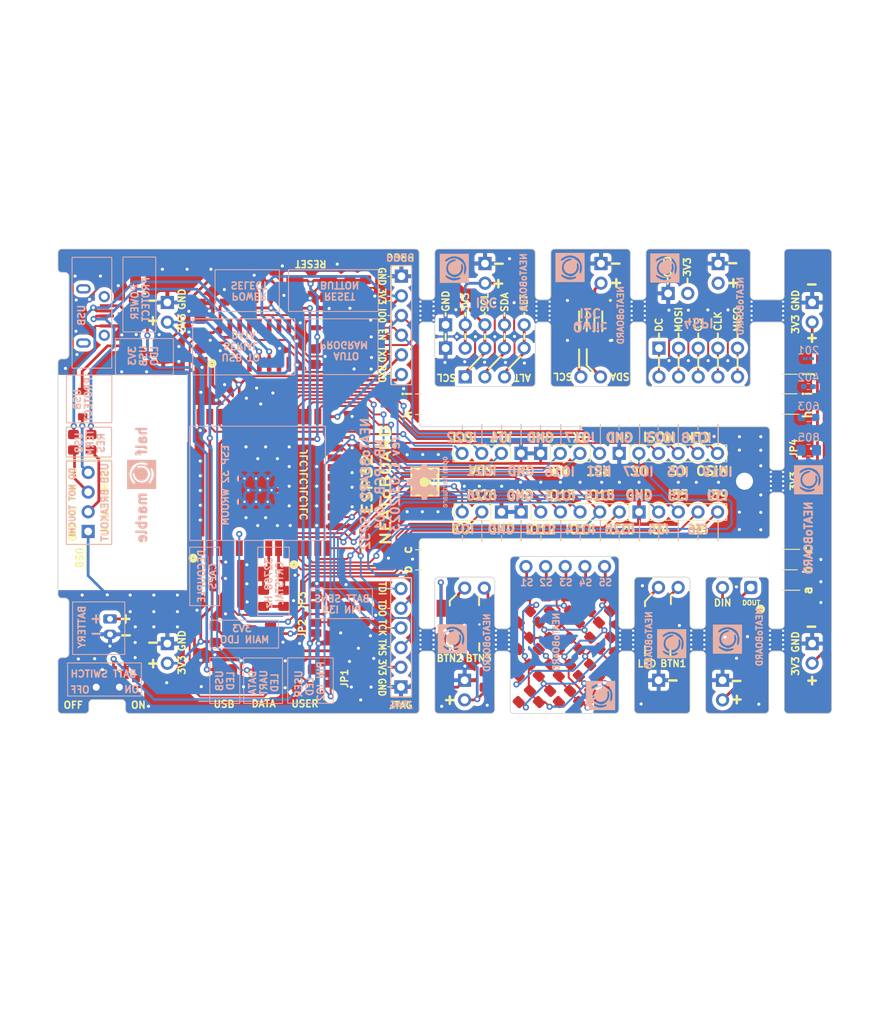
<source format=kicad_pcb>
(kicad_pcb (version 20221018) (generator pcbnew)
  (title_block (title "NEAToBOARD") (date "2023-02-21") (rev "L") (company "halfmarble"))
  (layers (0 "F.Cu" signal) (31 "B.Cu" signal) (34 "B.Paste" user) (35 "F.Paste" user) (36 "B.SilkS" user "B.Silkscreen") (37 "F.SilkS" user "F.Silkscreen") (38 "B.Mask" user) (39 "F.Mask" user) (44 "Edge.Cuts" user))
  (net 0 "")
  (net 1 "GND")
  (net 2 "RESET")
  (net 3 "D-")
  (net 4 "D+")
  (net 5 "VBAT")
  (net 6 "RXD")
  (net 7 "TXD")
  (net 8 "VRAW")
  (net 9 "Net-(D1-K)")
  (net 10 "SDA")
  (net 11 "SCL")
  (net 12 "MISO")
  (net 13 "MOSI")
  (net 14 "Net-(C11-Pad1)")
  (net 15 "IO2")
  (net 16 "IO0")
  (net 17 "DTR")
  (net 18 "Net-(D2-K)")
  (net 19 "Net-(D4-A)")
  (net 20 "Net-(D5-A)")
  (net 21 "Net-(D6-DOUT)")
  (net 22 "3V3")
  (net 23 "CS")
  (net 24 "DC")
  (net 25 "IO32")
  (net 26 "IO33")
  (net 27 "RTS")
  (net 28 "Net-(D6-DIN)")
  (net 29 "Net-(D7-K)")
  (net 30 "Net-(D7-A)")
  (net 31 "Net-(D14-A)")
  (net 32 "Net-(D12-K)")
  (net 33 "ALT")
  (net 34 "VUSB")
  (net 35 "3V3USB")
  (net 36 "RX")
  (net 37 "TX")
  (net 38 "Net-(D10-A)")
  (net 39 "Net-(D10-K)")
  (net 40 "Net-(D11-K)")
  (net 41 "Net-(D28-K)")
  (net 42 "Net-(D29-K)")
  (net 43 "Net-(D29-A)")
  (net 44 "Net-(J1-VBUS)")
  (net 46 "Net-(J4-Pin_1)")
  (net 47 "Net-(J11-Pin_1)")
  (net 48 "Net-(J11-Pin_2)")
  (net 49 "Net-(J11-Pin_3)")
  (net 50 "Net-(J11-Pin_4)")
  (net 51 "Net-(J11-Pin_5)")
  (net 52 "Net-(J12-Pin_1)")
  (net 53 "Net-(J13-Pin_1)")
  (net 54 "Net-(J13-Pin_2)")
  (net 55 "Net-(J21-Pin_2)")
  (net 56 "IO25")
  (net 57 "IO26")
  (net 58 "SCK")
  (net 59 "IO14")
  (net 60 "IO12")
  (net 61 "IO13")
  (net 62 "IO15")
  (net 63 "I36")
  (net 64 "I39")
  (net 65 "I34")
  (net 66 "I35")
  (net 67 "Net-(J21-Pin_3)")
  (net 68 "Net-(JP3-Pad1)")
  (net 69 "Net-(Q1-B)")
  (net 70 "Net-(Q3-B)")
  (net 85 "Net-(JP2-Pad1)")
  (footprint "HalfMarble:C_0805_2012Metric_Pad1.18x1.45mm_HandSolder" (layer "F.Cu") (at 130.699891 122.922795 90)
    (fp_text reference "C10" hide)
    (fp_text value "12pF")
  )
  (footprint "HalfMarble:C_0805_2012Metric_Pad1.18x1.45mm_HandSolder" (layer "F.Cu") (at 133.321884 122.916394 -90)
    (fp_text reference "C9" hide)
    (fp_text value "12pF")
  )
  (footprint "HalfMarble:R_0805_2012Metric_Pad1.20x1.40mm_HandSolder" (layer "F.Cu") (at 114.157516 80.762382 -90)
    (fp_text reference "R2" hide)
    (fp_text value "100K")
  )
  (footprint "HalfMarble:C_0805_2012Metric_Pad1.18x1.45mm_HandSolder" (layer "F.Cu") (at 123.218484 119.311493 180)
    (fp_text reference "C6" hide)
    (fp_text value "10uF")
  )
  (footprint "HalfMarble:R_0805_2012Metric_Pad1.20x1.40mm_HandSolder" (layer "F.Cu") (at 142.555394 87.969716 90)
    (fp_text reference "R4" hide)
    (fp_text value "10K")
  )
  (footprint "HalfMarble:R_0805_2012Metric_Pad1.20x1.40mm_HandSolder" (layer "F.Cu") (at 141.862394 82.822916 90)
    (fp_text reference "R5" hide)
    (fp_text value "10K")
  )
  (footprint "HalfMarble:C_0805_2012Metric_Pad1.18x1.45mm_HandSolder" (layer "F.Cu") (at 122.491484 85.839394 90)
    (fp_text reference "C2" hide)
    (fp_text value "1uF")
  )
  (footprint "HalfMarble:R_0805_2012Metric_Pad1.20x1.40mm_HandSolder" (layer "F.Cu") (at 136.020287 132.066594)
    (fp_text reference "R8" hide)
    (fp_text value "2.7K")
  )
  (footprint "HalfMarble:C_0805_2012Metric_Pad1.18x1.45mm_HandSolder" (layer "F.Cu") (at 123.218484 121.301599 180)
    (fp_text reference "C7" hide)
    (fp_text value "1uF")
  )
  (footprint "HalfMarble:R_0805_2012Metric_Pad1.20x1.40mm_HandSolder" (layer "F.Cu") (at 137.399806 91.700284 -90)
    (fp_text reference "R1" hide)
    (fp_text value "10K")
  )
  (footprint "HalfMarble:SOT-23-5" (layer "F.Cu") (at 127.873974 127.640185 180)
    (fp_text reference "U3" hide)
    (fp_text value "Main LDO ME6211" hide)
  )
  (footprint "HalfMarble:C_0805_2012Metric_Pad1.18x1.45mm_HandSolder" (layer "F.Cu") (at 131.607284 127.559794 90)
    (fp_text reference "C4" hide)
    (fp_text value "1uF")
  )
  (footprint "HalfMarble:C_0805_2012Metric_Pad1.18x1.45mm_HandSolder" (layer "F.Cu") (at 124.412284 127.559794 90)
    (fp_text reference "C5" hide)
    (fp_text value "1uF")
  )
  (footprint "HalfMarble:C_0805_2012Metric_Pad1.18x1.45mm_HandSolder" (layer "F.Cu") (at 122.491484 89.647794 -90)
    (fp_text reference "C1" hide)
    (fp_text value "10uF")
  )
  (footprint "HalfMarble:LED_0805_2012Metric_Pad1.15x1.40mm_HandSolder" (layer "F.Cu") (at 135.994887 134.428794)
    (fp_text reference "D5" hide)
    (fp_text value "YELLOW")
  )
  (footprint "HalfMarble:ESP32-WROOM-32" (layer "F.Cu") (at 130.730483 107.945 90)
    (fp_text reference "U4" hide)
    (fp_text value "ESP32-WROOM-32D" hide)
  )
  (footprint "HalfMarble:JST_PH_S2B-PH-K_1x02_P2.00mm_Horizontal" (layer "F.Cu") (at 110.860284 125.569194 -90)
    (fp_text reference "J4" hide)
    (fp_text value "VBAT IN")
  )
  (footprint "HalfMarble:D_SOD-123" (layer "F.Cu") (at 127.968284 82.982794 90)
    (fp_text reference "D3" hide)
    (fp_text value "BAT20J")
  )
  (footprint "HalfMarble:TSOT-23" (layer "F.Cu") (at 138.818194 87.969716 180)
    (fp_text reference "Q1" hide)
    (fp_text value "S8050" hide)
  )
  (footprint "HalfMarble:SOT-23" (layer "F.Cu") (at 130.687284 82.950988 90)
    (fp_text reference "Q2" hide)
    (fp_text value "Si2301")
  )
  (footprint "HalfMarble:C_0805_2012Metric_Pad1.18x1.45mm_HandSolder" (layer "F.Cu") (at 143.891194 82.808316 -90)
    (fp_text reference "C8" hide)
    (fp_text value "1uF")
  )
  (footprint "HalfMarble:XTAL_ABS07-32.768KHZ-T" (layer "F.Cu") (at 132.006884 119.765594 180)
    (fp_text reference "Y1" hide)
    (fp_text value "32KHz")
  )
  (footprint "HalfMarble:Fuse_1206_3216Metric" (layer "F.Cu") (at 114.162484 85.623458 -90)
    (fp_text reference "F1" hide)
    (fp_text value "500mA" hide)
  )
  (footprint "HalfMarble:PinSocket_1x06_P2.54mm_Vertical" (layer "F.Cu") (at 148.453384 134.356894 180)
    (fp_text reference "J5" hide)
    (fp_text value "JTAG")
  )
  (footprint "HalfMarble:LED_0805_2012Metric_Pad1.15x1.40mm_HandSolder" (layer "F.Cu") (at 164.403153 135.591102 45)
    (fp_text reference "D23" hide)
    (fp_text value "GREEN")
  )
  (footprint "HalfMarble:LED_0805_2012Metric_Pad1.15x1.40mm_HandSolder" (layer "F.Cu") (at 169.593153 128.725902 45)
    (fp_text reference "D21" hide)
    (fp_text value "GREEN")
  )
  (footprint "HalfMarble:R_0805_2012Metric_Pad1.20x1.40mm_HandSolder" (layer "F.Cu") (at 159.309179 133.400104 -90)
    (fp_text reference "R10" hide)
    (fp_text value "10K")
  )
  (footprint "HalfMarble:LED_0805_2012Metric_Pad1.15x1.40mm_HandSolder" (layer "F.Cu") (at 172.199 128.715952 45)
    (fp_text reference "D27" hide)
    (fp_text value "GREEN")
  )
  (footprint "HalfMarble:LED_0805_2012Metric_Pad1.15x1.40mm_HandSolder" (layer "F.Cu") (at 174.763153 125.311102 45)
    (fp_text reference "D17" hide)
    (fp_text value "GREEN")
  )
  (footprint "HalfMarble:R_0805_2012Metric_Pad1.20x1.40mm_HandSolder" (layer "F.Cu") (at 169.799 121.713752 -90)
    (fp_text reference "R13" hide)
    (fp_text value "2.7K")
  )
  (footprint "HalfMarble:LED_0805_2012Metric_Pad1.15x1.40mm_HandSolder" (layer "F.Cu") (at 201.022798 107.793091 -90)
    (fp_text reference "D29" hide)
    (fp_text value "RED")
  )
  (footprint "HalfMarble:LED_0805_2012Metric_Pad1.15x1.40mm_HandSolder" (layer "F.Cu") (at 169.593153 135.5902 45)
    (fp_text reference "D20" hide)
    (fp_text value "GREEN")
  )
  (footprint "HalfMarble:R_0805_2012Metric_Pad1.20x1.40mm_HandSolder" (layer "F.Cu") (at 154.205973 80.43 -90)
    (fp_text reference "R15" hide)
    (fp_text value "empty")
  )
  (footprint "HalfMarble:R_0805_2012Metric_Pad1.20x1.40mm_HandSolder" (layer "F.Cu") (at 164.382973 80.43 -90)
    (fp_text reference "R16" hide)
    (fp_text value "empty")
  )
  (footprint "HalfMarble:LED_0805_2012Metric_Pad1.15x1.40mm_HandSolder" (layer "F.Cu") (at 172.183153 125.298702 45)
    (fp_text reference "D19" hide)
    (fp_text value "GREEN")
  )
  (footprint "HalfMarble:PinSocket_1x05_P2.54mm_Vertical" (layer "F.Cu") (at 154.222993 87.589941 90)
    (fp_text reference "J19" hide)
    (fp_text value "Socket_01x05")
  )
  (footprint "HalfMarble:LED_0805_2012Metric_Pad1.15x1.40mm_HandSolder" (layer "F.Cu") (at 174.843153 128.667702 45)
    (fp_text reference "D14" hide)
    (fp_text value "GREEN")
  )
  (footprint "HalfMarble:LED_0805_2012Metric_Pad1.15x1.40mm_HandSolder" (layer "F.Cu") (at 174.783153 135.589402 45)
    (fp_text reference "D25" hide)
    (fp_text value "GREEN")
  )
  (footprint "HalfMarble:LED_0805_2012Metric_Pad1.15x1.40mm_HandSolder" (layer "F.Cu") (at 172.171253 132.217702 45)
    (fp_text reference "D16" hide)
    (fp_text value "GREEN")
  )
  (footprint "HalfMarble:LED_0805_2012Metric_Pad1.15x1.40mm_HandSolder" (layer "F.Cu") (at 166.983153 128.736702 45)
    (fp_text reference "D22" hide)
    (fp_text value "GREEN")
  )
  (footprint "HalfMarble:LED_0805_2012Metric_Pad1.15x1.40mm_HandSolder" (layer "F.Cu") (at 166.983153 132.206702 45)
    (fp_text reference "D15" hide)
    (fp_text value "GREEN")
  )
  (footprint "HalfMarble:R_0805_2012Metric_Pad1.20x1.40mm_HandSolder" (layer "F.Cu") (at 154.225173 133.395595 -90)
    (fp_text reference "R17" hide)
    (fp_text value "10K")
  )
  (footprint "HalfMarble:R_0805_2012Metric_Pad1.20x1.40mm_HandSolder" (layer "F.Cu") (at 108.393153 102.759895 90)
    (fp_text reference "R18" hide)
    (fp_text value "22")
  )
  (footprint "HalfMarble:R_0805_2012Metric_Pad1.20x1.40mm_HandSolder" (layer "F.Cu") (at 167.253153 121.709895 -90)
    (fp_text reference "R12" hide)
    (fp_text value "2.7K")
  )
  (footprint "HalfMarble:LED_0805_2012Metric_Pad1.15x1.40mm_HandSolder" (layer "F.Cu") (at 164.4 125.29 45)
    (fp_text reference "D8" hide)
    (fp_text value "GREEN")
  )
  (footprint "HalfMarble:D_SOD-123" (layer "F.Cu") (at 107.321253 97.816702 90)
    (fp_text reference "D28" hide)
    (fp_text value "BAT20J")
  )
  (footprint "HalfMarble:LED_0805_2012Metric_Pad1.15x1.40mm_HandSolder" (layer "F.Cu") (at 172.203153 135.577702 45)
    (fp_text reference "D13" hide)
    (fp_text value "GREEN")
  )
  (footprint "HalfMarble:LED_0805_2012Metric_Pad1.15x1.40mm_HandSolder" (layer "F.Cu") (at 169.583153 132.206902 45)
    (fp_text reference "D9" hide)
    (fp_text value "GREEN")
  )
  (footprint "HalfMarble:LED_0805_2012Metric_Pad1.15x1.40mm_HandSolder" (layer "F.Cu") (at 169.561253 125.321102 45)
    (fp_text reference "D10" hide)
    (fp_text value "GREEN")
  )
  (footprint "HalfMarble:LED_0805_2012Metric_Pad1.15x1.40mm_HandSolder" (layer "F.Cu") (at 164.385853 128.738702 45)
    (fp_text reference "D24" hide)
    (fp_text value "GREEN")
  )
  (footprint "HalfMarble:LED_0805_2012Metric_Pad1.15x1.40mm_HandSolder" (layer "F.Cu") (at 166.973153 125.308702 45)
    (fp_text reference "D11" hide)
    (fp_text value "GREEN")
  )
  (footprint "HalfMarble:LED_0805_2012Metric_Pad1.15x1.40mm_HandSolder" (layer "F.Cu") (at 167.003153 135.588702 45)
    (fp_text reference "D12" hide)
    (fp_text value "GREEN")
  )
  (footprint "HalfMarble:LED_0805_2012Metric_Pad1.15x1.40mm_HandSolder" (layer "F.Cu") (at 164.393153 132.197702 45)
    (fp_text reference "D18" hide)
    (fp_text value "GREEN")
  )
  (footprint "HalfMarble:CONN_BM04B-SRSS-TB(LF)(SN)" (layer "F.Cu") (at 173.02 85.86 180)
    (fp_text reference "J22" hide)
    (fp_text value "Qwiic")
  )
  (footprint "HalfMarble:CONN_BM04B-SRSS-TB(LF)(SN)" (layer "F.Cu") (at 173.01 91.04 180)
    (fp_text reference "J23" hide)
    (fp_text value "Qwiic")
  )
  (footprint "HalfMarble:SOIC-16_3.9x9.9mm_P1.27mm" (layer "F.Cu") (at 129.517684 90.196394 90)
    (fp_text reference "U2" hide)
    (fp_text value "USB-Serial CH343C")
  )
  (footprint "HalfMarble:R_0805_2012Metric_Pad1.20x1.40mm_HandSolder" (layer "F.Cu") (at 164.669684 121.708101 -90)
    (fp_text reference "R11" hide)
    (fp_text value "2.7K")
  )
  (footprint "HalfMarble:MouseBiteHalf" (layer "F.Cu") (at 196.26 107.79 -90)
    (fp_text reference "U8" hide)
    (fp_text value "MouseBite" hide)
    (fp_line (start -1.95 0.15) (end -2.45 0.15) (stroke (width 0.1)) (layer "Edge.Cuts"))
    (fp_line (start 1.95 0.15) (end 2.45 0.15) (stroke (width 0.1)) (layer "Edge.Cuts"))
    (fp_arc (start -1.45 -0.35) (mid -1.596447 0.003553) (end -1.95 0.15) (stroke (width 0.1)) (layer "Edge.Cuts"))
    (fp_arc (start 1.95 0.15) (mid 1.596447 0.003553) (end 1.45 -0.35) (stroke (width 0.1)) (layer "Edge.Cuts"))
  )
  (footprint "HalfMarble:MouseBite" (layer "F.Cu") (at 166.82 85.79 90)
    (fp_text reference "U7" hide)
    (fp_text value "MouseBite" hide)
    (fp_line (start -1.95 -1) (end -2.45 -1) (stroke (width 0.1)) (layer "Edge.Cuts"))
    (fp_line (start -1.95 1) (end -2.45 1) (stroke (width 0.1)) (layer "Edge.Cuts"))
    (fp_line (start -1.45 -0.5) (end -1.45 0.5) (stroke (width 0.1)) (layer "Edge.Cuts"))
    (fp_line (start 1.449999 -0.5) (end 1.449999 0.5) (stroke (width 0.1)) (layer "Edge.Cuts"))
    (fp_line (start 1.949999 -1) (end 2.449999 -1) (stroke (width 0.1)) (layer "Edge.Cuts"))
    (fp_line (start 1.949999 1) (end 2.449999 1) (stroke (width 0.1)) (layer "Edge.Cuts"))
    (fp_arc (start -1.95 -1) (mid -1.596447 -0.853553) (end -1.45 -0.5) (stroke (width 0.1)) (layer "Edge.Cuts"))
    (fp_arc (start -1.45 0.5) (mid -1.596447 0.853553) (end -1.95 1) (stroke (width 0.1)) (layer "Edge.Cuts"))
    (fp_arc (start 1.449999 -0.5) (mid 1.596446 -0.853554) (end 1.949999 -1) (stroke (width 0.1)) (layer "Edge.Cuts"))
    (fp_arc (start 1.949999 1) (mid 1.596446 0.853553) (end 1.449999 0.5) (stroke (width 0.1)) (layer "Edge.Cuts"))
  )
  (footprint "HalfMarble:SWITCH_SPST_SMD_A" (layer "F.Cu") (at 110.565284 134.390994 180)
    (fp_text reference "SW2" hide)
    (fp_text value "Toggle" hide)
  )
  (footprint "HalfMarble:MountingHole_2.2mm_M2_ISO7380" (layer "F.Cu") (at 192.86 107.79 90)
    (fp_text reference "H3" hide)
    (fp_text value "MountingHole")
  )
  (footprint "HalfMarble:PTS810SJG250SMTRLFS" (layer "F.Cu") (at 158.599586 126.279484 -90)
    (fp_text reference "SW5" hide)
    (fp_text value "Switch small" hide)
  )
  (footprint "HalfMarble:R_0805_2012Metric_Pad1.20x1.40mm_HandSolder" (layer "F.Cu") (at 143.791376 124.922 -90)
    (fp_text reference "R9" hide)
    (fp_text value "470K 0.1%")
  )
  (footprint "HalfMarble:TSOT-23" (layer "F.Cu") (at 141.158194 91.709716)
    (fp_text reference "Q3" hide)
    (fp_text value "S8050" hide)
  )
  (footprint "HalfMarble:MouseBite" (layer "F.Cu") (at 197 128.29 90)
    (fp_text reference "U11" hide)
    (fp_text value "MouseBite" hide)
    (fp_line (start -1.95 -1) (end -2.45 -1) (stroke (width 0.1)) (layer "Edge.Cuts"))
    (fp_line (start -1.95 1) (end -2.45 1) (stroke (width 0.1)) (layer "Edge.Cuts"))
    (fp_line (start -1.45 -0.5) (end -1.45 0.5) (stroke (width 0.1)) (layer "Edge.Cuts"))
    (fp_line (start 1.449999 -0.5) (end 1.449999 0.5) (stroke (width 0.1)) (layer "Edge.Cuts"))
    (fp_line (start 1.949999 -1) (end 2.449999 -1) (stroke (width 0.1)) (layer "Edge.Cuts"))
    (fp_line (start 1.949999 1) (end 2.449999 1) (stroke (width 0.1)) (layer "Edge.Cuts"))
    (fp_arc (start -1.95 -1) (mid -1.596447 -0.853553) (end -1.45 -0.5) (stroke (width 0.1)) (layer "Edge.Cuts"))
    (fp_arc (start -1.45 0.5) (mid -1.596447 0.853553) (end -1.95 1) (stroke (width 0.1)) (layer "Edge.Cuts"))
    (fp_arc (start 1.449999 -0.5) (mid 1.596446 -0.853554) (end 1.949999 -1) (stroke (width 0.1)) (layer "Edge.Cuts"))
    (fp_arc (start 1.949999 1) (mid 1.596446 0.853553) (end 1.449999 0.5) (stroke (width 0.1)) (layer "Edge.Cuts"))
  )
  (footprint "HalfMarble:MouseBite" (layer "F.Cu") (at 161.57 128.29 90)
    (fp_text reference "U15" hide)
    (fp_text value "MouseBite" hide)
    (fp_line (start -1.95 -1) (end -2.45 -1) (stroke (width 0.1)) (layer "Edge.Cuts"))
    (fp_line (start -1.95 1) (end -2.45 1) (stroke (width 0.1)) (layer "Edge.Cuts"))
    (fp_line (start -1.45 -0.5) (end -1.45 0.5) (stroke (width 0.1)) (layer "Edge.Cuts"))
    (fp_line (start 1.449999 -0.5) (end 1.449999 0.5) (stroke (width 0.1)) (layer "Edge.Cuts"))
    (fp_line (start 1.949999 -1) (end 2.449999 -1) (stroke (width 0.1)) (layer "Edge.Cuts"))
    (fp_line (start 1.949999 1) (end 2.449999 1) (stroke (width 0.1)) (layer "Edge.Cuts"))
    (fp_arc (start -1.95 -1) (mid -1.596447 -0.853553) (end -1.45 -0.5) (stroke (width 0.1)) (layer "Edge.Cuts"))
    (fp_arc (start -1.45 0.5) (mid -1.596447 0.853553) (end -1.95 1) (stroke (width 0.1)) (layer "Edge.Cuts"))
    (fp_arc (start 1.449999 -0.5) (mid 1.596446 -0.853554) (end 1.949999 -1) (stroke (width 0.1)) (layer "Edge.Cuts"))
    (fp_arc (start 1.949999 1) (mid 1.596446 0.853553) (end 1.449999 0.5) (stroke (width 0.1)) (layer "Edge.Cuts"))
  )
  (footprint "HalfMarble:PinSocket_1x02_P2.54mm_Vertical" (layer "F.Cu") (at 182.99 83.53 90)
    (fp_text reference "J25" hide)
    (fp_text value "Socket_01x02")
  )
  (footprint "HalfMarble:SolderJumper-2_P1.3mm_Bridged_Pad1.0x1.5mm_Small" (layer "F.Cu") (at 139.371272 133.289594 -90)
    (fp_text reference "JP3" hide)
    (fp_text value "Jumper" hide)
  )
  (footprint "HalfMarble:MouseBite" (layer "F.Cu") (at 186.82 128.29 90)
    (fp_text reference "U12" hide)
    (fp_text value "MouseBite" hide)
    (fp_line (start -1.95 -1) (end -2.45 -1) (stroke (width 0.1)) (layer "Edge.Cuts"))
    (fp_line (start -1.95 1) (end -2.45 1) (stroke (width 0.1)) (layer "Edge.Cuts"))
    (fp_line (start -1.45 -0.5) (end -1.45 0.5) (stroke (width 0.1)) (layer "Edge.Cuts"))
    (fp_line (start 1.449999 -0.5) (end 1.449999 0.5) (stroke (width 0.1)) (layer "Edge.Cuts"))
    (fp_line (start 1.949999 -1) (end 2.449999 -1) (stroke (width 0.1)) (layer "Edge.Cuts"))
    (fp_line (start 1.949999 1) (end 2.449999 1) (stroke (width 0.1)) (layer "Edge.Cuts"))
    (fp_arc (start -1.95 -1) (mid -1.596447 -0.853553) (end -1.45 -0.5) (stroke (width 0.1)) (layer "Edge.Cuts"))
    (fp_arc (start -1.45 0.5) (mid -1.596447 0.853553) (end -1.95 1) (stroke (width 0.1)) (layer "Edge.Cuts"))
    (fp_arc (start 1.449999 -0.5) (mid 1.596446 -0.853554) (end 1.949999 -1) (stroke (width 0.1)) (layer "Edge.Cuts"))
    (fp_arc (start 1.949999 1) (mid 1.596446 0.853553) (end 1.449999 0.5) (stroke (width 0.1)) (layer "Edge.Cuts"))
  )
  (footprint "HalfMarble:LED_WS2812B_PLCC4_5.0x5.0mm_P3.2mm" (layer "F.Cu") (at 191.91 128.14 90)
    (fp_text reference "D6" hide)
    (fp_text value "WS2812B")
  )
  (footprint "HalfMarble:LED_0805_2012Metric_Pad1.15x1.40mm_HandSolder" (layer "F.Cu") (at 174.774516 132.214406 45)
    (fp_text reference "D26" hide)
    (fp_text value "GREEN")
  )
  (footprint "HalfMarble:LED_0805_2012Metric_Pad1.15x1.40mm_HandSolder" (layer "F.Cu") (at 130.838484 134.479594)
    (fp_text reference "D2" hide)
    (fp_text value "GREEN")
  )
  (footprint "HalfMarble:PTS810SJG250SMTRLFS" (layer "F.Cu") (at 154.765287 126.35 -90)
    (fp_text reference "SW3" hide)
    (fp_text value "Switch small" hide)
  )
  (footprint "HalfMarble:PinSocket_1x04_P2.54mm_Vertical" (layer "F.Cu") (at 108.029684 114.275594 180)
    (fp_text reference "J21" hide)
    (fp_text value "Socket_01x04")
  )
  (footprint "HalfMarble:PinSocket_1x05_P2.54mm_Vertical" (layer "F.Cu") (at 154.22 90.6 90)
    (fp_text reference "J20" hide)
    (fp_text value "Socket_01x05")
  )
  (footprint "HalfMarble:MouseBite" (layer "F.Cu") (at 151.82 128.29 90)
    (fp_text reference "U6" hide)
    (fp_text value "MouseBite" hide)
    (fp_line (start -1.95 -1) (end -2.45 -1) (stroke (width 0.1)) (layer "Edge.Cuts"))
    (fp_line (start -1.95 1) (end -2.45 1) (stroke (width 0.1)) (layer "Edge.Cuts"))
    (fp_line (start -1.45 -0.5) (end -1.45 0.5) (stroke (width 0.1)) (layer "Edge.Cuts"))
    (fp_line (start 1.449999 -0.5) (end 1.449999 0.5) (stroke (width 0.1)) (layer "Edge.Cuts"))
    (fp_line (start 1.949999 -1) (end 2.449999 -1) (stroke (width 0.1)) (layer "Edge.Cuts"))
    (fp_line (start 1.949999 1) (end 2.449999 1) (stroke (width 0.1)) (layer "Edge.Cuts"))
    (fp_arc (start -1.95 -1) (mid -1.596447 -0.853553) (end -1.45 -0.5) (stroke (width 0.1)) (layer "Edge.Cuts"))
    (fp_arc (start -1.45 0.5) (mid -1.596447 0.853553) (end -1.95 1) (stroke (width 0.1)) (layer "Edge.Cuts"))
    (fp_arc (start 1.449999 -0.5) (mid 1.596446 -0.853554) (end 1.949999 -1) (stroke (width 0.1)) (layer "Edge.Cuts"))
    (fp_arc (start 1.949999 1) (mid 1.596446 0.853553) (end 1.449999 0.5) (stroke (width 0.1)) (layer "Edge.Cuts"))
  )
  (footprint "HalfMarble:MouseBite" (layer "F.Cu") (at 179.12 85.79 90)
    (fp_text reference "U10" hide)
    (fp_text value "MouseBite" hide)
    (fp_line (start -1.95 -1) (end -2.45 -1) (stroke (width 0.1)) (layer "Edge.Cuts"))
    (fp_line (start -1.95 1) (end -2.45 1) (stroke (width 0.1)) (layer "Edge.Cuts"))
    (fp_line (start -1.45 -0.5) (end -1.45 0.5) (stroke (width 0.1)) (layer "Edge.Cuts"))
    (fp_line (start 1.449999 -0.5) (end 1.449999 0.5) (stroke (width 0.1)) (layer "Edge.Cuts"))
    (fp_line (start 1.949999 -1) (end 2.449999 -1) (stroke (width 0.1)) (layer "Edge.Cuts"))
    (fp_line (start 1.949999 1) (end 2.449999 1) (stroke (width 0.1)) (layer "Edge.Cuts"))
    (fp_arc (start -1.95 -1) (mid -1.596447 -0.853553) (end -1.45 -0.5) (stroke (width 0.1)) (layer "Edge.Cuts"))
    (fp_arc (start -1.45 0.5) (mid -1.596447 0.853553) (end -1.95 1) (stroke (width 0.1)) (layer "Edge.Cuts"))
    (fp_arc (start 1.449999 -0.5) (mid 1.596446 -0.853554) (end 1.949999 -1) (stroke (width 0.1)) (layer "Edge.Cuts"))
    (fp_arc (start 1.949999 1) (mid 1.596446 0.853553) (end 1.449999 0.5) (stroke (width 0.1)) (layer "Edge.Cuts"))
  )
  (footprint "HalfMarble:R_0805_2012Metric_Pad1.20x1.40mm_HandSolder" (layer "F.Cu") (at 125.68 132.12)
    (fp_text reference "R7" hide)
    (fp_text value "3.9K")
  )
  (footprint "HalfMarble:R_0805_2012Metric_Pad1.20x1.40mm_HandSolder" (layer "F.Cu") (at 130.838484 132.117394)
    (fp_text reference "R3" hide)
    (fp_text value "2.7K")
  )
  (footprint "HalfMarble:MouseBiteHalf" (layer "F.Cu") (at 197.85 107.79 90)
    (fp_text reference "U5" hide)
    (fp_text value "MouseBite" hide)
    (fp_line (start -1.95 0.15) (end -2.45 0.15) (stroke (width 0.1)) (layer "Edge.Cuts"))
    (fp_line (start 1.95 0.15) (end 2.45 0.15) (stroke (width 0.1)) (layer "Edge.Cuts"))
    (fp_arc (start -1.45 -0.35) (mid -1.596447 0.003553) (end -1.95 0.15) (stroke (width 0.1)) (layer "Edge.Cuts"))
    (fp_arc (start 1.95 0.15) (mid 1.596447 0.003553) (end 1.45 -0.35) (stroke (width 0.1)) (layer "Edge.Cuts"))
  )
  (footprint "HalfMarble:R_0805_2012Metric_Pad1.20x1.40mm_HandSolder" (layer "F.Cu") (at 139.629376 124.998 90)
    (fp_text reference "R6" hide)
    (fp_text value "470K 0.1%")
  )
  (footprint "HalfMarble:PTS810SJG250SMTRLFS" (layer "F.Cu") (at 136.95 82.95)
    (fp_text reference "SW1" hide)
    (fp_text value "Switch small" hide)
  )
  (footprint "HalfMarble:MountingHole_2.2mm_M2_ISO7380" (layer "F.Cu") (at 112.62 119.29 90)
    (fp_text reference "H2" hide)
    (fp_text value "MountingHole")
  )
  (footprint "HalfMarble:USB_Micro-B_Molex-105017-0001" (layer "F.Cu") (at 108.65 86.44 -90)
    (fp_text reference "J1")
    (fp_text value "USB_B_Micro" hide)
  )
  (footprint "HalfMarble:C_0805_2012Metric_Pad1.18x1.45mm_HandSolder" (layer "F.Cu") (at 193.642055 133.873579 -90)
    (fp_text reference "C12" hide)
    (fp_text value "1uF")
  )
  (footprint "HalfMarble:SolderJumper-2_P1.3mm_Open_Pad1.0x1.5mm" (layer "F.Cu") (at 137.411376 126.746 -90)
    (fp_text reference "JP2" hide)
    (fp_text value "Jumper")
  )
  (footprint "HalfMarble:R_0805_2012Metric_Pad1.20x1.40mm_HandSolder" (layer "F.Cu") (at 172.34 121.71 -90)
    (fp_text reference "R14" hide)
    (fp_text value "2.7K")
  )
  (footprint "HalfMarble:SolderJumper-2_P1.3mm_Bridged_Pad1.0x1.5mm_Small" (layer "F.Cu") (at 201.021 103.573953 90)
    (fp_text reference "JP4" hide)
    (fp_text value "Jumper" hide)
  )
  (footprint "HalfMarble:D_SOD-123" (layer "F.Cu") (at 125.656884 83.008194 90)
    (fp_text reference "D1" hide)
    (fp_text value "BAT20J")
  )
  (footprint "HalfMarble:R_0805_2012Metric_Pad1.20x1.40mm_HandSolder" (layer "F.Cu") (at 201.03 112.71 90)
    (fp_text reference "R20" hide)
    (fp_text value "2.7K")
  )
  (footprint "HalfMarble:MouseBiteHalf" (layer "F.Cu") (at 197.85 85.79 90)
    (fp_text reference "U16" hide)
    (fp_text value "MouseBite" hide)
    (fp_line (start -1.95 0.15) (end -2.45 0.15) (stroke (width 0.1)) (layer "Edge.Cuts"))
    (fp_line (start 1.95 0.15) (end 2.45 0.15) (stroke (width 0.1)) (layer "Edge.Cuts"))
    (fp_arc (start -1.45 -0.35) (mid -1.596447 0.003553) (end -1.95 0.15) (stroke (width 0.1)) (layer "Edge.Cuts"))
    (fp_arc (start 1.95 0.15) (mid 1.596447 0.003553) (end 1.45 -0.35) (stroke (width 0.1)) (layer "Edge.Cuts"))
  )
  (footprint "HalfMarble:SOT-23" (layer "F.Cu") (at 116.718 91.355135 180)
    (fp_text reference "U1" hide)
    (fp_text value "USB LDO XC6206")
  )
  (footprint "HalfMarble:MountingHole_2.2mm_M2_ISO7380" (layer "F.Cu") (at 112.62 96.29 90)
    (fp_text reference "H1" hide)
    (fp_text value "MountingHole")
  )
  (footprint "HalfMarble:PinSocket_1x05_P2.54mm_Vertical" (layer "F.Cu") (at 181.8 90.6 90)
    (fp_text reference "J24" hide)
    (fp_text value "Socket_01x05")
  )
  (footprint "HalfMarble:C_0805_2012Metric_Pad1.18x1.45mm_HandSolder" (layer "F.Cu") (at 141.729376 124.968 -90)
    (fp_text reference "C11" hide)
    (fp_text value "1uF")
  )
  (footprint "HalfMarble:SolderJumper-2_P1.3mm_Open_Pad1.0x1.5mm" (layer "F.Cu") (at 137.411376 123.158 -90)
    (fp_text reference "JP1" hide)
    (fp_text value "Jumper")
  )
  (footprint "HalfMarble:R_0805_2012Metric_Pad1.20x1.40mm_HandSolder" (layer "F.Cu") (at 174.87 121.71 -90)
    (fp_text reference "R15" hide)
    (fp_text value "2.7K")
  )
  (footprint "HalfMarble:MouseBite" (layer "F.Cu") (at 151.82 85.79 90)
    (fp_text reference "U9" hide)
    (fp_text value "MouseBite" hide)
    (fp_line (start -1.95 -1) (end -2.45 -1) (stroke (width 0.1)) (layer "Edge.Cuts"))
    (fp_line (start -1.95 1) (end -2.45 1) (stroke (width 0.1)) (layer "Edge.Cuts"))
    (fp_line (start -1.45 -0.5) (end -1.45 0.5) (stroke (width 0.1)) (layer "Edge.Cuts"))
    (fp_line (start 1.449999 -0.5) (end 1.449999 0.5) (stroke (width 0.1)) (layer "Edge.Cuts"))
    (fp_line (start 1.949999 -1) (end 2.449999 -1) (stroke (width 0.1)) (layer "Edge.Cuts"))
    (fp_line (start 1.949999 1) (end 2.449999 1) (stroke (width 0.1)) (layer "Edge.Cuts"))
    (fp_arc (start -1.95 -1) (mid -1.596447 -0.853553) (end -1.45 -0.5) (stroke (width 0.1)) (layer "Edge.Cuts"))
    (fp_arc (start -1.45 0.5) (mid -1.596447 0.853553) (end -1.95 1) (stroke (width 0.1)) (layer "Edge.Cuts"))
    (fp_arc (start 1.449999 -0.5) (mid 1.596446 -0.853554) (end 1.949999 -1) (stroke (width 0.1)) (layer "Edge.Cuts"))
    (fp_arc (start 1.949999 1) (mid 1.596446 0.853553) (end 1.449999 0.5) (stroke (width 0.1)) (layer "Edge.Cuts"))
  )
  (footprint "HalfMarble:R_0805_2012Metric_Pad1.20x1.40mm_HandSolder" (layer "F.Cu") (at 182.34211 135.874098)
    (fp_text reference "R16" hide)
    (fp_text value "2.7K")
  )
  (footprint "HalfMarble:PTS810SJG250SMTRLFS" (layer "F.Cu") (at 183.34 126.439417 90)
    (fp_text reference "SW4" hide)
    (fp_text value "Switch small" hide)
  )
  (footprint "HalfMarble:MouseBiteHalf" (layer "F.Cu") (at 193.77 85.79 -90)
    (fp_text reference "U13" hide)
    (fp_text value "MouseBite" hide)
    (fp_line (start -1.95 0.15) (end -2.45 0.15) (stroke (width 0.1)) (layer "Edge.Cuts"))
    (fp_line (start 1.95 0.15) (end 2.45 0.15) (stroke (width 0.1)) (layer "Edge.Cuts"))
    (fp_arc (start -1.45 -0.35) (mid -1.596447 0.003553) (end -1.95 0.15) (stroke (width 0.1)) (layer "Edge.Cuts"))
    (fp_arc (start 1.95 0.15) (mid 1.596447 0.003553) (end 1.45 -0.35) (stroke (width 0.1)) (layer "Edge.Cuts"))
  )
  (footprint "HalfMarble:R_0805_2012Metric_Pad1.20x1.40mm_HandSolder" (layer "F.Cu") (at 106.124884 102.758083 -90)
    (fp_text reference "R19" hide)
    (fp_text value "22")
  )
  (footprint "HalfMarble:LOGO" (layer "F.Cu") (at 151.555484 107.885594 90)
    (fp_text reference "LOGO2" hide)
    (fp_text value "Logo_HalfMarble" hide)
  )
  (footprint "HalfMarble:LED_0805_2012Metric_Pad1.15x1.40mm_HandSolder" (layer "F.Cu") (at 125.68 134.48)
    (fp_text reference "D4" hide)
    (fp_text value "BLUE")
  )
  (footprint "HalfMarble:C_0805_2012Metric_Pad1.18x1.45mm_HandSolder" (layer "F.Cu") (at 113.196837 91.344026 -90)
    (fp_text reference "C3" hide)
    (fp_text value "1uF")
  )
  (footprint "HalfMarble:PinSocket_1x06_P2.54mm_Vertical" (layer "F.Cu") (at 148.515487 81.305607)
    (fp_text reference "J8" hide)
    (fp_text value "PROGRGAM")
  )
  (footprint "HalfMarble:LED_0805_2012Metric_Pad1.15x1.40mm_HandSolder" (layer "F.Cu") (at 180.095086 126.470295 90)
    (fp_text reference "D7" hide)
    (fp_text value "YELLOW")
  )
  (footprint "HalfMarble:MouseBite" (layer "F.Cu") (at 177.62 128.29 90)
    (fp_text reference "U14" hide)
    (fp_text value "MouseBite" hide)
    (fp_line (start -1.95 -1) (end -2.45 -1) (stroke (width 0.1)) (layer "Edge.Cuts"))
    (fp_line (start -1.95 1) (end -2.45 1) (stroke (width 0.1)) (layer "Edge.Cuts"))
    (fp_line (start -1.45 -0.5) (end -1.45 0.5) (stroke (width 0.1)) (layer "Edge.Cuts"))
    (fp_line (start 1.449999 -0.5) (end 1.449999 0.5) (stroke (width 0.1)) (layer "Edge.Cuts"))
    (fp_line (start 1.949999 -1) (end 2.449999 -1) (stroke (width 0.1)) (layer "Edge.Cuts"))
    (fp_line (start 1.949999 1) (end 2.449999 1) (stroke (width 0.1)) (layer "Edge.Cuts"))
    (fp_arc (start -1.95 -1) (mid -1.596447 -0.853553) (end -1.45 -0.5) (stroke (width 0.1)) (layer "Edge.Cuts"))
    (fp_arc (start -1.45 0.5) (mid -1.596447 0.853553) (end -1.95 1) (stroke (width 0.1)) (layer "Edge.Cuts"))
    (fp_arc (start 1.449999 -0.5) (mid 1.596446 -0.853554) (end 1.949999 -1) (stroke (width 0.1)) (layer "Edge.Cuts"))
    (fp_arc (start 1.949999 1) (mid 1.596446 0.853553) (end 1.449999 0.5) (stroke (width 0.1)) (layer "Edge.Cuts"))
  )
  (footprint "HalfMarble:PinHeader_1x02_P2.54mm_Vertical" (layer "B.Cu") (at 118.265484 128.753594 180)
    (fp_text reference "J2" hide)
    (fp_text value "3.3V")
  )
  (footprint "HalfMarble:PinHeader_1x02_P2.54mm_Vertical" (layer "B.Cu") (at 159.320053 79.67 180)
    (fp_text reference "J14" hide)
    (fp_text value "Header_01x02")
  )
  (footprint "HalfMarble:PinHeader_1x14_P2.54mm_Vertical" (layer "B.Cu") (at 189.385484 111.760994 90)
    (fp_text reference "J6" hide)
    (fp_text value "Header_01x14" hide)
  )
  (footprint "HalfMarble:PinHeader_1x14_P2.54mm_Vertical" (layer "B.Cu") (at 189.370473 104.191794 90)
    (fp_text reference "J7" hide)
    (fp_text value "Header_01x14" hide)
  )
  (footprint "HalfMarble:PinHeader_1x02_P2.54mm_Vertical" (layer "B.Cu") (at 201.6026 128.753594 180)
    (fp_text reference "J17" hide)
    (fp_text value "Header_01x02")
  )
  (footprint "HalfMarble:PinHeader_1x02_P2.54mm_Vertical" (layer "B.Cu") (at 201.6026 84.702949 180)
    (fp_text reference "J18" hide)
    (fp_text value "Header_01x02")
  )
  (footprint "HalfMarble:LOGO" (layer "B.Cu") (at 182.565734 80.247768 180)
    (fp_text reference "LOGO3" hide)
    (fp_text value "Logo_HalfMarble" hide)
  )
  (footprint "HalfMarble:PinHeader_1x02_P2.54mm_Vertical" (layer "B.Cu") (at 184.28 121.51 90)
    (fp_text reference "J12" hide)
    (fp_text value "Header_01x02")
  )
  (footprint "HalfMarble:LOGO" (layer "B.Cu") (at 114.938084 106.909594 -90)
    (fp_text reference "LOGO1" hide)
    (fp_text value "Logo_HalfMarble" hide)
  )
  (footprint "HalfMarble:PinHeader_1x03_P2.54mm_Vertical" (layer "B.Cu") (at 156.76 94.31 -90)
    (fp_text reference "J31" hide)
    (fp_text value "Header_01x03")
  )
  (footprint "HalfMarble:PinHeader_1x02_P2.54mm_Vertical" (layer "B.Cu") (at 118.264516 84.702949 180)
    (fp_text reference "J3" hide)
    (fp_text value "3.3V")
  )
  (footprint "Resistor_SMD:R_0805_2012Metric_Pad1.20x1.40mm_HandSolder" (layer "B.Cu") (at 201.157687 103.786821 180)
    (fp_text reference "805")
    (fp_text value "R_0805_2012Metric_Pad1.20x1.40mm_HandSolder" hide)
  )
  (footprint "HalfMarble:PinHeader_1x05_P2.54mm_Vertical" (layer "B.Cu") (at 164.61 118.82 -90)
    (fp_text reference "J11" hide)
    (fp_text value "Header_01x05")
  )
  (footprint "HalfMarble:PinHeader_1x02_P2.54mm_Vertical" (layer "B.Cu") (at 174.25 94.31 90)
    (fp_text reference "J27" hide)
    (fp_text value "Header_01x02")
  )
  (footprint "HalfMarble:PinHeader_1x05_P2.54mm_Vertical" (layer "B.Cu") (at 191.96 94.31 90)
    (fp_text reference "J28" hide)
    (fp_text value "Header_01x05")
  )
  (footprint "Resistor_SMD:R_0201_0603Metric_Pad0.64x0.40mm_HandSolder" (layer "B.Cu") (at 201.106863 91.954374 180)
    (fp_text reference "201")
    (fp_text value "R_0201_0603Metric_Pad0.64x0.40mm_HandSolder" hide)
  )
  (footprint "HalfMarble:LOGO" (layer "B.Cu") (at 183.447845 128.778877 180)
    (fp_text reference "LOGO3" hide)
    (fp_text value "Logo_HalfMarble" hide)
  )
  (footprint "HalfMarble:PinHeader_1x02_P2.54mm_Vertical" (layer "B.Cu") (at 159.22934 121.59 90)
    (fp_text reference "J13" hide)
    (fp_text value "Header_01x02")
  )
  (footprint "Resistor_SMD:R_0603_1608Metric_Pad0.98x0.95mm_HandSolder" (layer "B.Cu") (at 201.147552 99.555633 180)
    (fp_text reference "603")
    (fp_text value "R_0603_1608Metric_Pad0.98x0.95mm_HandSolder" hide)
  )
  (footprint "HalfMarble:LOGO" (layer "B.Cu") (at 155.350995 80.291455 180)
    (fp_text reference "LOGO3" hide)
    (fp_text value "Logo_HalfMarble" hide)
  )
  (footprint "HalfMarble:LOGO" (layer "B.Cu") (at 190.653744 128.188199 180)
    (fp_text reference "LOGO3" hide)
    (fp_text value "Logo_HalfMarble" hide)
  )
  (footprint "HalfMarble:LOGO" (layer "B.Cu") (at 174.255788 135.467122 180)
    (fp_text reference "LOGO3" hide)
    (fp_text value "Logo_HalfMarble" hide)
  )
  (footprint "HalfMarble:PinHeader_1x01_P2.54mm_Small" (layer "B.Cu") (at 193.66799 121.520001 -90)
    (fp_text reference "J9" hide)
    (fp_text value "Header_01x01" hide)
  )
  (footprint "HalfMarble:PinHeader_1x02_P2.54mm_Vertical" (layer "B.Cu") (at 174.310159 79.67 180)
    (fp_text reference "J29" hide)
    (fp_text value "Header_01x02")
  )
  (footprint "HalfMarble:PinHeader_1x01_P2.54mm_Small" (layer "B.Cu") (at 190.010009 121.530008 180)
    (fp_text reference "J10" hide)
    (fp_text value "Header_01x01" hide)
  )
  (footprint "HalfMarble:LOGO" (layer "B.Cu") (at 155.099564 128.137476 180)
    (fp_text reference "LOGO3" hide)
    (fp_text value "Logo_HalfMarble" hide)
  )
  (footprint "HalfMarble:PinHeader_1x02_P2.54mm_Vertical" (layer "B.Cu") (at 190.02 133.5 180)
    (fp_text reference "J26" hide)
    (fp_text value "Header_01x02")
  )
  (footprint "Resistor_SMD:R_0402_1005Metric_Pad0.72x0.64mm_HandSolder" (layer "B.Cu") (at 201.117375 95.5662 180)
    (fp_text reference "402")
    (fp_text value "R_0402_1005Metric_Pad0.72x0.64mm_HandSolder" hide)
  )
  (footprint "HalfMarble:PinHeader_1x02_P2.54mm_Vertical" (layer "B.Cu") (at 156.67937 133.496064 180)
    (fp_text reference "J16" hide)
    (fp_text value "Header_01x02")
  )
  (footprint "HalfMarble:PinHeader_1x01_P2.54mm_Small" (layer "B.Cu") (at 181.7592 133.498489 180)
    (fp_text reference "J15" hide)
    (fp_text value "Header_01x01" hide)
  )
  (footprint "HalfMarble:LOGO" (layer "B.Cu") (at 170.307349 80.182917 180)
    (fp_text reference "LOGO3" hide)
    (fp_text value "Logo_HalfMarble" hide)
  )
  (footprint "Symbol:OSHW-Logo2_7.3x6mm_SilkScreen" (layer "B.Cu") (at 151.942309 107.900194 -90)
    (fp_text reference "LOGO4" hide)
    (fp_text value "Logo_Open_Hardware_Small" hide)
  )
  (footprint "HalfMarble:PinHeader_1x02_P2.54mm_Vertical" (layer "B.Cu") (at 189.450729 79.667665 180)
    (fp_text reference "J30" hide)
    (fp_text value "Header_01x02")
  )
  (footprint "HalfMarble:LOGO" (layer "B.Cu") (at 201.141658 107.604668 180)
    (fp_text reference "LOGO3" hide)
    (fp_text value "Logo_HalfMarble" hide)
  )
  (gr_line (start 176.660084 114.796294) (end 176.660084 115.380494) (stroke (width 0.127)) (layer "B.SilkS"))
  (gr_rect (start 133.917084 80.454794) (end 145.51 85.86) (stroke (width 0.12)) (fill none) (layer "B.SilkS"))
  (gr_line (start 161.470884 100.572294) (end 161.470884 101.156494) (stroke (width 0.127)) (layer "B.SilkS"))
  (gr_rect (start 136.013684 86.809994) (end 145.494284 94.011594) (stroke (width 0.12)) (fill none) (layer "B.SilkS"))
  (gr_rect (start 121.155484 100.679394) (end 138.692484 115.434194) (stroke (width 0.12)) (fill none) (layer "B.SilkS"))
  (gr_line (start 169.116284 100.457994) (end 169.116284 103.099594) (stroke (width 0.127)) (layer "B.SilkS"))
  (gr_line (start 158.905484 112.853194) (end 158.905484 115.494794) (stroke (width 0.127)) (layer "B.SilkS"))
  (gr_line (start 158.905484 100.457994) (end 158.905484 103.099594) (stroke (width 0.127)) (layer "B.SilkS"))
  (gr_rect (start 121.535084 86.810994) (end 134.738484 94.057194) (stroke (width 0.12)) (fill none) (layer "B.SilkS"))
  (gr_rect (start 123.751884 130.580404) (end 127.623784 136.500594) (stroke (width 0.12)) (fill none) (layer "B.SilkS"))
  (gr_rect (start 105.372984 131.257994) (end 114.901984 135.535394) (stroke (width 0.12)) (fill none) (layer "B.SilkS"))
  (gr_rect (start 111.5611 89.357862) (end 119.038016 94.059635) (stroke (width 0.12)) (fill none) (layer "B.SilkS"))
  (gr_line (start 171.630884 114.796294) (end 171.630884 115.380494) (stroke (width 0.127)) (layer "B.SilkS"))
  (gr_rect (start 128.127834 130.618194) (end 133.142734 136.498384) (stroke (width 0.12)) (fill none) (layer "B.SilkS"))
  (gr_rect (start 105.946484 78.866648) (end 111.079084 93.179411) (stroke (width 0.12)) (fill none) (layer "B.SilkS"))
  (gr_line (start 181.689284 100.572294) (end 181.689284 101.156494) (stroke (width 0.127)) (layer "B.SilkS"))
  (gr_line (start 186.845484 100.572294) (end 186.845484 101.156494) (stroke (width 0.127)) (layer "B.SilkS"))
  (gr_rect (start 121.155484 116.30601) (end 125.015484 123.862783) (stroke (width 0.12)) (fill none) (layer "B.SilkS"))
  (gr_line (start 189.425484 112.827794) (end 189.425484 115.469394) (stroke (width 0.127)) (layer "B.SilkS"))
  (gr_rect (start 105.184484 100.807594) (end 111.052916 104.668958) (stroke (width 0.12)) (fill none) (layer "B.SilkS"))
  (gr_line (start 156.390884 114.796294) (end 156.390884 115.380494) (stroke (width 0.127)) (layer "B.SilkS"))
  (gr_rect (start 147.145284 120.293994) (end 149.823684 135.617794) (stroke (width 0.12)) (fill none) (layer "B.SilkS"))
  (gr_line (start 184.305484 100.457994) (end 184.305484 103.099594) (stroke (width 0.127)) (layer "B.SilkS"))
  (gr_line (start 184.305484 112.827794) (end 184.305484 115.469394) (stroke (width 0.127)) (layer "B.SilkS"))
  (gr_rect (start 133.816484 130.602794) (end 139.703084 136.466394) (stroke (width 0.12)) (fill none) (layer "B.SilkS"))
  (gr_line (start 166.474684 100.572294) (end 166.474684 101.156494) (stroke (width 0.127)) (layer "B.SilkS"))
  (gr_rect (start 112.523284 78.831683) (end 116.767084 88.503194) (stroke (width 0.12)) (fill none) (layer "B.SilkS"))
  (gr_line (start 179.301684 100.457994) (end 179.301684 103.099594) (stroke (width 0.127)) (layer "B.SilkS"))
  (gr_line (start 176.634684 100.572294) (end 176.634684 101.156494) (stroke (width 0.127)) (layer "B.SilkS"))
  (gr_line (start 174.221684 100.457994) (end 174.221684 103.099594) (stroke (width 0.127)) (layer "B.SilkS"))
  (gr_line (start 163.985484 100.457994) (end 163.985484 103.099594) (stroke (width 0.127)) (layer "B.SilkS"))
  (gr_line (start 171.605484 100.572294) (end 171.605484 101.156494) (stroke (width 0.127)) (layer "B.SilkS"))
  (gr_line (start 189.425484 100.457994) (end 189.425484 103.099594) (stroke (width 0.127)) (layer "B.SilkS"))
  (gr_rect (start 123.777684 125.739394) (end 132.640284 129.338794) (stroke (width 0.12)) (fill none) (layer "B.SilkS"))
  (gr_rect (start 136.706084 121.687126) (end 144.765484 125.529937) (stroke (width 0.12)) (fill none) (layer "B.SilkS"))
  (gr_rect (start 105.220076 94.084594) (end 111.087225 100.232994) (stroke (width 0.12)) (fill none) (layer "B.SilkS"))
  (gr_rect (start 105.200484 105.184194) (end 111.079084 115.950594) (stroke (width 0.12)) (fill none) (layer "B.SilkS"))
  (gr_line (start 169.116284 112.827794) (end 169.116284 115.469394) (stroke (width 0.127)) (layer "B.SilkS"))
  (gr_line (start 181.765484 114.796294) (end 181.765484 115.380494) (stroke (width 0.127)) (layer "B.SilkS"))
  (gr_line (start 174.221684 112.827794) (end 174.221684 115.469394) (stroke (width 0.127)) (layer "B.SilkS"))
  (gr_rect (start 124.424084 80.468194) (end 132.731284 85.870194) (stroke (width 0.12)) (fill none) (layer "B.SilkS"))
  (gr_line (start 186.845484 114.796294) (end 186.845484 115.380494) (stroke (width 0.127)) (layer "B.SilkS"))
  (gr_line (start 156.390884 100.572294) (end 156.390884 101.156494) (stroke (width 0.127)) (layer "B.SilkS"))
  (gr_line (start 166.525484 114.796294) (end 166.525484 115.380494) (stroke (width 0.127)) (layer "B.SilkS"))
  (gr_line (start 179.301684 112.827794) (end 179.301684 115.469394) (stroke (width 0.127)) (layer "B.SilkS"))
  (gr_rect (start 129.945484 116.30601) (end 134.015484 125.142594) (stroke (width 0.12)) (fill none) (layer "B.SilkS"))
  (gr_line (start 163.985484 112.827794) (end 163.985484 115.469394) (stroke (width 0.127)) (layer "B.SilkS"))
  (gr_rect (start 147.215484 79.925594) (end 149.835484 95.335594) (stroke (width 0.12)) (fill none) (layer "B.SilkS"))
  (gr_rect (start 106.017684 123.379494) (end 112.758484 130.165294) (stroke (width 0.12)) (fill none) (layer "B.SilkS"))
  (gr_line (start 161.470884 114.796294) (end 161.470884 115.380494) (stroke (width 0.127)) (layer "B.SilkS"))
  (gr_circle (center 121.592884 117.729994) (end 121.592884 117.653794) (stroke (width 0.508)) (fill none) (layer "F.SilkS"))
  (gr_line (start 189.465484 115.469394) (end 189.465484 112.827794) (stroke (width 0.127)) (layer "F.SilkS"))
  (gr_line (start 146.74 134.36) (end 147.33 134.36) (stroke (width 0.127)) (layer "F.SilkS"))
  (gr_line (start 172.471684 88.4) (end 172.471684 85.84588) (stroke (width 0.254)) (layer "F.SilkS"))
  (gr_line (start 197.68 99.14) (end 199.87 99.14) (stroke (width 0.127)) (layer "F.SilkS"))
  (gr_line (start 159.31 89.44) (end 159.31 88.78) (stroke (width 0.254)) (layer "F.SilkS"))
  (gr_line (start 146.74 124.21) (end 147.33 124.21) (stroke (width 0.127)) (layer "F.SilkS"))
  (gr_line (start 158.55 122.92) (end 158.55 123.81) (stroke (width 0.254)) (layer "F.SilkS"))
  (gr_line (start 156.390884 115.380494) (end 156.390884 114.796294) (stroke (width 0.127)) (layer "F.SilkS"))
  (gr_line (start 191.965484 93.102) (end 191.965484 91.79) (stroke (width 0.254)) (layer "F.SilkS"))
  (gr_line (start 158.58 122.69) (end 158.55 122.92) (stroke (width 0.254)) (layer "F.SilkS"))
  (gr_line (start 181.805484 89.3866) (end 181.805484 88.7046) (stroke (width 0.254)) (layer "F.SilkS"))
  (gr_line (start 173.462284 88.42) (end 173.462284 85.84588) (stroke (width 0.254)) (layer "F.SilkS"))
  (gr_line (start 146.74 93.95) (end 147.33 93.95) (stroke (width 0.127)) (layer "F.SilkS"))
  (gr_line (start 150.33 116.64) (end 151.12 116.64) (stroke (width 0.127)) (layer "F.SilkS"))
  (gr_line (start 184.305484 103.099594) (end 184.305484 100.483394) (stroke (width 0.127)) (layer "F.SilkS"))
  (gr_line (start 186.885484 89.3866) (end 186.885484 88.7046) (stroke (width 0.254)) (layer "F.SilkS"))
  (gr_line (start 161.470884 101.169194) (end 161.470884 100.584994) (stroke (width 0.127)) (layer "F.SilkS"))
  (gr_line (start 172.471684 92.83448) (end 172.471684 90.72268) (stroke (width 0.254)) (layer "F.SilkS"))
  (gr_line (start 161.85 89.44) (end 161.85 88.77) (stroke (width 0.254)) (layer "F.SilkS"))
  (gr_line (start 146.74 131.8) (end 147.33 131.8) (stroke (width 0.127)) (layer "F.SilkS"))
  (gr_line (start 156.75 86.41) (end 156.75 86.07) (stroke (width 0.254)) (layer "F.SilkS"))
  (gr_line (start 154.23 89.52) (end 154.23 88.78) (stroke (width 0.254)) (layer "F.SilkS"))
  (gr_line (start 163.985484 115.494794) (end 163.985484 112.853194) (stroke (width 0.127)) (layer "F.SilkS"))
  (gr_line (start 184.335484 89.3866) (end 184.335484 88.7046) (stroke (width 0.254)) (layer "F.SilkS"))
  (gr_line (start 176.634684 101.169194) (end 176.634684 100.584994) (stroke (width 0.127)) (layer "F.SilkS"))
  (gr_line (start 107.765484 115.675594) (end 107.765484 119.485594) (stroke (width 0.12)) (layer "F.SilkS"))
  (gr_line (start 161.84 86.41) (end 161.84 86.07) (stroke (width 0.254)) (layer "F.SilkS"))
  (gr_circle (center 134.625084 118.573994) (end 134.625084 118.497794) (stroke (width 0.508)) (fill none) (layer "F.SilkS"))
  (gr_line (start 150.33 119.25) (end 151.12 119.25) (stroke (width 0.127)) (layer "F.SilkS"))
  (gr_rect (start 147.129884 120.236394) (end 149.822284 135.651194) (stroke (width 0.12)) (fill none) (layer "F.SilkS"))
  (gr_line (start 186.845484 101.169194) (end 186.845484 100.584994) (stroke (width 0.127)) (layer "F.SilkS"))
  (gr_line (start 154.77 123.23) (end 154.77 123.85) (stroke (width 0.254)) (layer "F.SilkS"))
  (gr_line (start 158.905484 115.520194) (end 158.905484 112.878594) (stroke (width 0.127)) (layer "F.SilkS"))
  (gr_line (start 184.305484 115.469394) (end 184.305484 112.827794) (stroke (width 0.127)) (layer "F.SilkS"))
  (gr_line (start 180.01 130.308251) (end 180.007851 129.078571) (stroke (width 0.254)) (layer "F.SilkS"))
  (gr_line (start 164.39 89.44) (end 164.39 88.78) (stroke (width 0.254)) (layer "F.SilkS"))
  (gr_line (start 158.58 128.72) (end 158.58 129.68) (stroke (width 0.254)) (layer "F.SilkS"))
  (gr_line (start 161.470884 115.380494) (end 161.470884 114.796294) (stroke (width 0.127)) (layer "F.SilkS"))
  (gr_line (start 146.74 86.38) (end 147.33 86.38) (stroke (width 0.127)) (layer "F.SilkS"))
  (gr_line (start 186.885484 93.102) (end 186.885484 91.79) (stroke (width 0.254)) (layer "F.SilkS"))
  (gr_line (start 157.310084 93.208421) (end 158.84 91.61) (stroke (width 0.254)) (layer "F.SilkS"))
  (gr_line (start 179.301684 103.099594) (end 179.301684 100.457994) (stroke (width 0.127)) (layer "F.SilkS"))
  (gr_line (start 156.390884 101.169194) (end 156.390884 100.584994) (stroke (width 0.127)) (layer "F.SilkS"))
  (gr_rect (start 178.046284 103.112294) (end 190.568484 105.271294) (stroke (width 0.12)) (fill none) (layer "F.SilkS"))
  (gr_rect (start 147.145284 80.010994) (end 149.837684 95.301794) (stroke (width 0.12)) (fill none) (layer "F.SilkS"))
  (gr_line (start 171.481084 93.09568) (end 171.481084 90.75168) (stroke (width 0.254)) (layer "F.SilkS"))
  (gr_line (start 146.74 91.36) (end 147.33 91.36) (stroke (width 0.127)) (layer "F.SilkS"))
  (gr_circle (center 194.918721 124.310905) (end 194.918721 124.234705) (stroke (width 0.508)) (fill none) (layer "F.SilkS"))
  (gr_circle (center 124.031284 92.583994) (end 124.031284 92.507794) (stroke (width 0.508)) (fill none) (layer "F.SilkS"))
  (gr_rect (start 167.757384 103.112294) (end 172.913584 105.271294) (stroke (width 0.12)) (fill none) (layer "F.SilkS"))
  (gr_line (start 154.22 86.41) (end 154.22 86.07) (stroke (width 0.254)) (layer "F.SilkS"))
  (gr_line (start 189.415484 89.3866) (end 189.415484 88.7046) (stroke (width 0.254)) (layer "F.SilkS"))
  (gr_line (start 185.49 82.292) (end 185.49 81.61) (stroke (width 0.254)) (layer "F.SilkS"))
  (gr_line (start 186.845484 115.380494) (end 186.845484 114.796294) (stroke (width 0.127)) (layer "F.SilkS"))
  (gr_line (start 174.478284 88.41) (end 174.478284 85.84588) (stroke (width 0.254)) (layer "F.SilkS"))
  (gr_line (start 169.116284 103.099594) (end 169.116284 100.457994) (stroke (width 0.127)) (layer "F.SilkS"))
  (gr_line (start 171.605484 101.169194) (end 171.605484 100.584994) (stroke (width 0.127)) (layer "F.SilkS"))
  (gr_line (start 166.500084 101.169194) (end 166.500084 100.584994) (stroke (width 0.127)) (layer "F.SilkS"))
  (gr_line (start 176.660084 115.380494) (end 176.660084 114.796294) (stroke (width 0.127)) (layer "F.SilkS"))
  (gr_line (start 183.51 122.41) (end 183.35 122.59) (stroke (width 0.254)) (layer "F.SilkS"))
  (gr_line (start 191.965484 89.3866) (end 191.965484 88.7046) (stroke (width 0.254)) (layer "F.SilkS"))
  (gr_line (start 197.68 121.87) (end 200.01 121.87) (stroke (width 0.127)) (layer "F.SilkS"))
  (gr_line (start 159.29 86.41) (end 159.29 86.07) (stroke (width 0.254)) (layer "F.SilkS"))
  (gr_line (start 158.905484 103.099594) (end 158.905484 100.559594) (stroke (width 0.127)) (layer "F.SilkS"))
  (gr_line (start 146.74 81.35) (end 147.33 81.35) (stroke (width 0.127)) (layer "F.SilkS"))
  (gr_line (start 166.550884 115.380494) (end 166.550884 114.796294) (stroke (width 0.127)) (layer "F.SilkS"))
  (gr_rect (start 180.535484 110.694194) (end 190.568484 112.827794) (stroke (width 0.12)) (fill none) (layer "F.SilkS"))
  (gr_line (start 150.33 96.52) (end 151.12 96.52) (stroke (width 0.127)) (layer "F.SilkS"))
  (gr_line (start 162.390084 93.233821) (end 163.9 91.68) (stroke (width 0.254)) (layer "F.SilkS"))
  (gr_line (start 189.465484 103.099594) (end 189.465484 100.483394) (stroke (width 0.127)) (layer "F.SilkS"))
  (gr_line (start 171.48 88.43) (end 171.481084 85.84588) (stroke (width 0.254)) (layer "F.SilkS"))
  (gr_line (start 179.301684 115.469394) (end 179.301684 112.827794) (stroke (width 0.127)) (layer "F.SilkS"))
  (gr_line (start 183.34 122.61) (end 183.34 123.67) (stroke (width 0.254)) (layer "F.SilkS"))
  (gr_line (start 180 123.33) (end 180.0024 123.943693) (stroke (width 0.254)) (layer "F.SilkS"))
  (gr_line (start 197.68 96.5) (end 199.66 96.5) (stroke (width 0.127)) (layer "F.SilkS"))
  (gr_rect (start 165.280884 110.694194) (end 177.930084 112.827794) (stroke (width 0.12)) (fill none) (layer "F.SilkS"))
  (gr_line (start 189.425484 93.102) (end 189.425484 91.79) (stroke (width 0.254)) (layer "F.SilkS"))
  (gr_line (start 150.33 99.17) (end 151.12 99.17) (stroke (width 0.127)) (layer "F.SilkS"))
  (gr_line (start 181.805484 93.102) (end 181.805484 91.79) (stroke (width 0.254)) (layer "F.SilkS"))
  (gr_line (start 155.59 122.45) (end 154.77 123.23) (stroke (width 0.254)) (layer "F.SilkS"))
  (gr_line (start 197.68 119.23) (end 199.68 119.23) (stroke (width 0.127)) (layer "F.SilkS"))
  (gr_line (start 174.221684 103.124994) (end 174.221684 100.483394) (stroke (width 0.127)) (layer "F.SilkS"))
  (gr_rect (start 155.184384 103.112294) (end 162.626584 105.271294) (stroke (width 0.12)) (fill none) (layer "F.SilkS"))
  (gr_line (start 197.68 116.59) (end 200.01 116.59) (stroke (width 0.127)) (layer "F.SilkS"))
  (gr_rect (start 155.324084 110.694194) (end 160.099284 112.853194) (stroke (width 0.12)) (fill none) (layer "F.SilkS"))
  (gr_line (start 146.74 126.68) (end 147.33 126.68) (stroke (width 0.127)) (layer "F.SilkS"))
  (gr_line (start 159.850084 93.233821) (end 161.33 91.7) (stroke (width 0.254)) (layer "F.SilkS"))
  (gr_line (start 146.74 83.91) (end 147.33 83.91) (stroke (width 0.127)) (layer "F.SilkS"))
  (gr_line (start 181.689284 101.169194) (end 181.689284 100.584994) (stroke (width 0.127)) (layer "F.SilkS"))
  (gr_line (start 183.276909 129.112156) (end 183.28 130.358251) (stroke (width 0.254)) (layer "F.SilkS"))
  (gr_line (start 171.630884 115.380494) (end 171.630884 114.796294) (stroke (width 0.127)) (layer "F.SilkS"))
  (gr_line (start 172.471684 92.83448) (end 173.284484 93.57108) (stroke (width 0.254)) (layer "F.SilkS"))
  (gr_line (start 169.116284 115.469394) (end 169.116284 112.827794) (stroke (width 0.127)) (layer "F.SilkS"))
  (gr_line (start 184.345484 93.102) (end 184.345484 91.79) (stroke (width 0.254)) (layer "F.SilkS"))
  (gr_line (start 180 123.33) (end 180.88 122.37) (stroke (width 0.254)) (layer "F.SilkS"))
  (gr_line (start 181.765484 115.380494) (end 181.765484 114.796294) (stroke (width 0.127)) (layer "F.SilkS"))
  (gr_line (start 146.74 129.16) (end 147.33 129.16) (stroke (width 0.127)) (layer "F.SilkS"))
  (gr_line (start 146.74 121.67) (end 147.33 121.67) (stroke (width 0.127)) (layer "F.SilkS"))
  (gr_line (start 174.221684 115.469394) (end 174.221684 112.827794) (stroke (width 0.127)) (layer "F.SilkS"))
  (gr_line (start 197.68 93.97) (end 199.68 93.97) (stroke (width 0.127)) (layer "F.SilkS"))
  (gr_line (start 163.985484 103.099594) (end 163.985484 100.457994) (stroke (width 0.127)) (layer "F.SilkS"))
  (gr_line (start 154.77 128.72) (end 154.77 129.68) (stroke (width 0.254)) (layer "F.SilkS"))
  (gr_line (start 146.74 88.8) (end 147.33 88.8) (stroke (width 0.127)) (layer "F.SilkS"))
  (gr_line (start 182.93 82.292) (end 182.93 81.61) (stroke (width 0.254)) (layer "F.SilkS"))
  (gr_line (start 156.76 89.45) (end 156.76 88.78) (stroke (width 0.254)) (layer "F.SilkS"))
  (gr_line (start 164.39 86.41) (end 164.39 86.07) (stroke (width 0.254)) (layer "F.SilkS"))
  (gr_rect (start 105.222884 104.985794) (end 111.065284 115.925594) (stroke (width 0.12)) (fill none) (layer "F.SilkS"))
  (gr_line (start 104.12 122.393553) (end 104.12 92.48) (stroke (width 0.1)) (layer "Edge.Cuts"))
  (gr_line (start 151.32 100.74) (end 195.61 100.74) (stroke (width 0.1)) (layer "Edge.Cuts"))
  (gr_line (start 204.12 78.29) (end 204.12 137.29) (stroke (width 0.1)) (layer "Edge.Cuts"))
  (gr_line (start 195.61 115.19) (end 151.328 115.19) (stroke (width 0.1)) (layer "Edge.Cuts"))
  (gr_line (start 198.5 137.79) (end 203.62 137.79) (stroke (width 0.1)) (layer "Edge.Cuts"))
  (gr_line (start 203.62 77.79) (end 198.5 77.79) (stroke (width 0.1)) (layer "Edge.Cuts"))
  (gr_line (start 176.12 117.51) (end 163.08 117.51) (stroke (width 0.1)) (layer "Edge.Cuts"))
  (gr_line (start 176.12 137.79) (end 163.07 137.79) (stroke (width 0.1)) (layer "Edge.Cuts"))
  (gr_line (start 160.07 120.17) (end 153.328 120.17) (stroke (width 0.1)) (layer "Edge.Cuts"))
  (gr_line (start 160.07 137.79) (end 153.32 137.79) (stroke (width 0.1)) (layer "Edge.Cuts"))
  (gr_line (start 165.32 77.790001) (end 153.32 77.790001) (stroke (width 0.1)) (layer "Edge.Cuts"))
  (gr_arc (start 151.32 100.74) (mid 150.96479 100.589553) (end 150.82 100.232) (stroke (width 0.1)) (layer "Edge.Cuts"))
  (gr_line (start 193.12 95.56) (end 180.62 95.56) (stroke (width 0.1)) (layer "Edge.Cuts"))
  (gr_line (start 193.12 77.79) (end 180.62 77.79) (stroke (width 0.1)) (layer "Edge.Cuts"))
  (gr_line (start 185.32 137.79) (end 179.12 137.79) (stroke (width 0.1)) (layer "Edge.Cuts"))
  (gr_line (start 185.32 120.17) (end 179.12 120.17) (stroke (width 0.1)) (layer "Edge.Cuts"))
  (gr_arc (start 198.5 137.79) (mid 198.146447 137.643553) (end 198 137.29) (stroke (width 0.1)) (layer "Edge.Cuts"))
  (gr_arc (start 198 78.29) (mid 198.146447 77.936447) (end 198.5 77.79) (stroke (width 0.1)) (layer "Edge.Cuts"))
  (gr_arc (start 203.62 77.79) (mid 203.973553 77.936447) (end 204.12 78.29) (stroke (width 0.1)) (layer "Edge.Cuts"))
  (gr_line (start 177.62 95.56) (end 168.32 95.56) (stroke (width 0.1)) (layer "Edge.Cuts"))
  (gr_line (start 177.62 77.79) (end 168.32 77.79) (stroke (width 0.1)) (layer "Edge.Cuts"))
  (gr_line (start 195.5 120.17) (end 188.32 120.17) (stroke (width 0.1)) (layer "Edge.Cuts"))
  (gr_line (start 195.5 137.79) (end 188.32 137.79) (stroke (width 0.1)) (layer "Edge.Cuts"))
  (gr_arc (start 104.12 92.48) (mid 104.266447 92.126447) (end 104.62 91.98) (stroke (width 0.1)) (layer "Edge.Cuts"))
  (gr_line (start 187.82 120.67) (end 187.82 125.84) (stroke (width 0.1)) (layer "Edge.Cuts"))
  (gr_arc (start 193.12 77.79) (mid 193.473553 77.936447) (end 193.62 78.29) (stroke (width 0.1)) (layer "Edge.Cuts"))
  (gr_line (start 193.62 83.34) (end 193.62 78.29) (stroke (width 0.1)) (layer "Edge.Cuts"))
  (gr_line (start 105.036447 91.98) (end 104.62 91.98) (stroke (width 0.1)) (layer "Edge.Cuts"))
  (gr_line (start 150.32 77.79) (end 104.62 77.79) (stroke (width 0.1)) (layer "Edge.Cuts"))
  (gr_line (start 162.57 118.01) (end 162.57 125.84) (stroke (width 0.1)) (layer "Edge.Cuts"))
  (gr_arc (start 179.12 137.79) (mid 178.766447 137.643553) (end 178.62 137.29) (stroke (width 0.1)) (layer "Edge.Cuts"))
  (gr_line (start 180.12 88.24) (end 180.12 95.052) (stroke (width 0.1)) (layer "Edge.Cuts"))
  (gr_line (start 150.32 137.79) (end 113.353553 137.79) (stroke (width 0.1)) (layer "Edge.Cuts"))
  (gr_arc (start 195.5 120.17) (mid 195.853553 120.316447) (end 196 120.67) (stroke (width 0.1)) (layer "Edge.Cuts"))
  (gr_line (start 152.82 88.24) (end 152.82 95.06) (stroke (width 0.1)) (layer "Edge.Cuts"))
  (gr_line (start 165.82 78.290001) (end 165.82 83.340001) (stroke (width 0.1)) (layer "Edge.Cuts"))
  (gr_arc (start 104.62 122.893553) (mid 104.266447 122.747106) (end 104.12 122.393553) (stroke (width 0.1)) (layer "Edge.Cuts"))
  (gr_arc (start 187.82 120.67) (mid 187.966447 120.316447) (end 188.32 120.17) (stroke (width 0.1)) (layer "Edge.Cuts"))
  (gr_line (start 150.82 78.29) (end 150.82 83.34) (stroke (width 0.1)) (layer "Edge.Cuts"))
  (gr_line (start 104.12 137.29) (end 104.12 131.06) (stroke (width 0.1)) (layer "Edge.Cuts"))
  (gr_arc (start 204.12 137.29) (mid 203.973553 137.643553) (end 203.62 137.79) (stroke (width 0.1)) (layer "Edge.Cuts"))
  (gr_line (start 105.036447 122.893553) (end 104.62 122.893553) (stroke (width 0.1)) (layer "Edge.Cuts"))
  (gr_line (start 150.82 130.74) (end 150.82 137.29) (stroke (width 0.1)) (layer "Edge.Cuts"))
  (gr_line (start 105.536447 81.323553) (end 105.536447 91.48) (stroke (width 0.1)) (layer "Edge.Cuts"))
  (gr_line (start 178.62 130.74) (end 178.62 137.29) (stroke (width 0.1)) (layer "Edge.Cuts"))
  (gr_line (start 104.12 80.323553) (end 104.12 78.29) (stroke (width 0.1)) (layer "Edge.Cuts"))
  (gr_arc (start 162.57 118.01) (mid 162.721447 117.654376) (end 163.08 117.51) (stroke (width 0.1)) (layer "Edge.Cuts"))
  (gr_arc (start 188.32 137.79) (mid 187.966447 137.643553) (end 187.82 137.29) (stroke (width 0.1)) (layer "Edge.Cuts"))
  (gr_arc (start 153.32 137.79) (mid 152.966447 137.643553) (end 152.82 137.29) (stroke (width 0.1)) (layer "Edge.Cuts"))
  (gr_line (start 193.62 95.06) (end 193.62 88.24) (stroke (width 0.1)) (layer "Edge.Cuts"))
  (gr_line (start 105.036447 130.56) (end 104.62 130.56) (stroke (width 0.1)) (layer "Edge.Cuts"))
  (gr_line (start 160.57 130.74) (end 160.57 137.29) (stroke (width 0.1)) (layer "Edge.Cuts"))
  (gr_line (start 187.82 130.74) (end 187.82 137.29) (stroke (width 0.1)) (layer "Edge.Cuts"))
  (gr_line (start 180.12 78.29) (end 180.12 83.34) (stroke (width 0.1)) (layer "Edge.Cuts"))
  (gr_line (start 108.62 136.003553) (end 112.353553 136.003553) (stroke (width 0.1)) (layer "Edge.Cuts"))
  (gr_line (start 167.82 88.24) (end 167.82 95.06) (stroke (width 0.1)) (layer "Edge.Cuts"))
  (gr_line (start 150.82 125.84) (end 150.82 115.69) (stroke (width 0.1)) (layer "Edge.Cuts"))
  (gr_line (start 198 137.29) (end 198 130.74) (stroke (width 0.1)) (layer "Edge.Cuts"))
  (gr_line (start 196.61 106.34) (end 197.5 106.34) (stroke (width 0.1)) (layer "Edge.Cuts"))
  (gr_arc (start 177.62 77.79) (mid 177.973553 77.936447) (end 178.12 78.29) (stroke (width 0.1)) (layer "Edge.Cuts"))
  (gr_arc (start 165.32 77.790001) (mid 165.673553 77.936448) (end 165.82 78.290001) (stroke (width 0.1)) (layer "Edge.Cuts"))
  (gr_arc (start 160.07 120.17) (mid 160.42521 120.320447) (end 160.57 120.678) (stroke (width 0.1)) (layer "Edge.Cuts"))
  (gr_arc (start 150.32 77.79) (mid 150.673553 77.936447) (end 150.82 78.29) (stroke (width 0.1)) (layer "Edge.Cuts"))
  (gr_line (start 167.82 78.29) (end 167.82 83.34) (stroke (width 0.1)) (layer "Edge.Cuts"))
  (gr_line (start 198 83.34) (end 198 78.29) (stroke (width 0.1)) (layer "Edge.Cuts"))
  (gr_line (start 194.12 84.34) (end 197.5 84.34) (stroke (width 0.1)) (layer "Edge.Cuts"))
  (gr_line (start 178.62 120.67) (end 178.62 125.84) (stroke (width 0.1)) (layer "Edge.Cuts"))
  (gr_arc (start 180.12 78.29) (mid 180.266447 77.936447) (end 180.62 77.79) (stroke (width 0.1)) (layer "Edge.Cuts"))
  (gr_line (start 112.853553 137.29) (end 112.853553 136.503553) (stroke (width 0.1)) (layer "Edge.Cuts"))
  (gr_arc (start 196.11 114.69) (mid 195.963553 115.043553) (end 195.61 115.19) (stroke (width 0.1)) (layer "Edge.Cuts"))
  (gr_line (start 108.12 137.29) (end 108.12 136.503553) (stroke (width 0.1)) (layer "Edge.Cuts"))
  (gr_arc (start 105.536447 91.48) (mid 105.39 91.833553) (end 105.036447 91.98) (stroke (width 0.1)) (layer "Edge.Cuts"))
  (gr_line (start 176.62 118.01) (end 176.62 125.84) (stroke (width 0.1)) (layer "Edge.Cuts"))
  (gr_line (start 196.61 109.24) (end 197.5 109.24) (stroke (width 0.1)) (layer "Edge.Cuts"))
  (gr_line (start 198 125.84) (end 198 110.24) (stroke (width 0.1)) (layer "Edge.Cuts"))
  (gr_arc (start 180.62 95.56) (mid 180.26479 95.409553) (end 180.12 95.052) (stroke (width 0.1)) (layer "Edge.Cuts"))
  (gr_line (start 162.57 130.74) (end 162.57 137.29) (stroke (width 0.1)) (layer "Edge.Cuts"))
  (gr_line (start 198 88.24) (end 198 105.34) (stroke (width 0.1)) (layer "Edge.Cuts"))
  (gr_line (start 178.12 78.29) (end 178.12 83.34) (stroke (width 0.1)) (layer "Edge.Cuts"))
  (gr_arc (start 104.12 78.29) (mid 104.266447 77.936447) (end 104.62 77.79) (stroke (width 0.1)) (layer "Edge.Cuts"))
  (gr_line (start 152.82 78.290001) (end 152.82 83.340001) (stroke (width 0.1)) (layer "Edge.Cuts"))
  (gr_line (start 178.12 88.24) (end 178.12 95.06) (stroke (width 0.1)) (layer "Edge.Cuts"))
  (gr_arc (start 104.12 131.06) (mid 104.266447 130.706447) (end 104.62 130.56) (stroke (width 0.1)) (layer "Edge.Cuts"))
  (gr_arc (start 176.62 137.29) (mid 176.473553 137.643553) (end 176.12 137.79) (stroke (width 0.1)) (layer "Edge.Cuts"))
  (gr_arc (start 168.32 95.56) (mid 167.966447 95.413553) (end 167.82 95.06) (stroke (width 0.1)) (layer "Edge.Cuts"))
  (gr_arc (start 108.12 137.29) (mid 107.973553 137.643553) (end 107.62 137.79) (stroke (width 0.1)) (layer "Edge.Cuts"))
  (gr_arc (start 163.07 137.79) (mid 162.716447 137.643553) (end 162.57 137.29) (stroke (width 0.1)) (layer "Edge.Cuts"))
  (gr_arc (start 104.62 137.79) (mid 104.266447 137.643553) (end 104.12 137.29) (stroke (width 0.1)) (layer "Edge.Cuts"))
  (gr_arc (start 105.536447 130.06) (mid 105.39 130.413553) (end 105.036447 130.56) (stroke (width 0.1)) (layer "Edge.Cuts"))
  (gr_arc (start 176.12 117.51) (mid 176.473553 117.656447) (end 176.62 118.01) (stroke (width 0.1)) (layer "Edge.Cuts"))
  (gr_arc (start 167.82 78.29) (mid 167.966447 77.936447) (end 168.32 77.79) (stroke (width 0.1)) (layer "Edge.Cuts"))
  (gr_line (start 196 130.74) (end 196 137.29) (stroke (width 0.1)) (layer "Edge.Cuts"))
  (gr_line (start 196.11 105.34) (end 196.11 101.24) (stroke (width 0.1)) (layer "Edge.Cuts"))
  (gr_arc (start 105.036447 122.893553) (mid 105.39 123.04) (end 105.536447 123.393553) (stroke (width 0.1)) (layer "Edge.Cuts"))
  (gr_arc (start 178.12 95.06) (mid 177.973553 95.413553) (end 177.62 95.56) (stroke (width 0.1)) (layer "Edge.Cuts"))
  (gr_arc (start 150.82 115.69) (mid 150.970447 115.33479) (end 151.328 115.19) (stroke (width 0.1)) (layer "Edge.Cuts"))
  (gr_arc (start 113.353553 137.79) (mid 113 137.643553) (end 112.853553 137.29) (stroke (width 0.1)) (layer "Edge.Cuts"))
  (gr_arc (start 112.353553 136.003553) (mid 112.707106 136.15) (end 112.853553 136.503553) (stroke (width 0.1)) (layer "Edge.Cuts"))
  (gr_line (start 176.62 130.74) (end 176.62 137.29) (stroke (width 0.1)) (layer "Edge.Cuts"))
  (gr_line (start 105.536447 123.393553) (end 105.536447 130.06) (stroke (width 0.1)) (layer "Edge.Cuts"))
  (gr_arc (start 193.62 95.06) (mid 193.473553 95.413553) (end 193.12 95.56) (stroke (width 0.1)) (layer "Edge.Cuts"))
  (gr_arc (start 108.12 136.503553) (mid 108.266447 136.15) (end 108.62 136.003553) (stroke (width 0.1)) (layer "Edge.Cuts"))
  (gr_arc (start 185.82 137.29) (mid 185.673553 137.643553) (end 185.32 137.79) (stroke (width 0.1)) (layer "Edge.Cuts"))
  (gr_arc (start 160.57 137.29) (mid 160.423553 137.643553) (end 160.07 137.79) (stroke (width 0.1)) (layer "Edge.Cuts"))
  (gr_line (start 152.82 120.67) (end 152.82 125.84) (stroke (width 0.1)) (layer "Edge.Cuts"))
  (gr_line (start 104.62 137.79) (end 107.62 137.79) (stroke (width 0.1)) (layer "Edge.Cuts"))
  (gr_line (start 165.82 88.24) (end 165.82 95.06) (stroke (width 0.1)) (layer "Edge.Cuts"))
  (gr_arc (start 152.82 78.290001) (mid 152.966447 77.936448) (end 153.32 77.790001) (stroke (width 0.1)) (layer "Edge.Cuts"))
  (gr_line (start 185.82 130.74) (end 185.82 137.29) (stroke (width 0.1)) (layer "Edge.Cuts"))
  (gr_arc (start 153.32 95.56) (mid 152.966447 95.413553) (end 152.82 95.06) (stroke (width 0.1)) (layer "Edge.Cuts"))
  (gr_line (start 105.036447 80.823553) (end 104.62 80.823553) (stroke (width 0.1)) (layer "Edge.Cuts"))
  (gr_arc (start 105.036447 80.823553) (mid 105.39 80.97) (end 105.536447 81.323553) (stroke (width 0.1)) (layer "Edge.Cuts"))
  (gr_arc (start 195.61 100.74) (mid 195.963553 100.886447) (end 196.11 101.24) (stroke (width 0.1)) (layer "Edge.Cuts"))
  (gr_line (start 152.82 130.74) (end 152.82 137.29) (stroke (width 0.1)) (layer "Edge.Cuts"))
  (gr_arc (start 196 137.29) (mid 195.853553 137.643553) (end 195.5 137.79) (stroke (width 0.1)) (layer "Edge.Cuts"))
  (gr_arc (start 185.32 120.17) (mid 185.673553 120.316447) (end 185.82 120.67) (stroke (width 0.1)) (layer "Edge.Cuts"))
  (gr_arc (start 152.82 120.67) (mid 152.970447 120.31479) (end 153.328 120.17) (stroke (width 0.1)) (layer "Edge.Cuts"))
  (gr_line (start 153.32 95.56) (end 165.32 95.56) (stroke (width 0.1)) (layer "Edge.Cuts"))
  (gr_line (start 150.82 88.24) (end 150.82 100.232) (stroke (width 0.1)) (layer "Edge.Cuts"))
  (gr_arc (start 165.82 95.06) (mid 165.673553 95.413553) (end 165.32 95.56) (stroke (width 0.1)) (layer "Edge.Cuts"))
  (gr_arc (start 104.62 80.823553) (mid 104.266447 80.677106) (end 104.12 80.323553) (stroke (width 0.1)) (layer "Edge.Cuts"))
  (gr_arc (start 150.82 137.29) (mid 150.673553 137.643553) (end 150.32 137.79) (stroke (width 0.1)) (layer "Edge.Cuts"))
  (gr_line (start 196.11 114.69) (end 196.11 110.24) (stroke (width 0.1)) (layer "Edge.Cuts"))
  (gr_line (start 196 120.67) (end 196 125.84) (stroke (width 0.1)) (layer "Edge.Cuts"))
  (gr_line (start 185.82 120.67) (end 185.82 125.84) (stroke (width 0.1)) (layer "Edge.Cuts"))
  (gr_line (start 160.57 120.678) (end 160.57 125.84) (stroke (width 0.1)) (layer "Edge.Cuts"))
  (gr_line (start 194.12 87.24) (end 197.5 87.24) (stroke (width 0.1)) (layer "Edge.Cuts"))
  (gr_arc (start 178.62 120.67) (mid 178.766958 120.316958) (end 179.12 120.17) (stroke (width 0.1)) (layer "Edge.Cuts"))
  (gr_text "NEAToBOARD ESP32" (at 143.868684 108.128794 90) (layer "B.SilkS") (effects (font (size 1.143 1.143) (thickness 0.254)) (justify mirror)))
  (gr_text "rev L 03.2023" (at 147.704084 108.154194 90) (layer "B.SilkS") (effects (font (size 1.143 1.143) (thickness 0.254)) (justify mirror)))
  (gr_text "NB-PCB-001" (at 145.748284 108.281194 90) (layer "B.SilkS") (effects (font (size 1.143 1.143) (thickness 0.254)) (justify mirror)))
  (gr_text "S1" (at 164.715853 120.8782) (layer "B.SilkS") (effects (font (size 0.889 0.889) (thickness 0.2032)) (justify mirror)))
  (gr_text "S2" (at 167.205053 120.8782) (layer "B.SilkS") (effects (font (size 0.889 0.889) (thickness 0.2032)) (justify mirror)))
  (gr_text "S3" (at 169.770453 120.8782) (layer "B.SilkS") (effects (font (size 0.889 0.889) (thickness 0.2032)) (justify mirror)))
  (gr_text "S4" (at 172.310453 120.9036) (layer "B.SilkS") (effects (font (size 0.889 0.889) (thickness 0.2032)) (justify mirror)))
  (gr_text "S5" (at 174.875853 120.8782) (layer "B.SilkS") (effects (font (size 0.889 0.889) (thickness 0.2032)) (justify mirror)))
  (gr_text "4SPI" (at 186.919711 87.323412 180) (layer "B.SilkS") (effects (font (size 1.143 1.143) (thickness 0.254)) (justify mirror)))
  (gr_text "I2C" (at 159.52277 84.673041 180) (layer "B.SilkS") (effects (font (size 1.143 1.143) (thickness 0.254)) (justify mirror)))
  (gr_text "NEAToBOARD" (at 164.297052 82.100811 90) (layer "B.SilkS") (effects (font (size 0.8 0.8) (thickness 0.2)) (justify mirror)))
  (gr_text "I2C" (at 172.919991 86.048823 180) (layer "B.SilkS") (effects (font (size 1.143 1.143) (thickness 0.254)) (justify mirror)))
  (gr_text "Qwiic" (at 172.934865 87.829939 180) (layer "B.SilkS") (effects (font (size 1.143 1.143) (thickness 0.254)) (justify mirror)))
  (gr_text "half" (at 114.938084 102.591594 90) (layer "B.SilkS") (effects (font (size 1.27 1.27) (thickness 0.3175)) (justify mirror)))
  (gr_text "IO22" (at 156.304676 102.140591) (layer "B.SilkS") (effects (font (size 1.143 1.143) (thickness 0.2794)) (justify mirror)))
  (gr_text "ON" (at 113.641884 134.675594) (layer "B.SilkS") (effects (font (size 0.889 0.889) (thickness 0.2032)) (justify mirror)))
  (gr_text "OFF" (at 106.961684 134.726394) (layer "B.SilkS") (effects (font (size 0.889 0.889) (thickness 0.2032)) (justify mirror)))
  (gr_text "I39" (at 189.360084 109.695582) (layer "B.SilkS") (effects (font (size 1.143 1.143) (thickness 0.2794)) (justify mirror)))
  (gr_text " USER\n  LED\nPIN IO2" (at 136.673484 133.627794 90) (layer "B.SilkS") (effects (font (size 0.889 0.889) (thickness 0.2032)) (justify mirror)))
  (gr_text "USB TO\nSERIAL\n DATA" (at 127.748662 90.337372 180) (layer "B.SilkS") (effects (font (size 0.889 0.889) (thickness 0.2032)) (justify mirror)))
  (gr_text "IO18" (at 186.645484 102.215587) (layer "B.SilkS") (effects (font (size 1.143 1.143) (thickness 0.2794)) (justify mirror)))
  (gr_text "GND" (at 161.415487 114.035589) (layer "B.SilkS") (effects (font (size 1.143 1.143) (thickness 0.2794)) (justify mirror)))
  (gr_text "ESP 32 WROOM" (at 125.745938 108.314362 90) (layer "B.SilkS") (effects (font (size 0.889 0.889) (thickness 0.2032)) (justify mirror)))
  (gr_text "NEAToBOARD" (at 168.515763 128.541769 90) (layer "B.SilkS") (effects (font (size 0.8 0.8) (thickness 0.2)) (justify mirror)))
  (gr_text "NEAToBOARD" (at 194.784972 127.930615 90) (layer "B.SilkS") (effects (font (size 0.8 0.8) (thickness 0.2)) (justify mirror)))
  (gr_text "IO26" (at 158.880084 109.655588) (layer "B.SilkS") (effects (font (size 1.143 1.143) (thickness 0.2794)) (justify mirror)))
  (gr_text "USB\nTERM\nRES" (at 108.252971 102.845594 90) (layer "B.SilkS") (effects (font (size 0.889 0.889) (thickness 0.2032)) (justify mirror)))
  (gr_text "marble" (at 114.938084 112.497594 90) (layer "B.SilkS") (effects (font (size 1.27 1.27) (thickness 0.3175)) (justify mirror)))
  (gr_text " AUTO\nPROGRAM" (at 141.055528 90.884016 180) (layer "B.SilkS") (effects (font (size 0.889 0.889) (thickness 0.2032)) (justify mirror)))
  (gr_text "IO16" (at 168.970081 106.580586) (layer "B.SilkS") (effects (font (size 1.143 1.143) (thickness 0.2794)) (justify mirror)))
  (gr_text "GND" (at 163.960084 106.445587) (layer "B.SilkS") (effects (font (size 1.143 1.143) (thickness 0.2794)) (justify mirror)))
  (gr_text "IO12" (at 166.500084 114.035588) (layer "B.SilkS") (effects (font (size 1.143 1.143) (thickness 0.2794)) (justify mirror)))
  (gr_text "I35" (at 184.280084 109.695582) (layer "B.SilkS") (effects (font (size 1.143 1.143) (thickness 0.2794)) (justify mirror)))
  (gr_text "USB\nLED" (at 125.715284 133.573794 90) (layer "B.SilkS") (effects (font (size 0.889 0.889) (thickness 0.2032)) (justify mirror)))
  (gr_text "IO19" (at 189.360084 106.590594) (layer "B.SilkS") (effects (font (size 1.143 1.143) (thickness 0.2794)) (justify mirror)))
  (gr_text "IO5" (at 184.244676 106.610584) (layer "B.SilkS") (effects (font (size 1.143 1.143) (thickness 0.2794)) (justify mirror)))
  (gr_text "IO21" (at 158.854684 106.445587) (layer "B.SilkS") (effects (font (size 1.143 1.143) (thickness 0.2794)) (justify mirror)))
  (gr_text "+" (at 108.969084 125.578594 90) (layer "B.SilkS") (effects (font (size 1.27 1.27) (thickness 0.254)) (justify mirror)))
  (gr_text "BATT SWITCH" (at 110.005884 132.670194) (layer "B.SilkS") (effects (font (size 0.889 0.889) (thickness 0.2032)) (justify mirror)))
  (gr_text "GND" (at 179.250884 109.705589) (layer "B.SilkS") (effects (font (size 1.143 1.143) (thickness 0.2794)) (justify mirror)))
  (gr_text "NEAToBOARD" (at 176.844586 86.350177 90) (layer "B.SilkS") (effects (font (size 0.8 0.8) (thickness 0.2)) (justify mirror)))
  (gr_text "IO4\n" (at 161.410076 102.200586) (layer "B.SilkS") (effects (font (size 1.143 1.143) (thickness 0.2794)) (justify mirror)))
  (gr_text "RESET\nBUTTON" (at 140.526989 83.174935 180) (layer "B.SilkS") (effects (font (size 0.889 0.889) (thickness 0.2032)) (justify mirror)))
  (gr_text "BATTERY" (at 107.209284 126.619994 90) (layer "B.SilkS") (effects (font (size 0.889 0.889) (thickness 0.2032)) (justify mirror)))
  (gr_text "PROG" (at 148.348794 78.839716 180) (layer "B.SilkS") (effects (font (size 0.889 0.889) (thickness 0.2032)) (justify mirror)))
  (gr_text "NEAToBOARD" (at 192.304156 85.169188 90) (layer "B.SilkS") (effects (font (size 0.8 0.8) (thickness 0.2)) (justify mirror)))
  (gr_text " POWER\nPROTECT" (at 114.765684 84.302194 90) (layer "B.SilkS") (effects (font (size 0.889 0.889) (thickness 0.2032)) (justify mirror)))
  (gr_text "I34" (at 181.740084 114.035588) (layer "B.SilkS") (effects (font (size 1.143 1.143) (thickness 0.2794)) (justify mirror)))
  (gr_text "IO25" (at 176.736284 114.005591) (layer "B.SilkS") (effects (font (size 1.143 1.143) (thickness 0.2794)) (justify mirror)))
  (gr_text "DO NOT TOUCH!" (at 105.975482 110.495594 90) (layer "B.SilkS") (effects (font (size 0.75 0.75) (thickness 0.1875)) (justify mirror)))
  (gr_text "USB BREAKOUT" (at 110.175482 110.495594 90) (layer "B.SilkS") (effects (font (size 0.889 0.889) (thickness 0.2032)) (justify mirror)))
  (gr_text "32768 Hz\nCRYSTAL" (at 132.057684 120.930394 90) (layer "B.SilkS") (effects (font (size 0.889 0.889) (thickness 0.2032)) (justify mirror)))
  (gr_text "GND" (at 176.660084 102.152083) (layer "B.SilkS") (effects (font (size 1.143 1.143) (thickness 0.2794)) (justify mirror)))
  (gr_text "3V3\nUSB\nLDO" (at 115.153644 91.608379 90) (layer "B.SilkS") (effects (font (size 0.889 0.889) (thickness 0.2032)) (justify mirror)))
  (gr_text "-" (at 109.063232 127.401463) (layer "B.SilkS") (effects (font (size 1.27 1.27) (thickness 0.254)) (justify mirror)))
  (gr_text "BATT SENS\nPIN I39" (at 140.825496 123.685794) (layer "B.SilkS") (effects (font (size 0.889 0.889) (thickness 0.2032)) (justify mirror)))
  (gr_text "IO15" (at 174.120084 109.665584) (layer "B.SilkS") (effects (font (size 1.143 1.143) (thickness 0.2794)) (justify mirror)))
  (gr_text "USB" (at 107.165684 86.360994 90) (layer "B.SilkS") (effects (font (size 0.889 0.889) (thickness 0.2032)) (justify mirror)))
  (gr_text "JTAG" (at 148.505006 136.688684) (layer "B.SilkS") (effects (font (size 0.889 0.889) (thickness 0.2032)) (justify mirror)))
  (gr_text "RST" (at 174.120084 106.590594) (layer "B.SilkS") (effects (font (size 1.143 1.143) (thickness 0.2794)) (justify mirror)))
  (gr_text "USB\nPROTECT" (at 107.343484 97.222594 90) (layer "B.SilkS") (effects (font (size 0.889 0.889) (thickness 0.2032)) (justify mirror)))
  (gr_text "GND" (at 163.820884 109.705589) (layer "B.SilkS") (effects (font (size 1.143 1.143) (thickness 0.2794)) (justify mirror)))
  (gr_text "DATA\nUART\nLED" (at 130.704334 133.819994 90) (layer "B.SilkS") (effects (font (size 0.889 0.889) (thickness 0.2032)) (justify mirror)))
  (gr_text "NEAToBOARD" (at 201.122431 115.117412 90) (layer "B.SilkS") (effects (font (size 1 1) (thickness 0.25)) (justify mirror)))
  (gr_text "POWER\nSELECT" (at 128.842621 83.178813 180) (layer "B.SilkS") (effects (font (size 0.889 0.889) (thickness 0.2032)) (justify mirror)))
  (gr_text "IO2" (at 156.515496 114.025582) (layer "B.SilkS") (effects (font (size 1.143 1.143) (thickness 0.2794)) (justify mirror)))
  (gr_text "IO27" (at 179.139276 106.550589) (layer "B.SilkS") (effects (font (size 1.143 1.143) (thickness 0.2794)) (justify mirror)))
  (gr_text "I36" (at 186.820084 114.035588) (layer "B.SilkS") (effects (font (size 1.143 1.143) (thickness 0.2794)) (justify mirror)))
  (gr_text "DECOUPLE\nCAPS" (at 123.396284 120.074658 90) (layer "B.SilkS") (effects (font (size 0.889 0.889) (thickness 0.2032)) (justify mirror)))
  (gr_text "GND" (at 166.430084 102.152083) (layer "B.SilkS") (effects (font (size 1.143 1.143) (thickness 0.2794)) (justify mirror)))
  (gr_text "IO13" (at 169.040084 109.695582) (layer "B.SilkS") (effects (font (size 1.143 1.143) (thickness 0.2794)) (justify mirror)))
  (gr_text "IO17" (at 171.554684 102.152083) (layer "B.SilkS") (effects (font (size 1.143 1.143) (thickness 0.2794)) (justify mirror)))
  (gr_text "NEAToBOARD" (at 180.498576 128.353794 90) (layer "B.SilkS") (effects (font (size 0.8 0.8) (thickness 0.2)) (justify mirror)))
  (gr_text " 3V3\nMAIN LDO" (at 128.235782 127.533594) (layer "B.SilkS") (effects (font (size 0.889 0.889) (thickness 0.2032)) (justify mirror)))
  (gr_text "IO23" (at 182.055476 102.215587) (layer "B.SilkS") (effects (font (size 1.143 1.143) (thickness 0.2794)) (justify mirror)))
  (gr_text "IO14" (at 171.630884 114.035588) (layer "B.SilkS") (effects (font (size 1.143 1.143) (thickness 0.2794)) (justify mirror)))
  (gr_text "NEAToBOARD" (at 159.562761 128.642619 90) (layer "B.SilkS") (effects (font (size 0.8 0.8) (thickness 0.2)) (justify mirror)))
  (gr_text "GND" (at 120.145084 128.397994 90) (layer "F.SilkS") (effects (font (size 0.889 0.889) (thickness 0.2032))))
  (gr_text "3V3" (at 120.145084 131.522194 90) (layer "F.SilkS") (effects (font (size 0.889 0.889) (thickness 0.2032))))
  (gr_text "GND" (at 120.145084 84.278194 90) (layer "F.SilkS") (effects (font (size 0.889 0.889) (thickness 0.2032))))
  (gr_text "3V3" (at 120.145084 87.351594 90) (layer "F.SilkS") (effects (font (size 0.889 0.889) (thickness 0.2032))))
  (gr_text "+" (at 116.335084 131.344394 90) (layer "F.SilkS") (effects (font (size 1.27 1.27) (thickness 0.3175))))
  (gr_text "-" (at 116.411284 128.728194 180) (layer "F.SilkS") (effects (font (size 1.27 1.27) (thickness 0.3175))))
  (gr_text "USB" (at 125.591784 136.58301) (layer "F.SilkS") (effects (font (size 0.889 0.889) (thickness 0.2032))))
  (gr_text "JP1" (at 141.169 133.259594 90) (layer "F.SilkS") (effects (font (size 0.889 0.889) (thickness 0.2032))))
  (gr_text "+" (at 116.309684 87.072194 90) (layer "F.SilkS") (effects (font (size 1.27 1.27) (thickness 0.3175))))
  (gr_text "-" (at 116.309684 84.557594 180) (layer "F.SilkS") (effects (font (size 1.27 1.27) (thickness 0.3175))))
  (gr_text "NEAToBOARD" (at 146.484884 108.306594 90) (layer "F.SilkS") (effects (font (size 1.27 1.651) (thickness 0.3048))))
  (gr_text "ESP32" (at 144.097284 108.154194 90) (layer "F.SilkS") (effects (font (size 1.27 1.651) (thickness 0.3048))))
  (gr_text "+" (at 112.779084 125.578594 90) (layer "F.SilkS") (effects (font (size 1.27 1.27) (thickness 0.3175))))
  (gr_text "OFF" (at 106.1 136.71) (layer "F.SilkS") (effects (font (size 0.889 0.889) (thickness 0.2032))))
  (gr_text "JP3" (at 135.70406 123.247247 90) (layer "F.SilkS") (effects (font (size 0.889 0.889) (thickness 0.2032))))
  (gr_text "c" (at 149.278884 116.663194 90) (layer "F.SilkS") (effects (font (size 1.143 1.143) (thickness 0.254))))
  (gr_text "JTAG" (at 148.439194 136.726916) (layer "F.SilkS") (effects (font (size 0.889 0.889) (thickness 0.2032))))
  (gr_text "SCL" (at 156.289284 102.058194 180) (layer "F.SilkS") (effects (font (size 1.143 1.143) (thickness 0.2794))))
  (gr_text "ALT" (at 161.394684 101.994694 180) (layer "F.SilkS") (effects (font (size 1.143 1.143) (thickness 0.2794))))
  (gr_text "SDA" (at 158.880084 106.325394 180) (layer "F.SilkS") (effects (font (size 1.143 1.143) (thickness 0.2794))))
  (gr_text "GND" (at 163.985484 106.388894 180) (layer "F.SilkS") (effects (font (size 1.143 1.143) (thickness 0.2794))))
  (gr_text "RX" (at 169.001984 106.374694 180) (layer "F.SilkS") (effects (font (size 1.143 1.143) (thickness 0.2794))))
  (gr_text "TX" (at 171.656284 102.061888 180) (layer "F.SilkS") (effects (font (size 1.143 1.143) (thickness 0.2794))))
  (gr_text "RST" (at 174.081984 106.374694 180) (layer "F.SilkS") (effects (font (size 1.143 1.143) (thickness 0.2794))))
  (gr_text "GND" (at 176.736284 102.061888 180) (layer "F.SilkS") (effects (font (size 1.143 1.143) (thickness 0.2794))))
  (gr_text "DC" (at 179.174684 106.387394 180) (layer "F.SilkS") (effects (font (size 1.143 1.143) (thickness 0.2794))))
  (gr_text "MOSI" (at 181.816284 101.995394 180) (layer "F.SilkS") (effects (font (size 1.143 1.143) (thickness 0.2794))))
  (gr_text "CS" (at 184.241984 106.374694 180) (layer "F.SilkS") (effects (font (size 1.143 1.143) (thickness 0.2794))))
  (gr_text "I36" (at 186.845484 114.020094) (layer "F.SilkS") (effects (font (size 1.143 1.143) (thickness 0.2794))))
  (gr_text "I35" (at 184.280084 109.564594) (layer "F.SilkS") (effects (font (size 1.143 1.143) (thickness 0.2794))))
  (gr_text "I34" (at 181.790884 114.020094) (layer "F.SilkS") (effects (font (size 1.143 1.143) (thickness 0.2794))))
  (gr_text "GND" (at 179.225484 109.564594) (layer "F.SilkS") (effects (font (size 1.143 1.143) (thickness 0.2794))))
  (gr_text "IO25" (at 176.761684 114.020094) (layer "F.SilkS") (effects (font (size 1.143 1.143) (thickness 0.2794))))
  (gr_text "IO15" (at 174.145484 109.589994) (layer "F.SilkS") (effects (font (size 1.143 1.143) (thickness 0.2794))))
  (gr_text "IO14" (at 171.656284 114.020094) (layer "F.SilkS") (effects (font (size 1.143 1.143) (thickness 0.2794))))
  (gr_text "IO13" (at 169.065484 109.589994) (layer "F.SilkS") (effects (font (size 1.143 1.143) (thickness 0.2794))))
  (gr_text "IO12" (at 166.525484 114.020094) (layer "F.SilkS") (effects (font (size 1.143 1.143) (thickness 0.2794))))
  (gr_text "GND" (at 161.445484 113.869194) (layer "F.SilkS") (effects (font (size 1.143 1.143) (thickness 0.2794))))
  (gr_text "IO26" (at 158.905484 109.576594) (layer "F.SilkS") (effects (font (size 1.143 1.143) (thickness 0.2794))))
  (gr_text "IO2" (at 156.365484 113.869194) (layer "F.SilkS") (effects (font (size 1.143 1.143) (thickness 0.2794))))
  (gr_text "MISO" (at 188.720084 106.361994 180) (layer "F.SilkS") (effects (font (size 1.143 1.143) (thickness 0.2794))))
  (gr_text "-" (at 201.551257 82.461354 180) (layer "F.SilkS") (effects (font (size 1.27 1.27) (thickness 0.3175))))
  (gr_text "+" (at 201.502747 89.30668 90) (layer "F.SilkS") (effects (font (size 1.27 1.27) (thickness 0.3175))))
  (gr_text "+" (at 201.511786 133.549752 90) (layer "F.SilkS") (effects (font (size 1.27 1.27) (thickness 0.3175))))
  (gr_text "-" (at 201.506492 126.664207 180) (layer "F.SilkS") (effects (font (size 1.27 1.27) (thickness 0.3175))))
  (gr_text "BTN2" (at 154.758592 130.66) (layer "F.SilkS") (effects (font (size 0.889 0.889) (thickness 0.2032))))
  (gr_text "BTN3" (at 158.5 130.66) (layer "F.SilkS") (effects (font (size 0.889 0.889) (thickness 0.2032))))
  (gr_text "JP4" (at 199.2232 103.529353 90) (layer "F.SilkS") (effects (font (size 0.889 0.889) (thickness 0.2032))))
  (gr_text "3V3" (at 199.2486 107.761025 90) (layer "F.SilkS") (effects (font (size 0.889 0.889) (thickness 0.2032))))
  (gr_text "GND" (at 154.249173 84.52744 90) (layer "F.SilkS") (effects (font (size 0.889 0.889) (thickness 0.2032))))
  (gr_text "3V3" (at 156.780773 84.66364 90) (layer "F.SilkS") (effects (font (size 0.889 0.889) (thickness 0.2032))))
  (gr_text "SDA" (at 161.860773 84.66364 90) (layer "F.SilkS") (effects (font (size 0.889 0.889) (thickness 0.2032))))
  (gr_text "SCL" (at 159.295373 84.71444 90) (layer "F.SilkS") (effects (font (size 0.889 0.889) (thickness 0.2032))))
  (gr_text "+" (at 160.9592 82.2654 90) (layer "F.SilkS") (effects (font (size 1.27 1.27) (thickness 0.3175))))
  (gr_text "-" (at 161.121743 79.783807 180) (layer "F.SilkS") (effects (font (size 1.27 1.27) (thickness 0.3175))))
  (gr_text "ALT" (at 164.16 94.4 180) (layer "F.SilkS") (effects (font (size 0.889 0.889) (thickness 0.2032))))
  (gr_text "SCL" (at 154.35 94.4 180) (layer "F.SilkS") (effects (font (size 0.889 0.889) (thickness 0.2032))))
  (gr_text "+" (at 191.338417 82.19 90) (layer "F.SilkS") (effects (font (size 1.27 1.27) (thickness 0.3175))))
  (gr_text "CS" (at 186.889684 87.5858 90) (layer "F.SilkS") (effects (font (size 0.889 0.889) (thickness 0.2032))))
  (gr_text "MOSI" (at 184.349684 86.9 90) (layer "F.SilkS") (effects (font (size 0.889 0.889) (thickness 0.2032))))
  (gr_text "b" (at 201.01 119.247853 90) (layer "F.SilkS") (effects (font (size 1.143 1.143) (thickness 0.254))))
  (gr_text "a" (at 201.01 121.877853 90) (layer "F.SilkS") (effects (font (size 1.143 1.143) (thickness 0.254))))
  (gr_text "c" (at 201.01 116.647853 90) (layer "F.SilkS") (effects (font (size 1.143 1.143) (thickness 0.254))))
  (gr_text "h" (at 200.9846 99.165653 90) (layer "F.SilkS") (effects (font (size 1.143 1.143) (thickness 0.254))))
  (gr_text "i" (at 200.9846 96.498653 90) (layer "F.SilkS") (effects (font (size 1.143 1.143) (thickness 0.254))))
  (gr_text "j" (at 201.01 93.953253 90) (layer "F.SilkS") (effects (font (size 1.143 1.143) (thickness 0.254))))
  (gr_text "ALT" (at 164.349973 84.75 90) (layer "F.SilkS") (effects (font (size 0.889 0.889) (thickness 0.2032))))
  (gr_text "SCL" (at 169.39 94.26 180) (layer "F.SilkS") (effects (font (size 0.889 0.889) (thickness 0.2032))))
  (gr_text "+" (at 176.206487 82.1752 90) (layer "F.SilkS") (effects (font (size 1.27 1.27) (thickness 0.3175))))
  (gr_text "SDA" (at 176.74 94.26 180) (layer "F.SilkS") (effects (font (size 0.889 0.889) (thickness 0.2032))))
  (gr_text "-" (at 176.211558 79.76555 180) (layer "F.SilkS") (effects (font (size 1.27 1.27) (thickness 0.3175))))
  (gr_text "DIN" (at 190.033589 123.497946) (layer "F.SilkS") (effects (font (size 0.889 0.889) (thickness 0.1905))))
  (gr_text "-" (at 191.843134 133.5) (layer "F.SilkS") (effects (font (size 1.27 1.27) (thickness 0.3175))))
  (gr_text "TDI" (at 146.047674 121.644194 270) (layer "F.SilkS") (effects (font (size 0.889 0.762) (thickness 0.1905))))
  (gr_text "TDO" (at 146.027684 124.184194 270) (layer "F.SilkS") (effects (font (size 0.889 0.762) (thickness 0.1905))))
  (gr_text "TCK" (at 146.047674 126.724194 270) (layer "F.SilkS") (effects (font (size 0.889 0.762) (thickness 0.1905))))
  (gr_text "TMS" (at 146.027684 129.264194 270) (layer "F.SilkS") (effects (font (size 0.889 0.762) (thickness 0.1905))))
  (gr_text "GND" (at 199.45 84.43614 90) (layer "F.SilkS") (effects (font (size 0.889 0.889) (thickness 0.2032))))
  (gr_text "GND" (at 163.885484 109.564594) (layer "F.SilkS") (effects (font (size 1.143 1.143) (thickness 0.2794))))
  (gr_text "JLCJLCJLCJLC" (at 135.922863 108.236266 90) (layer "F.SilkS") (effects (font (size 0.889 0.889) (thickness 0.2032)) (justify mirror)))
  (gr_text "ON" (at 114.52 136.7) (layer "F.SilkS") (effects (font (size 0.889 0.889) (thickness 0.2032))))
  (gr_text "DOUT" (at 193.733589 123.497946) (layer "F.SilkS") (effects (font (size 0.6 0.6))))
  (gr_text "-" (at 112.931484 127.610594) (layer "F.SilkS") (effects (font (size 1.27 1.27) (thickness 0.3175))))
  (gr_text "i" (at 149.253484 96.508294 90) (layer "F.SilkS") (effects (font (size 1.143 1.143) (thickness 0.254))))
  (gr_text "h" (at 149.253484 99.175294 90) (layer "F.SilkS") (effects (font (size 1.143 1.143) (thickness 0.254))))
  (gr_text "TXD" (at 146.00269 91.415594 270) (layer "F.SilkS") (effects (font (size 0.889 0.762) (thickness 0.1905))))
  (gr_text "CLK" (at 186.820084 102.046194 180) (layer "F.SilkS") (effects (font (size 1.143 1.143) (thickness 0.2794))))
  (gr_text "GND" (at 146.002284 134.394994 270) (layer "F.SilkS") (effects (font (size 0.889 0.762) (thickness 0.1905))))
  (gr_text "BTN1" (at 183.652702 131.336674) (layer "F.SilkS") (effects (font (size 0.889 0.889) (thickness 0.1905))))
  (gr_text "I39" (at 189.385484 109.589994) (layer "F.SilkS") (effects (font (size 1.143 1.143) (thickness 0.2794))))
  (gr_text "+" (at 191.953134 135.99 270) (layer "F.SilkS") (effects (font (size 1.27 1.27) (thickness 0.3175))))
  (gr_text "D-" (at 105.962219 109.249394 270) (layer "F.SilkS") (effects (font (size 0.889 0.762) (thickness 0.1905))))
  (gr_text "3V3" (at 146.027684 131.829594 270) (layer "F.SilkS") (effects (font (size 0.889 0.762) (thickness 0.1905))))
  (gr_text "3V3" (at 146.002284 83.92 270) (layer "F.SilkS") (effects (font (size 0.889 0.762) (thickness 0.1905))))
  (gr_text "RXD" (at 146.00269 93.915589 270) (layer "F.SilkS") (effects (font (size 0.889 0.762) (thickness 0.1905))))
  (gr_text "PROG" (at 148.380806 78.856084 180) (layer "F.SilkS") (effects (font (size 0.889 0.889) (thickness 0.2032))))
  (gr_text "DC" (at 181.809684 87.5858 90) (layer "F.SilkS") (effects (font (size 0.889 0.889) (thickness 0.2032))))
  (gr_text "3V3" (at 199.45 131.674693 90) (layer "F.SilkS") (effects (font (size 0.889 0.889) (thickness 0.2032))))
  (gr_text "GND" (at 146.002284 81.34 270) (layer "F.SilkS") (effects (font (size 0.889 0.762) (thickness 0.1905))))
  (gr_text "-" (at 183.589493 133.438427) (layer "F.SilkS") (effects (font (size 1.27 1.27) (thickness 0.3175))))
  (gr_text "D+" (at 105.962219 111.814794 270) (layer "F.SilkS") (effects (font (size 0.889 0.762) (thickness 0.1905))))
  (gr_text "MISO" (at 191.944284 86.8746 90) (layer "F.SilkS") (effects (font (size 0.889 0.889) (thickness 0.2032))))
  (gr_text "3V3" (at 199.45 87.50954 90) (layer "F.SilkS") (effects (font (size 0.889 0.889) (thickness 0.2032))))
  (gr_text "+" (at 154.858425 136.061681 270) (layer "F.SilkS") (effects (font (size 1.27 1.27) (thickness 0.3175))))
  (gr_text "b" (at 149.278884 119.203194 90) (layer "F.SilkS") (effects (font (size 1.143 1.143) (thickness 0.254))))
  (gr_text "RESET" (at 136.807484 79.71 180) (layer "F.SilkS") (effects (font (size 0.889 0.889) (thickness 0.2032))))
  (gr_text "DATA" (at 130.711484 136.53) (layer "F.SilkS") (effects (font (size 0.889 0.889) (thickness 0.2032))))
  (gr_text "USB" (at 106.851084 117.656794 270) (layer "F.SilkS") (effects (font (size 0.889 0.889) (thickness 0.2032))))
  (gr_text "EN" (at 146.002284 88.855604 270) (layer "F.SilkS") (effects (font (size 0.889 0.762) (thickness 0.1905))))
  (gr_text "CLK" (at 189.429684 87.1286 90) (layer "F.SilkS") (effects (font (size 0.889 0.889) (thickness 0.2032))))
  (gr_text "5V" (at 105.962219 106.683994 270) (layer "F.SilkS") (effects (font (size 0.889 0.762) (thickness 0.1905))))
  (gr_text "IO0" (at 146.002284 86.405596 270) (layer "F.SilkS") (effects (font (size 0.889 0.762) (thickness 0.1905))))
  (gr_text "LED" (at 180.250284 131.356674) (layer "F.SilkS") (effects (font (size 0.889 0.889) (thickness 0.1905))))
  (gr_text "JP2" (at 135.70406 126.816594 90) (layer "F.SilkS") (effects (font (size 0.889 0.889) (thickness 0.2032))))
  (gr_text "GND" (at 199.45 128.550493 90) (layer "F.SilkS") (effects (font (size 0.889 0.889) (thickness 0.2032))))
  (gr_text "-" (at 191.310477 79.7134 180) (layer "F.SilkS") (effects (font (size 1.27 1.27) (thickness 0.3175))))
  (gr_text "USER" (at 136.045484 136.53) (layer "F.SilkS") (effects (font (size 0.889 0.889) (thickness 0.2032))))
  (gr_text "GND" (at 166.526284 102.061888 180) (layer "F.SilkS") (effects (font (size 1.143 1.143) (thickness 0.2794))))
  (gr_text "GND" (at 182.93 80.07 90) (layer "F.SilkS") (effects (font (size 0.889 0.889) (thickness 0.2032))))
  (gr_text "GND" (at 105.962219 114.375594 270) (layer "F.SilkS") (effects (font (size 0.889 0.762) (thickness 0.1905))))
  (gr_text "3V3" (at 185.46 80.12 90) (layer "F.SilkS") (effects (font (size 0.889 0.889) (thickness 0.2032))))
  (gr_text "DO NOT TOUCH!" (at 110.131084 110.436794 270) (layer "F.SilkS") (effects (font (size 0.75 0.75) (thickness 0.1875))))
  (segment (start 122.510385 105.185495) (end 122.510385 107.090495) (width 0.3556) (layer "F.Cu") (net 1))
  (segment (start 122.510385 107.090495) (end 122.510385 108.995495) (width 0.3556) (layer "F.Cu") (net 1))
  (segment (start 122.510385 108.995495) (end 122.510385 110.900495) (width 0.3556) (layer "F.Cu") (net 1))
  (segment (start 122.510385 110.900495) (end 122.510385 112.805495) (width 0.3556) (layer "F.Cu") (net 1))
  (segment (start 154.222984 91.196741) (end 154.222984 87.589941) (width 0.3556) (layer "F.Cu") (net 1))
  (segment (start 127.7846 130.92) (end 127.8123 130.9477) (width 0.25) (layer "F.Cu") (net 1))
  (segment (start 138.59 93.4) (end 142.29 93.4) (width 0.25) (layer "F.Cu") (net 1))
  (segment (start 157.499586 124.130959) (end 157.499586 126.334718) (width 0.3556) (layer "F.Cu") (net 1))
  (segment (start 122.510385 105.185495) (end 122.510385 101.390495) (width 0.3556) (layer "F.Cu") (net 1))
  (segment (start 163.244079 107.251528) (end 148.550731 107.251528) (width 0.25) (layer "F.Cu") (net 1))
  (segment (start 130.699891 123.960295) (end 133.315483 123.960295) (width 0.3556) (layer "F.Cu") (net 1))
  (segment (start 157.499586 126.334718) (end 157.499586 128.453409) (width 0.3556) (layer "F.Cu") (net 1))
  (segment (start 108.865228 89.285643) (end 108.865228 90.743235) (width 0.25) (layer "F.Cu") (net 1))
  (segment (start 142.29 93.4) (end 142.4 93.29) (width 0.25) (layer "F.Cu") (net 1))
  (segment (start 163.984299 105.48943) (end 166.520421 105.48943) (width 0.3556) (layer "F.Cu") (net 1))
  (segment (start 121.045264 85.836814) (end 123.663186 85.836814) (width 0.25) (layer "F.Cu") (net 1))
  (segment (start 169.16932 105.48943) (end 171.605484 107.925594) (width 0.3556) (layer "F.Cu") (net 1))
  (segment (start 108.207084 84.303594) (end 108.207084 83.976049) (width 0.25) (layer "F.Cu") (net 1))
  (segment (start 121.767123 133.437123) (end 121.767123 124.782877) (width 0.3556) (layer "F.Cu") (net 1))
  (segment (start 163.13 89.09) (end 163.079964 89.039964) (width 0.25) (layer "F.Cu") (net 1))
  (segment (start 163.970473 105.475604) (end 163.984299 105.48943) (width 0.3556) (layer "F.Cu") (net 1))
  (segment (start 190.702176 92.209994) (end 190.702167 92.210003) (width 0.25) (layer "F.Cu") (net 1))
  (segment (start 123.806904 89.58937) (end 122.71098 90.685294) (width 0.3556) (layer "F.Cu") (net 1))
  (segment (start 107.997979 88.418394) (end 108.865228 89.285643) (width 0.25) (layer "F.Cu") (net 1))
  (segment (start 136.730628 84.16) (end 138.050628 85.48) (width 0.3175) (layer "F.Cu") (net 1))
  (segment (start 163.918145 107.925594) (end 163.244079 107.251528) (width 0.25) (layer "F.Cu") (net 1))
  (segment (start 141.043995 92.380266) (end 141.953729 93.29) (width 0.25) (layer "F.Cu") (net 1))
  (segment (start 122.475483 119.016994) (end 122.180984 119.311493) (width 0.3556) (layer "F.Cu") (net 1))
  (segment (start 125.681484 83.033594) (end 126.836926 81.878152) (width 0.25) (layer "F.Cu") (net 1))
  (segment (start 163.970473 104.191794) (end 163.970473 105.475604) (width 0.3556) (layer "F.Cu") (net 1))
  (segment (start 123.918172 80.381345) (end 123.88761 80.411907) (width 0.25) (layer "F.Cu") (net 1))
  (segment (start 110.8261 87.7361) (end 110.45 87.7361) (width 0.3556) (layer "F.Cu") (net 1))
  (segment (start 183.09 85.7) (end 183.105484 85.715484) (width 0.25) (layer "F.Cu") (net 1))
  (segment (start 144.54 86.364935) (end 144.54 86.99) (width 0.25) (layer "F.Cu") (net 1))
  (segment (start 143.707876 126.0055) (end 143.791376 125.922) (width 0.3556) (layer "F.Cu") (net 1))
  (segment (start 106.031064 81.602814) (end 106.031064 83.930974) (width 0.25) (layer "F.Cu") (net 1))
  (segment (start 144.61 89.15) (end 144.305554 89.15) (width 0.25) (layer "F.Cu") (net 1))
  (segment (start 159.34 92.42) (end 159.27 92.42) (width 0.25) (layer "F.Cu") (net 1))
  (segment (start 105.096351 93.216646) (end 105.096351 92.968287) (width 0.25) (layer "F.Cu") (net 1))
  (segment (start 185.605485 92.210003) (end 185.605485 85.705485) (width 0.25) (layer "F.Cu") (net 1))
  (segment (start 106.031064 92.033574) (end 106.031064 88.841814) (width 0.25) (layer "F.Cu") (net 1))
  (segment (start 183.105484 92.209997) (end 183.10549 92.210003) (width 0.25) (layer "F.Cu") (net 1))
  (segment (start 108.207084 83.976049) (end 109.657539 82.525594) (width 0.25) (layer "F.Cu") (net 1))
  (segment (start 133.590278 84.05) (end 134.801475 84.05) (width 0.25) (layer "F.Cu") (net 1))
  (segment (start 131.624578 128.58) (end 131.607284 128.597294) (width 0.3556) (layer "F.Cu") (net 1))
  (segment (start 138.318695 93.671305) (end 138.59 93.4) (width 0.25) (layer "F.Cu") (net 1))
  (segment (start 128.57 123.38) (end 129.150295 123.960295) (width 0.3556) (layer "F.Cu") (net 1))
  (segment (start 135.039162 92.76691) (end 135.943557 93.671305) (width 0.25) (layer "F.Cu") (net 1))
  (segment (start 122.71098 90.685294) (end 122.491484 90.685294) (width 0.3556) (layer "F.Cu") (net 1))
  (segment (start 141.043995 91.206755) (end 141.043995 91.629218) (width 0.25) (layer "F.Cu") (net 1))
  (segment (start 163.079964 84.727361) (end 163.337361 84.727361) (width 0.25) (layer "F.Cu") (net 1))
  (segment (start 171.605484 107.869905) (end 171.605484 107.925594) (width 0.25) (layer "F.Cu") (net 1))
  (segment (start 133.21 128.58) (end 131.624578 128.58) (width 0.3556) (layer "F.Cu") (net 1))
  (segment (start 136.500261 91.67) (end 138.66 91.67) (width 0.25) (layer "F.Cu") (net 1))
  (segment (start 158.03 89.17) (end 158.03 91.24) (width 0.25) (layer "F.Cu") (net 1))
  (segment (start 163.079964 89.039964) (end 163.079964 84.727361) (width 0.25) (layer "F.Cu") (net 1))
  (segment (start 139.123925 84.05) (end 139.454424 84.05) (width 0.25) (layer "F.Cu") (net 1))
  (segment (start 134.9909 90.160639) (end 136.500261 91.67) (width 0.25) (layer "F.Cu") (net 1))
  (segment (start 125.442675 127.640185) (end 124.412284 126.609794) (width 0.3556) (layer "F.Cu") (net 1))
  (segment (start 141.043995 91.629218) (end 141.043995 92.380266) (width 0.25) (layer "F.Cu") (net 1))
  (segment (start 134.801475 84.05) (end 136.61 84.05) (width 0.3556) (layer "F.Cu") (net 1))
  (segment (start 160.578064 84.765461) (end 160.539964 84.727361) (width 0.25) (layer "F.Cu") (net 1))
  (segment (start 156.365906 133.1826) (end 156.67937 133.496064) (width 0.3556) (layer "F.Cu") (net 1))
  (segment (start 134.9909 89.690185) (end 134.9909 90.160639) (width 0.25) (layer "F.Cu") (net 1))
  (segment (start 121.767123 124.782877) (end 122.1 124.45) (width 0.3556) (layer "F.Cu") (net 1))
  (segment (start 139.454424 84.05) (end 140.692311 82.812113) (width 0.25) (layer "F.Cu") (net 1))
  (segment (start 106.022684 84.836994) (end 106.022684 87.986594) (width 0.25) (layer "F.Cu") (net 1))
  (segment (start 141.003213 91.67) (end 141.043995 91.629218) (width 0.25) (layer "F.Cu") (net 1))
  (segment (start 127.8123 130.9477) (end 127.8123 134.0423) (width 0.25) (layer "F.Cu") (net 1))
  (segment (start 106.022684 87.986594) (end 106.454484 88.418394) (width 0.25) (layer "F.Cu") (net 1))
  (segment (start 145.07 82.955582) (end 145.07 83.88) (width 0.25) (layer "F.Cu") (net 1))
  (segment (start 142.671263 90.784291) (end 141.466459 90.784291) (width 0.25) (layer "F.Cu") (net 1))
  (segment (start 136.61 84.05) (end 136.72 84.16) (width 0.3556) (layer "F.Cu") (net 1))
  (segment (start 122.510385 99.479895) (end 122.510385 101.230495) (width 0.3556) (layer "F.Cu") (net 1))
  (segment (start 122.475483 116.445) (end 122.475483 119.016994) (width 0.3556) (layer "F.Cu") (net 1))
  (segment (start 133.122578 83.5823) (end 133.122578 79.9875) (width 0.25) (layer "F.Cu") (net 1))
  (segment (start 144.029914 85.854849) (end 144.54 86.364935) (width 0.25) (layer "F.Cu") (net 1))
  (segment (start 166.510473 105.479482) (end 166.520421 105.48943) (width 0.3556) (layer "F.Cu") (net 1))
  (segment (start 154.432563 105.48943) (end 163.984299 105.48943) (width 0.3556) (layer "F.Cu") (net 1))
  (segment (start 163.13 89.09) (end 163.13 91.28) (width 0.25) (layer "F.Cu") (net 1))
  (segment (start 185.605485 85.705485) (end 185.6 85.7) (width 0.25) (layer "F.Cu") (net 1))
  (segment (start 156.91 92.36) (end 156.7 92.36) (width 0.25) (layer "F.Cu") (net 1))
  (segment (start 105.096351 92.968287) (end 106.031064 92.033574) (width 0.25) (layer "F.Cu") (net 1))
  (segment (start 142.142259 113.66) (end 139.985483 113.66) (width 0.25) (layer "F.Cu") (net 1))
  (segment (start 127.8123 134.0423) (end 128.11 134.34) (width 0.25) (layer "F.Cu") (net 1))
  (segment (start 183.105484 85.715484) (end 183.105484 92.209997) (width 0.25) (layer "F.Cu") (net 1))
  (segment (start 126.393765 80.381345) (end 123.918172 80.381345) (width 0.25) (layer "F.Cu") (net 1))
  (segment (start 160.59 89.12) (end 160.578064 89.108064) (width 0.25) (layer "F.Cu") (net 1))
  (segment (start 188.165484 85.705484) (end 188.165484 92.209999) (width 0.25) (layer "F.Cu") (net 1))
  (segment (start 158.03 91.24) (end 156.91 92.36) (width 0.25) (layer "F.Cu") (net 1))
  (segment (start 122.510385 101.230495) (end 122.510385 101.390495) (width 0.3556) (layer "F.Cu") (net 1))
  (segment (start 160.578064 89.108064) (end 160.578064 84.765461) (width 0.25) (layer "F.Cu") (net 1))
  (segment (start 122.510385 112.805495) (end 122.510385 116.410093) (width 0.3556) (layer "F.Cu") (net 1))
  (segment (start 106.341884 81.291994) (end 106.031064 81.602814) (width 0.25) (layer "F.Cu") (net 1))
  (segment (start 160.59 89.12) (end 160.59 91.17) (width 0.25) (layer "F.Cu") (net 1))
  (segment (start 133.124484 79.985594) (end 133.124484 79.915516) (width 0.25) (layer "F.Cu") (net 1))
  (segment (start 141.729376 126.0055) (end 143.707876 126.0055) (width 0.3556) (layer "F.Cu") (net 1))
  (segment (start 160.59 91.17) (end 159.34 92.42) (width 0.25) (layer "F.Cu") (net 1))
  (segment (start 166.510473 104.191794) (end 166.510473 105.479482) (width 0.3556) (layer "F.Cu") (net 1))
  (segment (start 138.050628 85.48) (end 139.17 85.48) (width 0.3175) (layer "F.Cu") (net 1))
  (segment (start 106.454484 88.418394) (end 108.313861 88.418394) (width 0.25) (layer "F.Cu") (net 1))
  (segment (start 190.72 85.66) (end 190.702176 85.677824) (width 0.25) (layer "F.Cu") (net 1))
  (segment (start 122.583495 130.92) (end 127.7846 130.92) (width 0.25) (layer "F.Cu") (net 1))
  (segment (start 133.122578 79.9875) (end 133.124484 79.985594) (width 0.25) (layer "F.Cu") (net 1))
  (segment (start 142.264849 85.854849) (end 144.029914 85.854849) (width 0.25) (layer "F.Cu") (net 1))
  (segment (start 133.791466 90.636673) (end 132.782478 90.636673) (width 0.25) (layer "F.Cu") (net 1))
  (segment (start 141.86 85.45) (end 142.264849 85.854849) (width 0.25) (layer "F.Cu") (net 1))
  (segment (start 109.657539 82.525594) (end 111.915484 82.525594) (width 0.25) (layer "F.Cu") (net 1))
  (segment (start 135.039162 92.76691) (end 135.039162 91.884369) (width 0.25) (layer "F.Cu") (net 1))
  (segment (start 158.08 89.12) (end 158.03 89.17) (width 0.25) (layer "F.Cu") (net 1))
  (segment (start 156.67937 133.496064) (end 155.779839 134.395595) (width 0.3556) (layer "F.Cu") (net 1))
  (segment (start 136.72 84.16) (end 136.730628 84.16) (width 0.3175) (layer "F.Cu") (net 1))
  (segment (start 141.466459 90.784291) (end 141.043995 91.206755) (width 0.25) (layer "F.Cu") (net 1))
  (segment (start 155.779839 134.395595) (end 154.225173 134.395595) (width 0.3556) (layer "F.Cu") (net 1))
  (segment (start 140.692311 82.812113) (end 144.926531 82.812113) (width 0.25) (layer "F.Cu") (net 1))
  (segment (start 129.150295 123.960295) (end 130.699891 123.960295) (width 0.3556) (layer "F.Cu") (net 1))
  (segment (start 125.631484 83.033594) (end 125.681484 83.033594) (width 0.25) (layer "F.Cu") (net 1))
  (segment (start 108.182319 91.426144) (end 106.579131 91.426144) (width 0.25) (layer "F.Cu") (net 1))
  (segment (start 138.66 91.67) (end 141.003213 91.67) (width 0.25) (layer "F.Cu") (net 1))
  (segment (start 133.327077 83.786799) (end 133.590278 84.05) (width 0.25) (layer "F.Cu") (net 1))
  (segment (start 123.663186 85.836814) (end 123.7 85.8) (width 0.25) (layer "F.Cu") (net 1))
  (segment (start 108.313861 88.418394) (end 108.996155 87.7361) (width 0.25) (layer "F.Cu") (net 1))
  (segment (start 144.926531 82.812113) (end 145.07 82.955582) (width 0.25) (layer "F.Cu") (net 1))
  (segment (start 129.011474 127.640185) (end 125.442675 127.640185) (width 0.3556) (layer "F.Cu") (net 1))
  (segment (start 126.836926 81.878152) (end 126.836926 80.824506) (width 0.25) (layer "F.Cu") (net 1))
  (segment (start 106.479884 84.379794) (end 106.022684 84.836994) (width 0.25) (layer "F.Cu") (net 1))
  (segment (start 190.702176 85.677824) (end 190.702176 92.22) (width 0.25) (layer "F.Cu") (net 1))
  (segment (start 108.865228 90.743235) (end 108.182319 91.426144) (width 0.25) (layer "F.Cu") (net 1))
  (segment (start 163.13 91.28) (end 161.96 92.45) (width 0.25) (layer "F.Cu") (net 1))
  (segment (start 106.031064 83.930974) (end 106.479884 84.379794) (width 0.25) (layer "F.Cu") (net 1))
  (segment (start 148.550731 107.251528) (end 142.142259 113.66) (width 0.25) (layer "F.Cu") (net 1))
  (segment (start 135.039162 91.884369) (end 133.791466 90.636673) (width 0.25) (layer "F.Cu") (net 1))
  (segment (start 108.996155 87.7361) (end 110.45 87.7361) (width 0.25) (layer "F.Cu") (net 1))
  (segment (start 141.953729 93.29) (end 142.4 93.29) (width 0.25) (layer "F.Cu") (net 1))
  (segment (start 106.031064 88.841814) (end 106.454484 88.418394) (width 0.25) (layer "F.Cu") (net 1))
  (segment (start 122.65 134.32) (end 121.767123 133.437123) (width 0.3556) (layer "F.Cu") (net 1))
  (segment (start 126.836926 80.824506) (end 126.393765 80.381345) (width 0.25) (layer "F.Cu") (net 1))
  (segment (start 133.327077 83.786799) (end 133.122578 83.5823) (width 0.25) (layer "F.Cu") (net 1))
  (segment (start 174.480827 89.395) (end 174.480827 84.515) (width 0.3556) (layer "F.Cu") (net 1))
  (segment (start 135.943557 93.671305) (end 138.318695 93.671305) (width 0.25) (layer "F.Cu") (net 1))
  (segment (start 166.520421 105.48943) (end 169.16932 105.48943) (width 0.3556) (layer "F.Cu") (net 1))
  (segment (start 154.432563 105.48943) (end 153.287327 104.344194) (width 0.3556) (layer "F.Cu") (net 1))
  (segment (start 106.454484 88.418394) (end 107.997979 88.418394) (width 0.25) (layer "F.Cu") (net 1))
  (segment (start 144.305554 89.15) (end 142.671263 90.784291) (width 0.25) (layer "F.Cu") (net 1))
  (segment (start 188.12 85.66) (end 188.165484 85.705484) (width 0.25) (layer "F.Cu") (net 1))
  (via (at 160.539964 84.727361) (size 0.8) (drill 0.4) (layers "F.Cu" "B.Cu") (net 1))
  (via (at 163.079964 84.727361) (size 0.8) (drill 0.4) (layers "F.Cu" "B.Cu") (net 1))
  (via (at 128.57 123.38) (size 0.8) (drill 0.4) (layers "F.Cu" "B.Cu") (net 1))
  (via (at 122.583495 130.92) (size 0.8) (drill 0.4) (layers "F.Cu" "B.Cu") (net 1))
  (via (at 156.649497 108.438534) (size 0.8) (drill 0.4) (layers "F.Cu" "B.Cu") (net 1))
  (via (at 137.807839 128.746076) (size 0.8) (drill 0.4) (layers "F.Cu" "B.Cu") (net 1))
  (via (at 148.8 95.83) (size 0.8) (drill 0.4) (layers "F.Cu" "B.Cu") (net 1))
  (via (at 125.631484 83.033594) (size 0.8) (drill 0.4) (layers "F.Cu" "B.Cu") (net 1))
  (via (at 125.660488 95.310909) (size 0.8) (drill 0.4) (layers "F.Cu" "B.Cu") (net 1))
  (via (at 129.481999 81.188391) (size 0.8) (drill 0.4) (layers "F.Cu" "B.Cu") (net 1))
  (via (at 122.510385 107.090495) (size 0.8) (drill 0.4) (layers "F.Cu" "B.Cu") (net 1))
  (via (at 141.803184 131.067977) (size 0.8) (drill 0.4) (layers "F.Cu" "B.Cu") (net 1))
  (via (at 169.971132 89.597087) (size 0.8) (drill 0.4) (layers "F.Cu" "B.Cu") (net 1))
  (via (at 119.563566 124.638365) (size 0.8) (drill 0.4) (layers "F.Cu" "B.Cu") (net 1))
  (via (at 145.193257 125.098854) (size 0.8) (drill 0.4) (layers "F.Cu" "B.Cu") (net 1))
  (via (at 142.145484 106.685594) (size 0.8) (drill 0.4) (layers "F.Cu" "B.Cu") (net 1))
  (via (at 134.013484 105.893594) (size 0.8) (drill 0.4) (layers "F.Cu" "B.Cu") (net 1))
  (via (at 122.510385 112.805495) (size 0.8) (drill 0.4) (layers "F.Cu" "B.Cu") (net 1))
  (via (at 129.797084 95.758994) (size 0.8) (drill 0.4) (layers "F.Cu" "B.Cu") (net 1))
  (via (at 160.59 89.12) (size 0.8) (drill 0.4) (layers "F.Cu" "B.Cu") (net 1))
  (via (at 192.198946 111.776592) (size 0.8) (drill 0.4) (layers "F.Cu" "B.Cu") (net 1))
  (via (at 142.141484 108.560594) (size 0.8) (drill 0.4) (layers "F.Cu" "B.Cu") (net 1))
  (via (at 114.101274 130.578226) (size 0.8) (drill 0.4) (layers "F.Cu" "B.Cu") (net 1))
  (via (at 202.730095 120.767059) (size 0.8) (drill 0.4) (layers "F.Cu" "B.Cu") (net 1))
  (via (at 175.70626 89.577034) (size 0.8) (drill 0.4) (layers "F.Cu" "B.Cu") (net 1))
  (via (at 113.461756 122.494458) (size 0.8) (drill 0.4) (layers "F.Cu" "B.Cu") (net 1))
  (via (at 107.253746 122.494458) (size 0.8) (drill 0.4) (layers "F.Cu" "B.Cu") (net 1))
  (via (at 142.141484 111.100594) (size 0.8) (drill 0.4) (layers "F.Cu" "B.Cu") (net 1))
  (via (at 142.4 93.29) (size 0.8) (drill 0.4) (layers "F.Cu" "B.Cu") (net 1))
  (via (at 106.479884 84.379794) (size 0.8) (drill 0.4) (layers "F.Cu" "B.Cu") (net 1))
  (via (at 156.640238 126.327088) (size 0.6) (drill 0.3) (layers "F.Cu" "B.Cu") (net 1))
  (via (at 194.963491 102.036391) (size 0.8) (drill 0.4) (layers "F.Cu" "B.Cu") (net 1))
  (via (at 119.563566 126.595846) (size 0.8) (drill 0.4) (layers "F.Cu" "B.Cu") (net 1))
  (via (at 179.490177 136.55863) (size 0.8) (drill 0.4) (layers "F.Cu" "B.Cu") (net 1))
  (via (at 108.207084 84.303594) (size 0.8) (drill 0.4) (layers "F.Cu" "B.Cu") (net 1))
  (via (at 176.685484 107.925594) (size 0.8) (drill 0.4) (layers "F.Cu" "B.Cu") (net 1))
  (via (at 134.013484 108.433594) (size 0.8) (drill 0.4) (layers "F.Cu" "B.Cu") (net 1))
  (via (at 109.612788 81.291994) (size 0.8) (drill 0.4) (layers "F.Cu" "B.Cu") (net 1))
  (via (at 149.254961 104.369594) (size 0.8) (drill 0.4) (layers "F.Cu" "B.Cu") (net 1))
  (via (at 121.045264 85.836814) (size 0.8) (drill 0.4) (layers "F.Cu" "B.Cu") (net 1))
  (via (at 134.773289 119.92583) (size 0.8) (drill 0.4) (layers "F.Cu" "B.Cu") (net 1))
  (via (at 122.1 124.45) (size 0.8) (drill 0.4) (layers "F.Cu" "B.Cu") (net 1))
  (via (at 143.250195 136.03487) (size 0.8) (drill 0.4) (layers "F.Cu" "B.Cu") (net 1))
  (via (at 128.48 97.07) (size 0.8) (drill 0.4) (layers "F.Cu" "B.Cu") (net 1))
  (via (at 146.836941 117.724112) (size 0.8) (drill 0.4) (layers "F.Cu" "B.Cu") (net 1))
  (via (at 189.5 107.93) (size 0.8) (drill 0.4) (layers "F.Cu" "B.Cu") (net 1))
  (via (at 179.661021 121.285137) (size 0.8) (drill 0.4) (layers "F.Cu" "B.Cu") (net 1))
  (via (at 144.93373 130.678687) (size 0.8) (drill 0.4) (layers "F.Cu" "B.Cu") (net 1))
  (via (at 130.330484 97.816394) (size 0.8) (drill 0.4) (layers "F.Cu" "B.Cu") (net 1))
  (via (at 106.76 130.75) (size 0.8) (drill 0.4) (layers "F.Cu" "B.Cu") (net 1))
  (via (at 116.516998 122.494458) (size 0.8) (drill 0.4) (layers "F.Cu" "B.Cu") (net 1))
  (via (at 137.569484 105.893594) (size 0.8) (drill 0.4) (layers "F.Cu" "B.Cu") (net 1))
  (via (at 144.595821 134.376308) (size 0.8) (drill 0.4) (layers "F.Cu" "B.Cu") (net 1))
  (via (at 123.806904 89.58937) (size 0.8) (drill 0.4) (layers "F.Cu" "B.Cu") (net 1))
  (via (at 124.398647 130.208294) (size 0.8) (drill 0.4) (layers "F.Cu" "B.Cu") (net 1))
  (via (at 142.141484 99.416594) (size 0.8) (drill 0.4) (layers "F.Cu" "B.Cu") (net 1))
  (via (at 132.489484 104.877594) (size 0.8) (drill 0.4) (layers "F.Cu" "B.Cu") (net 1))
  (via (at 188.93 102.01) (size 0.8) (drill 0.4) (layers "F.Cu" "B.Cu") (net 1))
  (via (at 142.045391 134.376308) (size 0.8) (drill 0.4) (layers "F.Cu" "B.Cu") (net 1))
  (via (at 194.963491 105.797412) (size 0.8) (drill 0.4) (layers "F.Cu" "B.Cu") (net 1))
  (via (at 159.602019 136.725962) (size 0.8) (drill 0.4) (layers "F.Cu" "B.Cu") (net 1))
  (via (at 161.470209 108.438534) (size 0.8) (drill 0.4) (layers "F.Cu" "B.Cu") (net 1))
  (via (at 135.039162 92.76691) (size 0.8) (drill 0.4) (layers "F.Cu" "B.Cu") (net 1))
  (via (at 133.327077 83.786799) (size 0.8) (drill 0.4) (layers "F.Cu" "B.Cu") (net 1))
  (via (at 190.34 127.93) (size 0.8) (drill 0.4) (layers "F.Cu" "B.Cu") (net 1))
  (via (at 123.88761 80.411907) (size 0.8) (drill 0.4) (layers "F.Cu" "B.Cu") (net 1))
  (via (at 122.6 96.3) (size 0.8) (drill 0.4) (layers "F.Cu" "B.Cu") (net 1))
  (via (at 202.730095 117.897522) (size 0.8) (drill 0.4) (layers "F.Cu" "B.Cu") (net 1))
  (via (at 106.454484 88.418394) (size 0.8) (drill 0.4) (layers "F.Cu" "B.Cu") (net 1))
  (via (at 164.41 92.53) (size 0.8) (drill 0.4) (layers "F.Cu" "B.Cu") (net 1))
  (via (at 120.816043 80.411907) (size 0.8) (drill 0.4) (layers "F.Cu" "B.Cu") (net 1))
  (via (at 144.61 89.15) (size 0.8) (drill 0.4) (layers "F.Cu" "B.Cu") (net 1))
  (via (at 119.563566 122.494458) (size 0.8) (drill 0.4) (layers "F.Cu" "B.Cu") (net 1))
  (via (at 115.584328 93.654235) (size 0.8) (drill 0.4) (layers "F.Cu" "B.Cu") (net 1))
  (via (at 112.375755 88.885094) (size 0.8) (drill 0.4) (layers "F.Cu" "B.Cu") (net 1))
  (via (at 142.141484 103.480594) (size 0.8) (drill 0.4) (layers "F.Cu" "B.Cu") (net 1))
  (via (at 158.08 89.12) (size 0.8) (drill 0.4) (layers "F.Cu" "B.Cu") (net 1))
  (via (at 123.7 85.8) (size 0.8) (drill 0.4) (layers "F.Cu" "B.Cu") (net 1))
  (via (at 194.963491 114.059538) (size 0.8) (drill 0.4) (layers "F.Cu" "B.Cu") (net 1))
  (via (at 116.516998 124.638365) (size 0.8) (drill 0.4) (layers "F.Cu" "B.Cu") (net 1))
  (via (at 131.905284 96.393994) (size 0.8) (drill 0.4) (layers "F.Cu" "B.Cu") (net 1))
  (via (at 111.915484 82.525594) (size 0.8) (drill 0.4) (layers "F.Cu" "B.Cu") (net 1))
  (via (at 127.8123 130.9477) (size 0.8) (drill 0.4) (layers "F.Cu" "B.Cu") (net 1))
  (via (at 134.013484 110.973594) (size 0.8) (drill 0.4) (layers "F.Cu" "B.Cu") (net 1))
  (via (at 193.24 127.86) (size 0.8) (drill 0.4) (layers "F.Cu" "B.Cu") (net 1))
  (via (at 186.63 107.93) (size 0.8) (drill 0.4) (layers "F.Cu" "B.Cu") (net 1))
  (via (at 144.54 86.99) (size 0.8) (drill 0.4) (layers "F.Cu" "B.Cu") (net 1))
  (via (at 185.605485 92.210003) (size 0.8) (drill 0.4) (layers "F.Cu" "B.Cu") (net 1))
  (via (at 141.86 85.45) (size 0.8) (drill 0.4) (layers "F.Cu" "B.Cu") (net 1))
  (via (at 118.18 133.81) (size 0.8) (drill 0.4) (layers "F.Cu" "B.Cu") (net 1))
  (via (at 116.516998 126.595846) (size 0.8) (drill 0.4) (layers "F.Cu" "B.Cu") (net 1))
  (via (at 156.716594 131.672949) (size 0.8) (drill 0.4) (layers "F.Cu" "B.Cu") (net 1))
  (via (at 194.71 136.59) (size 0.8) (drill 0.4) (layers "F.Cu" "B.Cu") (net 1))
  (via (at 129.949484 113.513594) (size 0.8) (drill 0.4) (layers "F.Cu" "B.Cu") (net 1))
  (via (at 153.718567 136.866714) (size 0.8) (drill 0.4) (layers "F.Cu" "B.Cu") (net 1))
  (via (at 202.730095 123.459708) (size 0.8) (drill 0.4) (layers "F.Cu" "B.Cu") (net 1))
  (via (at 128.425484 103.353594) (size 0.8) (drill 0.4) (layers "F.Cu" "B.Cu") (net 1))
  (via (at 134.140484 113.513594) (size 0.8) (drill 0.4) (layers "F.Cu" "B.Cu") (net 1))
  (via (at 134.577777 123.215033) (size 0.8) (drill 0.4) (layers "F.Cu" "B.Cu") (net 1))
  (via (at 129.949484 104.877594) (size 0.8) (drill 0.4) (layers "F.Cu" "B.Cu") (net 1))
  (via (at 191.83 130.65) (size 0.8) (drill 0.4) (layers "F.Cu" "B.Cu") (net 1))
  (via (at 128.54 118.58) (size 0.8) (drill 0.4) (layers "F.Cu" "B.Cu") (net 1))
  (via (at 183.10549 92.210003) (size 0.8) (drill 0.4) (layers "F.Cu" "B.Cu") (net 1))
  (via (at 134.9909 89.690185) (size 0.8) (drill 0.4) (layers "F.Cu" "B.Cu") (net 1))
  (via (at 156.7 92.36) (size 0.8) (drill 0.4) (layers "F.Cu" "B.Cu") (net 1))
  (via (at 169.971132 84.443492) (size 0.8) (drill 0.4) (layers "F.Cu" "B.Cu") (net 1))
  (via (at 128.11 134.34) (size 0.8) (drill 0.4) (layers "F.Cu" "B.Cu") (net 1))
  (via (at 124.59 97.31) (size 0.8) (drill 0.4) (layers "F.Cu" "B.Cu") (net 1))
  (via (at 108.866622 130.712715) (size 0.8) (drill 0.4) (layers "F.Cu" "B.Cu") (net 1))
  (via (at 194.963491 109.558903) (size 0.8) (drill 0.4) (layers "F.Cu" "B.Cu") (net 1))
  (via (at 144.65 91.81) (size 0.8) (drill 0.4) (layers "F.Cu" "B.Cu") (net 1))
  (via (at 128.425484 112.497594) (size 0.8) (drill 0.4) (layers "F.Cu" "B.Cu") (net 1))
  (via (at 163.13 89.09) (size 0.8) (drill 0.4) (layers "F.Cu" "B.Cu") (net 1))
  (via (at 122.510385 110.900495) (size 0.8) (drill 0.4) (layers "F.Cu" "B.Cu") (net 1))
  (via (at 179.225484 107.925594) (size 0.8) (drill 0.4) (layers "F.Cu" "B.Cu") (net 1))
  (via (at 122.510385 105.185495) (size 0.8) (drill 0.4) (layers "F.Cu" "B.Cu") (net 1))
  (via (at 140.664481 127.383294) (size 0.8) (drill 0.4) (layers "F.Cu" "B.Cu") (net 1))
  (via (at 110.496713 122.46177) (size 0.8) (drill 0.4) (layers "F.Cu" "B.Cu") (net 1))
  (via (at 144.512723 127.744753) (size 0.8) (drill 0.4) (layers "F.Cu" "B.Cu") (net 1))
  (via (at 133.5 130.99) (size 0.8) (drill 0.4) (layers "F.Cu" "B.Cu") (net 1))
  (via (at 158.588128 108.438534) (size 0.8) (drill 0.4) (layers "F.Cu" "B.Cu") (net 1))
  (via (at 162.488701 79.047034) (size 0.8) (drill 0.4) (layers "F.Cu" "B.Cu") (net 1))
  (via (at 114.229748 88.847256) (size 0.8) (drill 0.4) (layers "F.Cu" "B.Cu") (net 1))
  (via (at 185.6 85.7) (size 0.8) (drill 0.4) (layers "F.Cu" "B.Cu") (net 1))
  (via (at 142.954836 129.364831) (size 0.8) (drill 0.4) (layers "F.Cu" "B.Cu") (net 1))
  (via (at 183.09 85.7) (size 0.8) (drill 0.4) (layers "F.Cu" "B.Cu") (net 1))
  (via (at 192.198946 114.026803) (size 0.8) (drill 0.4) (layers "F.Cu" "B.Cu") (net 1))
  (via (at 137.569484 108.433594) (size 0.8) (drill 0.4) (layers "F.Cu" "B.Cu") (net 1))
  (via (at 112.361805 93.654235) (size 0.8) (drill 0.4) (layers "F.Cu" "B.Cu") (net 1))
  (via (at 137.569484 113.513594) (size 0.8) (drill 0.4) (layers "F.Cu" "B.Cu") (net 1))
  (via (at 194.963491 111.809326) (size 0.8) (drill 0.4) (layers "F.Cu" "B.Cu") (net 1))
  (via (at 136.72 84.16) (size 0.8) (drill 0.4) (layers "F.Cu" "B.Cu") (net 1))
  (via (at 130.965484 103.353594) (size 0.8) (drill 0.4) (layers "F.Cu" "B.Cu") (net 1))
  (via (at 139.17 85.48) (size 0.8) (drill 0.4) (layers "F.Cu" "B.Cu") (net 1))
  (via (at 138.66 91.67) (size 0.8) (drill 0.4) (layers "F.Cu" "B.Cu") (net 1))
  (via (at 125.809826 118.237606) (size 0.8) (drill 0.4) (layers "F.Cu" "B.Cu") (net 1))
  (via (at 188.165484 92.209999) (size 0.8) (drill 0.4) (layers "F.Cu" "B.Cu") (net 1))
  (via (at 159.27 92.42) (size 0.8) (drill 0.4) (layers "F.Cu" "B.Cu") (net 1))
  (via (at 166.525484 107.925594) (size 0.8) (drill 0.4) (layers "F.Cu" "B.Cu") (net 1))
  (via (at 135.357492 128.740868) (size 0.8) (drill 0.4) (layers "F.Cu" "B.Cu") (net 1))
  (via (at 128.54 121.04) (size 0.8) (drill 0.4) (layers "F.Cu" "B.Cu") (net 1))
  (via (at 184.305484 107.925594) (size 0.8) (drill 0.4) (layers "F.Cu" "B.Cu") (net 1))
  (via (at 155.56 85.63) (size 0.8) (drill 0.4) (layers "F.Cu" "B.Cu") (net 1))
  (via (at 140.22 79.75) (size 0.8) (drill 0.4) (layers "F.Cu" "B.Cu") (net 1))
  (via (at 117.622224 80.411907) (size 0.8) (drill 0.4) (layers "F.Cu" "B.Cu") (net 1))
  (via (at 119.746343 92.31614) (size 0.8) (drill 0.4) (layers "F.Cu" "B.Cu") (net 1))
  (via (at 132.782478 90.636673) (size 0.8) (drill 0.4) (layers "F.Cu" "B.Cu") (net 1))
  (via (at 117.201373 88.847256) (size 0.8) (drill 0.4) (layers "F.Cu" "B.Cu") (net 1))
  (via (at 125.775996 120.350379) (size 0.8) (drill 0.4) (layers "F.Cu" "B.Cu") (net 1))
  (via (at 174.399484 107.925594) (size 0.8) (drill 0.4) (layers "F.Cu" "B.Cu") (net 1))
  (via (at 184.444665 126.427555) (size 0.8) (drill 0.4) (layers "F.Cu" "B.Cu") (net 1))
  (via (at 151.270106 104.344194) (size 0.8) (drill 0.4) (layers "F.Cu" "B.Cu") (net 1))
  (via (at 171.605484 107.925594) (size 0.8) (drill 0.4) (layers "F.Cu" "B.Cu") (net 1))
  (via (at 194.963491 103.792877) (size 0.8) (drill 0.4) (layers "F.Cu" "B.Cu") (net 1))
  (via (at 151.219306 111.731032) (size 0.8) (drill 0.4) (layers "F.Cu" "B.Cu") (net 1))
  (via (at 153.287327 104.344194) (size 0.8) (drill 0.4) (layers "F.Cu" "B.Cu") (net 1))
  (via (at 109.86 132.12) (size 0.8) (drill 0.4) (layers "F.Cu" "B.Cu") (net 1))
  (via (at 133.124484 79.985594) (size 0.8) (drill 0.4) (layers "F.Cu" "B.Cu") (net 1))
  (via (at 134.013484 103.353594) (size 0.8) (drill 0.4) (layers "F.Cu" "B.Cu") (net 1))
  (via (at 119.746343 90.389598) (size 0.8) (drill 0.4) (layers "F.Cu" "B.Cu") (net 1))
  (via (at 135.44 87.33) (size 0.8) (drill 0.4) (layers "F.Cu" "B.Cu") (net 1))
  (via (at 114.11425 126.595846) (size 0.8) (drill 0.4) (layers "F.Cu" "B.Cu") (net 1))
  (via (at 192.198946 102.036391) (size 0.8) (drill 0.4) (layers "F.Cu" "B.Cu") (net 1))
  (via (at 113.461756 124.638365) (size 0.8) (drill 0.4) (layers "F.Cu" "B.Cu") (net 1))
  (via (at 132.489484 113.513594) (size 0.8) (drill 0.4) (layers "F.Cu" "B.Cu") (net 1))
  (via (at 149.944451 117.853182) (size 0.8) (drill 0.4) (layers "F.Cu" "B.Cu") (net 1))
  (via (at 122.510385 101.230495) (size 0.8) (drill 0.4) (layers "F.Cu" "B.Cu") (net 1))
  (via (at 122.74 93.09) (size 0.8) (drill 0.4) (layers "F.Cu" "B.Cu") (net 1))
  (via (at 130.965484 112.497594) (size 0.8) (drill 0.4) (layers "F.Cu" "B.Cu") (net 1))
  (via (at 145.07 83.88) (size 0.8) (drill 0.4) (layers "F.Cu" "B.Cu") (net 1))
  (via (at 163.918145 107.925594) (size 0.8) (drill 0.4) (layers "F.Cu" "B.Cu") (net 1))
  (via (at 125.098084 90.932994) (size 0.8) (drill 0.4) (layers "F.Cu" "B.Cu") (net 1))
  (via (at 144.6 93.3) (size 0.8) (drill 0.4) (layers "F.Cu" "B.Cu") (net 1))
  (via (at 155.68 89.12) (size 0.8) (drill 0.4) (layers "F.Cu" "B.Cu") (net 1))
  (via (at 158.59351 126.293411) (size 0.6) (drill 0.3) (layers "F.Cu" "B.Cu") (net 1))
  (via (at 192.198946 103.772057) (size 0.8) (drill 0.4) (layers "F.Cu" "B.Cu") (net 1))
  (via (at 133.48 134.47) (size 0.8) (drill 0.4) (layers "F.Cu" "B.Cu") (net 1))
  (via (at 122.65 134.32) (size 0.8) (drill 0.4) (layers "F.Cu" "B.Cu") (net 1))
  (via (at 115.824522 136.861818) (size 0.8) (drill 0.4) (layers "F.Cu" "B.Cu") (net 1))
  (via (at 125.775996 124.916294) (size 0.8) (drill 0.4) (layers "F.Cu" "B.Cu") (net 1))
  (via (at 133.21 128.58) (size 0.8) (drill 0.4) (layers "F.Cu" "B.Cu") (net 1))
  (via (at 105.096351 93.216646) (size 0.8) (drill 0.4) (layers "F.Cu" "B.Cu") (net 1))
  (via (at 122.510385 108.995495) (size 0.8) (drill 0.4) (layers "F.Cu" "B.Cu") (net 1))
  (via (at 137.583187 121.002993) (size 0.8) (drill 0.4) (layers "F.Cu" "B.Cu") (net 1))
  (via (at 110.84 129.08529) (size 0.8) (drill 0.4) (layers "F.Cu" "B.Cu") (net 1))
  (via (at 153.236527 111.731032) (size 0.8) (drill 0.4) (layers "F.Cu" "B.Cu") (net 1))
  (via (at 106.579131 91.426144) (size 0.8) (drill 0.4) (layers "F.Cu" "B.Cu") (net 1))
  (via (at 190.702176 92.22) (size 0.8) (drill 0.4) (layers "F.Cu" "B.Cu") (net 1))
  (via (at 141.359324 121.145129) (size 0.8) (drill 0.4) (layers "F.Cu" "B.Cu") (net 1))
  (via (at 106.341884 81.291994) (size 0.8) (drill 0.4) (layers "F.Cu" "B.Cu") (net 1))
  (via (at 149.254961 111.731032) (size 0.8) (drill 0.4) (layers "F.Cu" "B.Cu") (net 1))
  (via (at 190.72 85.66) (size 0.8) (drill 0.4) (layers "F.Cu" "B.Cu") (net 1))
  (via (at 161.96 92.45) (size 0.8) (drill 0.4) (layers "F.Cu" "B.Cu") (net 1))
  (via (at 114.101274 128.620746) (size 0.8) (drill 0.4) (layers "F.Cu" "B.Cu") (net 1))
  (via (at 121.045264 88.520211) (size 0.8) (drill 0.4) (layers "F.Cu" "B.Cu") (net 1))
  (via (at 191.81 121.43) (size 0.8) (drill 0.4) (layers "F.Cu" "B.Cu") (net 1))
  (via (at 188.12 85.66) (size 0.8) (drill 0.4) (layers "F.Cu" "B.Cu") (net 1))
  (via (at 154.149396 92.444598) (size 0.8) (drill 0.4) (layers "F.Cu" "B.Cu") (net 1))
  (via (at 169.065484 107.925594) (size 0.8) (drill 0.4) (layers "F.Cu" "B.Cu") (net 1))
  (via (at 137.569484 110.973594) (size 0.8) (drill 0.4) (layers "F.Cu" "B.Cu") (net 1))
  (segment (start 149.944451 117.853182) (end 150.21 118.118731) (width 0.25) (layer "B.Cu") (net 1))
  (segment (start 191.677054 114.548695) (end 192.198946 114.026803) (width 0.25) (layer "B.Cu") (net 1))
  (segment (start 127.568232 126.70853) (end 125.775996 124.916294) (width 0.25) (layer "B.Cu") (net 1))
  (segment (start 143.166291 111.92164) (end 142.345245 111.100594) (width 0.25) (layer "B.Cu") (net 1))
  (segment (start 129.730483 108.445) (end 130.230483 108.945) (width 0.3556) (layer "B.Cu") (net 1))
  (segment (start 142.090684 99.416594) (end 142.141484 99.416594) (width 0.3556) (layer "B.Cu") (net 1))
  (segment (start 115.584887 93.654794) (end 115.584328 93.654235) (width 0.3556) (layer "B.Cu") (net 1))
  (segment (start 139.347553 114.039752) (end 142.141484 111.245821) (width 0.25) (layer "B.Cu") (net 1))
  (segment (start 140.298884 120.084689) (end 140.298884 115.252375) (width 0.25) (layer "B.Cu") (net 1))
  (segment (start 128.230483 108.445) (end 128.730483 108.945) (width 0.3556) (layer "B.Cu") (net 1))
  (segment (start 122.510385 101.230495) (end 122.510385 102.182294) (width 0.25) (layer "B.Cu") (net 1))
  (segment (start 163.715448 107.722897) (end 148.477603 107.722897) (width 0.25) (layer "B.Cu") (net 1))
  (segment (start 142.345245 111.100594) (end 142.141484 111.100594) (width 0.25) (layer "B.Cu") (net 1))
  (segment (start 108.029684 119.994741) (end 108.029684 114.275594) (width 0.3556) (layer "B.Cu") (net 1))
  (segment (start 122.510385 105.185495) (end 121.059484 103.734594) (width 0.3556) (layer "B.Cu") (net 1))
  (segment (start 144.110337 103.355631) (end 144.110337 100.693068) (width 0.25) (layer "B.Cu") (net 1))
  (segment (start 139.347553 122.579583) (end 139.347553 114.039752) (width 0.25) (layer "B.Cu") (net 1))
  (segment (start 148.020677 96.609323) (end 148.8 95.83) (width 0.25) (layer "B.Cu") (net 1))
  (segment (start 154.222993 87.589941) (end 154.222993 81.567007) (width 0.3556) (layer "B.Cu") (net 1))
  (segment (start 121.059484 103.734594) (end 121.059484 93.904794) (width 0.3556) (layer "B.Cu") (net 1))
  (segment (start 131.230483 109.445) (end 131.730483 108.945) (width 0.3556) (layer "B.Cu") (net 1))
  (segment (start 162.670842 109.172897) (end 142.762995 109.172897) (width 0.25) (layer "B.Cu") (net 1))
  (segment (start 144.110337 100.693068) (end 142.833863 99.416594) (width 0.25) (layer "B.Cu") (net 1))
  (segment (start 148.020677 103.456246) (end 148.020677 96.609323) (width 0.25) (layer "B.Cu") (net 1))
  (segment (start 134.140484 113.513594) (end 134.267484 113.640594) (width 0.25) (layer "B.Cu") (net 1))
  (segment (start 134.975372 124.770372) (end 134.975372 126.090876) (width 0.25) (layer "B.Cu") (net 1))
  (segment (start 140.298884 115.263899) (end 140.301631 115.263899) (width 0.25) (layer "B.Cu") (net 1))
  (segment (start 150.21 118.118731) (end 150.21 133.555058) (width 0.25) (layer "B.Cu") (net 1))
  (segment (start 141.359324 121.145129) (end 140.298884 120.084689) (width 0.25) (layer "B.Cu") (net 1))
  (segment (start 124.0017 129.811347) (end 124.398647 130.208294) (width 0.25) (layer "B.Cu") (net 1))
  (segment (start 156.12 79.67) (end 158.441619 79.67) (width 0.3556) (layer "B.Cu") (net 1))
  (segment (start 144.512723 127.744753) (end 139.347553 122.579583) (width 0.25) (layer "B.Cu") (net 1))
  (segment (start 147.55363 116.230747) (end 149.235682 114.548695) (width 0.25) (layer "B.Cu") (net 1))
  (segment (start 134.577777 123.215033) (end 134.577777 124.372777) (width 0.25) (layer "B.Cu") (net 1))
  (segment (start 146.836941 117.651568) (end 147.55363 116.934879) (width 0.25) (layer "B.Cu") (net 1))
  (segment (start 137.569484 105.893594) (end 137.569484 103.937794) (width 0.3556) (layer "B.Cu") (net 1))
  (segment (start 129.730483 107.445) (end 129.730483 108.445) (width 0.3556) (layer "B.Cu") (net 1))
  (segment (start 148.934025 104.369594) (end 148.020677 103.456246) (width 0.25) (layer "B.Cu") (net 1))
  (segment (start 128.230483 109.445) (end 128.730483 108.945) (width 0.3556) (layer "B.Cu") (net 1))
  (segment (start 131.230483 110.445) (end 131.230483 109.445) (width 0.3556) (layer "B.Cu") (net 1))
  (segment (start 163.918145 107.925594) (end 162.670842 109.172897) (width 0.25) (layer "B.Cu") (net 1))
  (segment (start 130.230483 108.945) (end 128.730483 108.945) (width 0.3556) (layer "B.Cu") (net 1))
  (segment (start 128.230483 110.445) (end 128.230483 109.445) (width 0.3556) (layer "B.Cu") (net 1))
  (segment (start 131.230483 108.445) (end 131.730483 108.945) (width 0.3556) (layer "B.Cu") (net 1))
  (segment (start 163.918145 107.925594) (end 163.715448 107.722897) (width 0.25) (layer "B.Cu") (net 1))
  (segment (start 128.230483 107.445) (end 128.230483 108.445) (width 0.3556) (layer "B.Cu") (net 1))
  (segment (start 149.235682 114.548695) (end 191.677054 114.548695) (width 0.25) (layer "B.Cu") (net 1))
  (segment (start 122.510385 102.182294) (end 124.0017 103.673609) (width 0.25) (layer "B.Cu") (net 1))
  (segment (start 142.141484 108.560594) (end 142.758391 109.177501) (width 0.25) (layer "B.Cu") (net 1))
  (segment (start 154.222993 81.567007) (end 156.12 79.67) (width 0.3556) (layer "B.Cu") (net 1))
  (segment (start 142.762995 109.172897) (end 142.758391 109.177501) (width 0.25) (layer "B.Cu") (net 1))
  (segment (start 150.21 133.555058) (end 149.408164 134.356894) (width 0.25) (layer "B.Cu") (net 1))
  (segment (start 148.477603 107.722897) (end 144.110337 103.355631) (width 0.25) (layer "B.Cu") (net 1))
  (segment (start 110.496713 122.46177) (end 108.029684 119.994741) (width 0.3556) (layer "B.Cu") (net 1))
  (segment (start 146.836941 117.724112) (end 146.836941 117.651568) (width 0.25) (layer "B.Cu") (net 1))
  (segment (start 120.809484 93.654794) (end 115.584887 93.654794) (width 0.3556) (layer "B.Cu") (net 1))
  (segment (start 134.357718 126.70853) (end 127.568232 126.70853) (width 0.25) (layer "B.Cu") (net 1))
  (segment (start 134.975372 126.090876) (end 134.357718 126.70853) (width 0.25) (layer "B.Cu") (net 1))
  (segment (start 121.059484 93.904794) (end 120.809484 93.654794) (width 0.3556) (layer "B.Cu") (net 1))
  (segment (start 137.569484 103.937794) (end 142.090684 99.416594) (width 0.3556) (layer "B.Cu") (net 1))
  (segment (start 124.0017 103.673609) (end 124.0017 129.811347) (width 0.25) (layer "B.Cu") (net 1))
  (segment (start 134.577777 124.372777) (end 134.975372 124.770372) (width 0.25) (layer "B.Cu") (net 1))
  (segment (start 131.230483 107.445) (end 131.230483 108.445) (width 0.3556) (layer "B.Cu") (net 1))
  (segment (start 149.408164 134.356894) (end 148.453384 134.356894) (width 0.25) (layer "B.Cu") (net 1))
  (segment (start 142.141484 111.245821) (end 142.141484 111.100594) (width 0.25) (layer "B.Cu") (net 1))
  (segment (start 149.254961 104.369594) (end 148.934025 104.369594) (width 0.25) (layer "B.Cu") (net 1))
  (segment (start 129.730483 110.445) (end 129.730483 109.445) (width 0.3556) (layer "B.Cu") (net 1))
  (segment (start 140.301631 115.263899) (end 143.166291 112.399239) (width 0.25) (layer "B.Cu") (net 1))
  (segment (start 142.833863 99.416594) (end 142.141484 99.416594) (width 0.25) (layer "B.Cu") (net 1))
  (segment (start 131.730483 108.945) (end 130.230483 108.945) (width 0.3556) (layer "B.Cu") (net 1))
  (segment (start 129.730483 109.445) (end 130.230483 108.945) (width 0.3556) (layer "B.Cu") (net 1))
  (segment (start 158.441619 79.67) (end 160.583385 79.67) (width 0.3556) (layer "B.Cu") (net 1))
  (segment (start 147.55363 116.934879) (end 147.55363 116.230747) (width 0.25) (layer "B.Cu") (net 1))
  (segment (start 143.166291 112.399239) (end 143.166291 111.92164) (width 0.25) (layer "B.Cu") (net 1))
  (segment (start 143.839094 81.822916) (end 143.891194 81.770816) (width 0.3556) (layer "F.Cu") (net 2))
  (segment (start 147.556996 87.967116) (end 147.90494 88.31506) (width 0.25) (layer "F.Cu") (net 2))
  (segment (start 125.015483 116.445) (end 125.015483 102.928195) (width 0.3556) (layer "F.Cu") (net 2))
  (segment (start 137.414094 87.967116) (end 147.556996 87.967116) (width 0.25) (layer "F.Cu") (net 2))
  (segment (start 141.862394 81.822916) (end 143.839094 81.822916) (width 0.3556) (layer "F.Cu") (net 2))
  (segment (start 125.015483 102.928195) (end 125.580684 102.362994) (width 0.3556) (layer "F.Cu") (net 2))
  (segment (start 137.645684 89.144316) (end 137.645684 88.198706) (width 0.25) (layer "F.Cu") (net 2))
  (segment (start 139.085825 81.85) (end 141.83531 81.85) (width 0.3556) (layer "F.Cu") (net 2))
  (segment (start 147.90494 88.31506) (end 148.515487 88.925607) (width 0.25) (layer "F.Cu") (net 2))
  (segment (start 136.327815 81.85) (end 134.7475 81.85) (width 0.3556) (layer "F.Cu") (net 2))
  (segment (start 137.216273 81.85) (end 139.085825 81.85) (width 0.3556) (layer "F.Cu") (net 2))
  (segment (start 136.772044 82.294229) (end 136.327815 81.85) (width 0.3556) (layer "F.Cu") (net 2))
  (segment (start 136.772044 82.294229) (end 137.216273 81.85) (width 0.3556) (layer "F.Cu") (net 2))
  (segment (start 141.83531 81.85) (end 141.862394 81.822916) (width 0.3556) (layer "F.Cu") (net 2))
  (segment (start 137.620284 102.362994) (end 137.645684 102.337594) (width 0.3556) (layer "F.Cu") (net 2))
  (segment (start 125.580684 102.362994) (end 137.620284 102.362994) (width 0.3556) (layer "F.Cu") (net 2))
  (segment (start 137.645684 88.198706) (end 137.414094 87.967116) (width 0.25) (layer "F.Cu") (net 2))
  (via (at 136.772044 82.294229) (size 0.8) (drill 0.4) (layers "F.Cu" "B.Cu") (net 2))
  (via (at 137.645684 102.337594) (size 0.8) (drill 0.4) (layers "F.Cu" "B.Cu") (net 2))
  (via (at 137.645684 89.144316) (size 0.8) (drill 0.4) (layers "F.Cu" "B.Cu") (net 2))
  (segment (start 149.929371 90.339491) (end 148.515487 88.925607) (width 0.25) (layer "B.Cu") (net 2))
  (segment (start 137.645684 83.853479) (end 137.645684 89.144316) (width 0.3556) (layer "B.Cu") (net 2))
  (segment (start 136.772044 82.979839) (end 137.645684 83.853479) (width 0.3556) (layer "B.Cu") (net 2))
  (segment (start 171.479226 101.540547) (end 150.762685 101.540547) (width 0.25) (layer "B.Cu") (net 2))
  (segment (start 149.929371 100.707233) (end 149.929371 90.339491) (width 0.25) (layer "B.Cu") (net 2))
  (segment (start 150.762685 101.540547) (end 149.929371 100.707233) (width 0.25) (layer "B.Cu") (net 2))
  (segment (start 174.130473 104.191794) (end 171.479226 101.540547) (width 0.25) (layer "B.Cu") (net 2))
  (segment (start 137.645684 89.144316) (end 137.645684 102.337594) (width 0.3556) (layer "B.Cu") (net 2))
  (segment (start 136.772044 82.294229) (end 136.772044 82.979839) (width 0.3556) (layer "B.Cu") (net 2))
  (segment (start 109.106484 85.787194) (end 108.689684 85.370394) (width 0.3556) (layer "F.Cu") (net 3))
  (segment (start 110.005584 85.787194) (end 109.106484 85.787194) (width 0.3556) (layer "F.Cu") (net 3))
  (segment (start 106.175084 100.661194) (end 106.175084 101.812701) (width 0.3556) (layer "F.Cu") (net 3))
  (segment (start 131.422684 91.034594) (end 131.422684 92.671394) (width 0.3556) (layer "F.Cu") (net 3))
  (via (at 131.422684 91.034594) (size 0.8) (drill 0.4) (layers "F.Cu" "B.Cu") (net 3))
  (via (at 108.689684 85.370394) (size 0.8) (drill 0.4) (layers "F.Cu" "B.Cu") (net 3))
  (via (at 106.175084 100.661194) (size 0.8) (drill 0.4) (layers "F.Cu" "B.Cu") (net 3))
  (segment (start 113.94007 82.042994) (end 122.431084 82.042994) (width 0.3556) (layer "B.Cu") (net 3))
  (segment (start 108.8869 90.837378) (end 108.8869 88.28541) (width 0.3556) (layer "B.Cu") (net 3))
  (segment (start 108.689684 85.370394) (end 110.61267 85.370394) (width 0.3556) (layer "B.Cu") (net 3))
  (segment (start 122.431084 82.042994) (end 131.422684 91.034594) (width 0.3556) (layer "B.Cu") (net 3))
  (segment (start 107.699084 86.360994) (end 108.689684 85.370394) (width 0.3556) (layer "B.Cu") (net 3))
  (segment (start 110.61267 85.370394) (end 113.94007 82.042994) (width 0.3556) (layer "B.Cu") (net 3))
  (segment (start 107.699084 87.097594) (end 107.699084 86.360994) (width 0.3556) (layer "B.Cu") (net 3))
  (segment (start 108.8869 88.28541) (end 107.699084 87.097594) (width 0.3556) (layer "B.Cu") (net 3))
  (segment (start 106.175084 100.661194) (end 106.175084 93.549194) (width 0.3556) (layer "B.Cu") (net 3))
  (segment (start 106.175084 93.549194) (end 108.8869 90.837378) (width 0.3556) (layer "B.Cu") (net 3))
  (segment (start 109.14061 86.437194) (end 110.005584 86.437194) (width 0.3556) (layer "F.Cu") (net 4))
  (segment (start 130.152684 92.671394) (end 130.152684 91.064594) (width 0.3556) (layer "F.Cu") (net 4))
  (segment (start 108.384884 100.661194) (end 108.384884 101.848083) (width 0.3556) (layer "F.Cu") (net 4))
  (segment (start 130.152684 91.064594) (end 130.122684 91.034594) (width 0.3556) (layer "F.Cu") (net 4))
  (segment (start 108.734536 86.843268) (end 109.14061 86.437194) (width 0.3556) (layer "F.Cu") (net 4))
  (via (at 108.734536 86.843268) (size 0.8) (drill 0.4) (layers "F.Cu" "B.Cu") (net 4))
  (via (at 130.122684 91.034594) (size 0.8) (drill 0.4) (layers "F.Cu" "B.Cu") (net 4))
  (via (at 108.384884 100.661194) (size 0.8) (drill 0.4) (layers "F.Cu" "B.Cu") (net 4))
  (segment (start 111.366799 87.956128) (end 110.254265 86.843594) (width 0.3556) (layer "B.Cu") (net 4))
  (segment (start 111.366799 90.396027) (end 111.366799 87.956128) (width 0.3556) (layer "B.Cu") (net 4))
  (segment (start 108.734862 86.843594) (end 110.014275 86.843594) (width 0.3556) (layer "B.Cu") (net 4))
  (segment (start 114.140223 82.982794) (end 122.075484 82.982794) (width 0.3556) (layer "B.Cu") (net 4))
  (segment (start 110.014275 86.843594) (end 110.279423 86.843594) (width 0.3556) (layer "B.Cu") (net 4))
  (segment (start 108.384884 100.661194) (end 108.384884 93.377942) (width 0.3556) (layer "B.Cu") (net 4))
  (segment (start 108.384884 93.377942) (end 111.366799 90.396027) (width 0.3556) (layer "B.Cu") (net 4))
  (segment (start 122.075484 82.982794) (end 130.127284 91.034594) (width 0.3556) (layer "B.Cu") (net 4))
  (segment (start 108.734536 86.843268) (end 108.734862 86.843594) (width 0.3556) (layer "B.Cu") (net 4))
  (segment (start 110.279423 86.843594) (end 114.140223 82.982794) (width 0.3556) (layer "B.Cu") (net 4))
  (segment (start 110.254265 86.843594) (end 110.014275 86.843594) (width 0.3556) (layer "B.Cu") (net 4))
  (segment (start 111.305059 130.764941) (end 111.305059 132.507584) (width 0.3556) (layer "F.Cu") (net 5))
  (segment (start 137.411376 128.018805) (end 137.411376 127.396) (width 0.3556) (layer "F.Cu") (net 5))
  (segment (start 131.783888 81.923888) (end 132.504324 82.644324) (width 0.3556) (layer "F.Cu") (net 5))
  (segment (start 130.689684 81.923888) (end 131.783888 81.923888) (width 0.3556) (layer "F.Cu") (net 5))
  (segment (start 111.32 130.75) (end 111.305059 130.764941) (width 0.3556) (layer "F.Cu") (net 5))
  (segment (start 132.504324 82.644324) (end 132.504324 84.154324) (width 0.3556) (layer "F.Cu") (net 5))
  (segment (start 132.504324 84.154324) (end 133.796594 85.446594) (width 0.3556) (layer "F.Cu") (net 5))
  (segment (start 133.796594 85.446594) (end 136.680484 85.446594) (width 0.3556) (layer "F.Cu") (net 5))
  (segment (start 136.680484 128.749697) (end 137.411376 128.018805) (width 0.3556) (layer "F.Cu") (net 5))
  (via (at 136.680484 85.446594) (size 0.8) (drill 0.4) (layers "F.Cu" "B.Cu") (net 5))
  (via (at 136.680484 128.749697) (size 0.8) (drill 0.4) (layers "F.Cu" "B.Cu") (net 5))
  (via (at 111.32 130.75) (size 0.8) (drill 0.4) (layers "F.Cu" "B.Cu") (net 5))
  (segment (start 133.84 135.99) (end 116.56 135.99) (width 0.3556) (layer "B.Cu") (net 5))
  (segment (start 116.56 135.99) (end 111.32 130.75) (width 0.3556) (layer "B.Cu") (net 5))
  (segment (start 136.680484 133.149516) (end 133.84 135.99) (width 0.3556) (layer "B.Cu") (net 5))
  (segment (start 136.680484 128.749697) (end 136.680484 133.149516) (width 0.3556) (layer "B.Cu") (net 5))
  (segment (start 136.680484 128.749697) (end 136.680484 85.446594) (width 0.3556) (layer "B.Cu") (net 5))
  (segment (start 128.56 132.19) (end 128.632606 132.117394) (width 0.25) (layer "F.Cu") (net 6))
  (segment (start 148.515487 94.005607) (end 147.791389 94.729705) (width 0.3556) (layer "F.Cu") (net 6))
  (segment (start 126.34 92.674078) (end 126.342684 92.671394) (width 0.3556) (layer "F.Cu") (net 6))
  (segment (start 128.201261 94.729705) (end 127.555483 95.375483) (width 0.3556) (layer "F.Cu") (net 6))
  (segment (start 147.791389 94.729705) (end 128.201261 94.729705) (width 0.3556) (layer "F.Cu") (net 6))
  (segment (start 127.555483 95.375483) (end 127.49 95.31) (width 0.3556) (layer "F.Cu") (net 6))
  (segment (start 128.632606 132.117394) (end 129.838484 132.117394) (width 0.25) (layer "F.Cu") (net 6))
  (segment (start 127.49 95.31) (end 126.34 94.16) (width 0.3556) (layer "F.Cu") (net 6))
  (segment (start 126.34 94.16) (end 126.34 92.674078) (width 0.3556) (layer "F.Cu") (net 6))
  (segment (start 127.555483 99.445) (end 127.555483 95.375483) (width 0.3556) (layer "F.Cu") (net 6))
  (via (at 127.49 95.31) (size 0.8) (drill 0.4) (layers "F.Cu" "B.Cu") (net 6))
  (via (at 128.56 132.19) (size 0.8) (drill 0.4) (layers "F.Cu" "B.Cu") (net 6))
  (segment (start 127.49 95.485305) (end 127.49 95.31) (width 0.25) (layer "B.Cu") (net 6))
  (segment (start 124.703074 129.183074) (end 124.703074 98.272231) (width 0.25) (layer "B.Cu") (net 6))
  (segment (start 124.703074 98.272231) (end 127.49 95.485305) (width 0.25) (layer "B.Cu") (net 6))
  (segment (start 128.56 132.19) (end 127.71 132.19) (width 0.25) (layer "B.Cu") (net 6))
  (segment (start 127.71 132.19) (end 124.703074 129.183074) (width 0.25) (layer "B.Cu") (net 6))
  (segment (start 127.612684 91.696395) (end 127.612684 92.671394) (width 0.3556) (layer "F.Cu") (net 7))
  (segment (start 145.806989 94.174105) (end 128.113995 94.174105) (width 0.3556) (layer "F.Cu") (net 7))
  (segment (start 125.841883 89.925594) (end 127.612684 91.696395) (width 0.3556) (layer "F.Cu") (net 7))
  (segment (start 128.113995 94.174105) (end 127.612684 93.672794) (width 0.3556) (layer "F.Cu") (net 7))
  (segment (start 127.612684 93.672794) (end 127.612684 92.671394) (width 0.3556) (layer "F.Cu") (net 7))
  (segment (start 124.734406 89.925594) (end 125.841883 89.925594) (width 0.3556) (layer "F.Cu") (net 7))
  (segment (start 124.135484 90.524516) (end 124.734406 89.925594) (width 0.3556) (layer "F.Cu") (net 7))
  (segment (start 124.135484 95.374516) (end 124.135484 94.864516) (width 0.3556) (layer "F.Cu") (net 7))
  (segment (start 148.515487 91.465607) (end 145.806989 94.174105) (width 0.3556) (layer "F.Cu") (net 7))
  (segment (start 126.285483 99.445) (end 126.285483 97.524515) (width 0.3556) (layer "F.Cu") (net 7))
  (segment (start 124.135484 94.864516) (end 124.135484 90.524516) (width 0.3556) (layer "F.Cu") (net 7))
  (segment (start 124.135484 90.524516) (end 124.135484 95.374516) (width 0.3556) (layer "F.Cu") (net 7))
  (segment (start 126.285483 97.524515) (end 124.135484 95.374516) (width 0.3556) (layer "F.Cu") (net 7))
  (segment (start 132.560263 127.475273) (end 131.607284 126.522294) (width 0.3556) (layer "F.Cu") (net 8))
  (segment (start 129.862885 126.692885) (end 129.063974 126.692885) (width 0.3556) (layer "F.Cu") (net 8))
  (segment (start 131.66 85.41) (end 131.66 84.003504) (width 0.3556) (layer "F.Cu") (net 8))
  (segment (start 129.076674 128.590185) (end 129.839815 128.590185) (width 0.3556) (layer "F.Cu") (net 8))
  (segment (start 130.41 127.24) (end 130.28 127.11) (width 0.3556) (layer "F.Cu") (net 8))
  (segment (start 129.839815 128.590185) (end 130.41 128.02) (width 0.3556) (layer "F.Cu") (net 8))
  (segment (start 131.66 85.41) (end 128.74549 85.41) (width 0.3556) (layer "F.Cu") (net 8))
  (segment (start 131.607284 126.522294) (end 131.019578 127.11) (width 0.3556) (layer "F.Cu") (net 8))
  (segment (start 130.41 128.02) (end 130.41 127.24) (width 0.3556) (layer "F.Cu") (net 8))
  (segment (start 130.28 127.11) (end 129.862885 126.692885) (width 0.3556) (layer "F.Cu") (net 8))
  (segment (start 131.019578 127.11) (end 130.28 127.11) (width 0.3556) (layer "F.Cu") (net 8))
  (segment (start 131.66 84.003504) (end 131.634584 83.978088) (width 0.3556) (layer "F.Cu") (net 8))
  (segment (start 128.74549 85.41) (end 127.968284 84.632794) (width 0.3556) (layer "F.Cu") (net 8))
  (segment (start 134.176681 127.475273) (end 132.560263 127.475273) (width 0.3556) (layer "F.Cu") (net 8))
  (via (at 131.66 85.41) (size 0.8) (drill 0.4) (layers "F.Cu" "B.Cu") (net 8))
  (via (at 134.176681 127.475273) (size 0.8) (drill 0.4) (layers "F.Cu" "B.Cu") (net 8))
  (segment (start 135.823425 89.364735) (end 131.86869 85.41) (width 0.3556) (layer "B.Cu") (net 8))
  (segment (start 131.86869 85.41) (end 131.66 85.41) (width 0.3556) (layer "B.Cu") (net 8))
  (segment (start 135.823425 126.386575) (end 135.823425 89.364735) (width 0.3556) (layer "B.Cu") (net 8))
  (segment (start 134.734727 127.475273) (end 135.823425 126.386575) (width 0.3556) (layer "B.Cu") (net 8))
  (segment (start 134.176681 127.475273) (end 134.734727 127.475273) (width 0.3556) (layer "B.Cu") (net 8))
  (segment (start 124.228184 86.876894) (end 125.072684 87.721394) (width 0.3556) (layer "F.Cu") (net 9))
  (segment (start 130.733078 135.61) (end 131.863484 134.479594) (width 0.25) (layer "F.Cu") (net 9))
  (segment (start 124.183784 88.610294) (end 125.072684 87.721394) (width 0.3556) (layer "F.Cu") (net 9))
  (segment (start 125.072684 88.972684) (end 125.072684 88.17921) (width 0.3556) (layer "F.Cu") (net 9))
  (segment (start 125.072684 88.247316) (end 125.072684 87.721394) (width 0.25) (layer "F.Cu") (net 9))
  (segment (start 122.491484 86.876894) (end 124.228184 86.876894) (width 0.3556) (layer "F.Cu") (net 9))
  (segment (start 121.15 134.27) (end 122.49 135.61) (width 0.25) (layer "F.Cu") (net 9))
  (segment (start 122.491484 88.610294) (end 121.15 89.951778) (width 0.25) (layer "F.Cu") (net 9))
  (segment (start 125.072684 87.721394) (end 125.072684 88.407316) (width 0.25) (layer "F.Cu") (net 9))
  (segment (start 125.072684 85.242394) (end 125.656884 84.658194) (width 0.3556) (layer "F.Cu") (net 9))
  (segment (start 125.3 89.2) (end 125.072684 88.972684) (width 0.3556) (layer "F.Cu") (net 9))
  (segment (start 126.8 89.2) (end 125.3 89.2) (width 0.3556) (layer "F.Cu") (net 9))
  (segment (start 128.882684 91.98921) (end 128.9 91.971894) (width 0.3556) (layer "F.Cu") (net 9))
  (segment (start 122.491484 88.610294) (end 124.183784 88.610294) (width 0.3556) (layer "F.Cu") (net 9))
  (segment (start 121.15 89.951778) (end 121.15 134.27) (width 0.25) (layer "F.Cu") (net 9))
  (segment (start 128.9 91.971894) (end 128.9 91.3) (width 0.3556) (layer "F.Cu") (net 9))
  (segment (start 128.9 91.3) (end 126.8 89.2) (width 0.3556) (layer "F.Cu") (net 9))
  (segment (start 125.072684 87.721394) (end 125.072684 85.242394) (width 0.3556) (layer "F.Cu") (net 9))
  (segment (start 122.49 135.61) (end 130.733078 135.61) (width 0.25) (layer "F.Cu") (net 9))
  (segment (start 164.38 81.43) (end 164.382973 81.43) (width 0.3556) (layer "F.Cu") (net 10))
  (segment (start 172.480827 92.486883) (end 174.301624 94.30768) (width 0.3556) (layer "F.Cu") (net 10))
  (segment (start 161.842984 83.967016) (end 164.38 81.43) (width 0.3556) (layer "F.Cu") (net 10))
  (segment (start 131.667889 95.352594) (end 146.0878 95.352594) (width 0.25) (layer "F.Cu") (net 10))
  (segment (start 128.825483 98.195) (end 131.667889 95.352594) (width 0.25) (layer "F.Cu") (net 10))
  (segment (start 159.295364 93.744361) (end 161.842984 91.196741) (width 0.3556) (layer "F.Cu") (net 10))
  (segment (start 172.480827 89.395) (end 172.480827 84.515) (width 0.3556) (layer "F.Cu") (net 10))
  (segment (start 128.825483 99.445) (end 128.825483 98.195) (width 0.25) (layer "F.Cu") (net 10))
  (segment (start 161.842984 91.196741) (end 161.842984 83.967016) (width 0.3556) (layer "F.Cu") (net 10))
  (segment (start 146.0878 95.352594) (end 148.800942 98.065736) (width 0.25) (layer "F.Cu") (net 10))
  (segment (start 172.480827 89.395) (end 172.480827 92.486883) (width 0.3556) (layer "F.Cu") (net 10))
  (via (at 148.800942 98.065736) (size 0.8) (drill 0.4) (layers "F.Cu" "B.Cu") (net 10))
  (segment (start 156.806987 102.108308) (end 150.558873 102.108308) (width 0.25) (layer "B.Cu") (net 10))
  (segment (start 148.800942 100.350377) (end 148.800942 98.065736) (width 0.25) (layer "B.Cu") (net 10))
  (segment (start 150.558873 102.108308) (end 148.800942 100.350377) (width 0.25) (layer "B.Cu") (net 10))
  (segment (start 158.890473 104.191794) (end 156.806987 102.108308) (width 0.25) (layer "B.Cu") (net 10))
  (segment (start 125.275884 100.838994) (end 125.012884 100.575994) (width 0.25) (layer "F.Cu") (net 11))
  (segment (start 148.745484 101.702594) (end 143.808503 101.702594) (width 0.25) (layer "F.Cu") (net 11))
  (segment (start 125.012884 100.575994) (end 125.012884 99.444994) (width 0.25) (layer "F.Cu") (net 11))
  (segment (start 143.808503 101.702594) (end 142.944903 100.838994) (width 0.25) (layer "F.Cu") (net 11))
  (segment (start 159.302984 91.196741) (end 159.302984 87.589941) (width 0.3556) (layer "F.Cu") (net 11))
  (segment (start 171.480827 94.026883) (end 171.761624 94.30768) (width 0.3556) (layer "F.Cu") (net 11))
  (segment (start 156.752824 93.746901) (end 159.302984 91.196741) (width 0.3556) (layer "F.Cu") (net 11))
  (segment (start 171.480827 89.395) (end 171.480827 94.026883) (width 0.3556) (layer "F.Cu") (net 11))
  (segment (start 171.480827 84.515) (end 171.480827 89.395) (width 0.3556) (layer "F.Cu") (net 11))
  (segment (start 159.302984 87.589941) (end 154.205973 82.49293) (width 0.3556) (layer "F.Cu") (net 11))
  (segment (start 142.944903 100.838994) (end 125.275884 100.838994) (width 0.25) (layer "F.Cu") (net 11))
  (segment (start 154.205973 82.49293) (end 154.205973 81.43) (width 0.3556) (layer "F.Cu") (net 11))
  (via (at 148.745484 101.702594) (size 0.8) (drill 0.4) (layers "F.Cu" "B.Cu") (net 11))
  (segment (start 155.359873 103.201194) (end 150.244084 103.201194) (width 0.25) (layer "B.Cu") (net 11))
  (segment (start 156.350473 104.191794) (end 155.359873 103.201194) (width 0.25) (layer "B.Cu") (net 11))
  (segment (start 150.244084 103.201194) (end 148.745484 101.702594) (width 0.25) (layer "B.Cu") (net 11))
  (segment (start 131.365483 99.445) (end 131.365483 98.195) (width 0.25) (layer "F.Cu") (net 12))
  (segment (start 186.500273 101.321594) (end 189.370473 104.191794) (width 0.25) (layer "F.Cu") (net 12))
  (segment (start 133.758369 95.802114) (end 145.268054 95.802114) (width 0.25) (layer "F.Cu") (net 12))
  (segment (start 191.96 94.31) (end 191.96 90.6) (width 0.25) (layer "F.Cu") (net 12))
  (segment (start 131.365483 98.195) (end 133.758369 95.802114) (width 0.25) (layer "F.Cu") (net 12))
  (segment (start 150.787534 101.321594) (end 186.500273 101.321594) (width 0.25) (layer "F.Cu") (net 12))
  (segment (start 145.268054 95.802114) (end 150.787534 101.321594) (width 0.25) (layer "F.Cu") (net 12))
  (segment (start 180.404273 102.845594) (end 181.750473 104.191794) (width 0.25) (layer "F.Cu") (net 13))
  (segment (start 144.090305 102.845594) (end 180.404273 102.845594) (width 0.25) (layer "F.Cu") (net 13))
  (segment (start 142.642505 101.397794) (end 144.090305 102.845594) (width 0.25) (layer "F.Cu") (net 13))
  (segment (start 123.742884 99.444994) (end 123.742884 100.694994) (width 0.25) (layer "F.Cu") (net 13))
  (segment (start 123.742884 100.694994) (end 124.445684 101.397794) (width 0.25) (layer "F.Cu") (net 13))
  (segment (start 184.34 94.31) (end 184.34 90.6) (width 0.25) (layer "F.Cu") (net 13))
  (segment (start 124.445684 101.397794) (end 142.642505 101.397794) (width 0.25) (layer "F.Cu") (net 13))
  (segment (start 141.729376 123.9305) (end 143.782876 123.9305) (width 0.25) (layer "F.Cu") (net 14))
  (segment (start 139.629376 123.998) (end 138.139376 122.508) (width 0.25) (layer "F.Cu") (net 14))
  (segment (start 143.782876 123.9305) (end 143.791376 123.922) (width 0.25) (layer "F.Cu") (net 14))
  (segment (start 139.629376 123.998) (end 141.661876 123.998) (width 0.25) (layer "F.Cu") (net 14))
  (segment (start 141.661876 123.998) (end 141.729376 123.9305) (width 0.25) (layer "F.Cu") (net 14))
  (segment (start 138.139376 122.508) (end 137.411376 122.508) (width 0.25) (layer "F.Cu") (net 14))
  (segment (start 139.37957 135.565921) (end 139.371272 135.557623) (width 0.25) (layer "F.Cu") (net 15))
  (segment (start 155.321705 108.448397) (end 156.365484 109.492176) (width 0.25) (layer "F.Cu") (net 15))
  (segment (start 142.090684 102.134394) (end 140.081089 102.134394) (width 0.3556) (layer "F.Cu") (net 15))
  (segment (start 156.365484 109.492176) (end 156.365484 111.760994) (width 0.25) (layer "F.Cu") (net 15))
  (segment (start 155.316804 108.448397) (end 155.321705 108.448397) (width 0.25) (layer "F.Cu") (net 15))
  (segment (start 139.371272 135.557623) (end 139.371272 133.939594) (width 0.25) (layer "F.Cu") (net 15))
  (via (at 155.316804 108.448397) (size 0.8) (drill 0.4) (layers "F.Cu" "B.Cu") (net 15))
  (via (at 142.141484 102.134394) (size 0.8) (drill 0.4) (layers "F.Cu" "B.Cu") (net 15))
  (via (at 139.37957 135.565921) (size 0.8) (drill 0.4) (layers "F.Cu" "B.Cu") (net 15))
  (segment (start 138.580332 134.766683) (end 138.580332 105.695546) (width 0.25) (layer "B.Cu") (net 15))
  (segment (start 148.411882 108.455592) (end 155.309609 108.455592) (width 0.25) (layer "B.Cu") (net 15))
  (segment (start 148.411882 108.455592) (end 142.090684 102.134394) (width 0.25) (layer "B.Cu") (net 15))
  (segment (start 155.309609 108.455592) (end 155.316804 108.448397) (width 0.25) (layer "B.Cu") (net 15))
  (segment (start 138.580332 105.695546) (end 142.141484 102.134394) (width 0.25) (layer "B.Cu") (net 15))
  (segment (start 139.37957 135.565921) (end 138.580332 134.766683) (width 0.25) (layer "B.Cu") (net 15))
  (segment (start 142.562294 91.712316) (end 144.07461 90.2) (width 0.25) (layer "F.Cu") (net 16))
  (segment (start 140.21409 99.445) (end 138.985483 99.445) (width 0.3556) (layer "F.Cu") (net 16))
  (segment (start 149.85315 87.72327) (end 148.515487 86.385607) (width 0.25) (layer "F.Cu") (net 16))
  (segment (start 140.236484 99.467394) (end 140.21409 99.445) (width 0.3556) (layer "F.Cu") (net 16))
  (segment (start 149.85315 89.59685) (end 149.85315 87.72327) (width 0.25) (layer "F.Cu") (net 16))
  (segment (start 144.07461 90.2) (end 149.25 90.2) (width 0.25) (layer "F.Cu") (net 16))
  (segment (start 149.25 90.2) (end 149.85315 89.59685) (width 0.25) (layer "F.Cu") (net 16))
  (via (at 140.236484 99.467394) (size 0.8) (drill 0.4) (layers "F.Cu" "B.Cu") (net 16))
  (segment (start 147.069084 92.634794) (end 147.069084 87.83201) (width 0.3556) (layer "B.Cu") (net 16))
  (segment (start 140.236484 99.467394) (end 147.069084 92.634794) (width 0.3556) (layer "B.Cu") (net 16))
  (segment (start 147.069084 87.83201) (end 148.515487 86.385607) (width 0.3556) (layer "B.Cu") (net 16))
  (segment (start 136.760284 92.700284) (end 133.6 89.54) (width 0.25) (layer "F.Cu") (net 17))
  (segment (start 133.6 89.54) (end 129.73 89.54) (width 0.25) (layer "F.Cu") (net 17))
  (segment (start 139.713526 92.700284) (end 139.754094 92.659716) (width 0.3556) (layer "F.Cu") (net 17))
  (segment (start 129.73 89.54) (end 128.882684 88.692684) (width 0.25) (layer "F.Cu") (net 17))
  (segment (start 137.399806 92.700284) (end 139.713526 92.700284) (width 0.3556) (layer "F.Cu") (net 17))
  (segment (start 128.882684 88.692684) (end 128.882684 87.721394) (width 0.25) (layer "F.Cu") (net 17))
  (segment (start 137.399806 92.700284) (end 136.760284 92.700284) (width 0.25) (layer "F.Cu") (net 17))
  (segment (start 129.813484 134.479594) (end 129.813484 134.142394) (width 0.25) (layer "F.Cu") (net 18))
  (segment (start 129.813484 134.142394) (end 131.838484 132.117394) (width 0.25) (layer "F.Cu") (net 18))
  (segment (start 126.705 132.145) (end 126.68 132.12) (width 0.25) (layer "F.Cu") (net 19))
  (segment (start 126.705 134.48) (end 126.705 132.145) (width 0.25) (layer "F.Cu") (net 19))
  (segment (start 135.020287 132.066594) (end 135.020287 132.429194) (width 0.25) (layer "F.Cu") (net 20))
  (segment (start 135.020287 132.429194) (end 137.019887 134.428794) (width 0.25) (layer "F.Cu") (net 20))
  (segment (start 192.34 122.848) (end 192.34 129.341499) (width 0.3556) (layer "F.Cu") (net 21))
  (segment (start 192.34 129.341499) (end 193.595486 130.596985) (width 0.3556) (layer "F.Cu") (net 21))
  (segment (start 193.668 121.52) (end 192.34 122.848) (width 0.3556) (layer "F.Cu") (net 21))
  (segment (start 156.762984 91.196741) (end 156.762984 87.589941) (width 0.3556) (layer "F.Cu") (net 22))
  (segment (start 201.557656 113.71) (end 202.25309 113.014566) (width 0.3556) (layer "F.Cu") (net 22))
  (segment (start 122.593684 128.509794) (end 124.412284 128.509794) (width 0.3556) (layer "F.Cu") (net 22))
  (segment (start 201.03 113.71) (end 201.557656 113.71) (width 0.3556) (layer "F.Cu") (net 22))
  (segment (start 124.255984 119.311493) (end 124.255984 121.301599) (width 0.3556) (layer "F.Cu") (net 22))
  (segment (start 153.665287 124.201475) (end 153.665287 128.523925) (width 0.3556) (layer "F.Cu") (net 22))
  (segment (start 159.309179 134.400104) (end 159.309179 134.938045) (width 0.3556) (layer "F.Cu") (net 22))
  (segment (start 127.130084 129.693394) (end 126.736474 129.299784) (width 0.3556) (layer "F.Cu") (net 22))
  (segment (start 193.642055 134.911079) (end 191.148921 134.911079) (width 0.3556) (layer "F.Cu") (net 22))
  (segment (start 122.583484 128.499594) (end 122.593684 128.509794) (width 0.3556) (layer "F.Cu") (net 22))
  (segment (start 159.309179 134.938045) (end 158.313312 135.933912) (width 0.3556) (layer "F.Cu") (net 22))
  (segment (start 124.041484 121.516099) (end 124.255984 121.301599) (width 0.3556) (layer "F.Cu") (net 22))
  (segment (start 191.82 134.24) (end 190.02 136.04) (width 0.3556) (layer "F.Cu") (net 22))
  (segment (start 159.320053 82.21) (end 161.602973 82.21) (width 0.3556) (layer "F.Cu") (net 22))
  (segment (start 147.201094 85.16) (end 148.515487 83.845607) (width 0.3556) (layer "F.Cu") (net 22))
  (segment (start 126.736474 128.590185) (end 124.492675 128.590185) (width 0.3556) (layer "F.Cu") (net 22))
  (segment (start 141.989084 129.693394) (end 127.130084 129.693394) (width 0.3556) (layer "F.Cu") (net 22))
  (segment (start 158.21116 136.036064) (end 156.67937 136.036064) (width 0.3556) (layer "F.Cu") (net 22))
  (segment (start 123.745483 116.445) (end 123.745483 118.794293) (width 0.3556) (layer "F.Cu") (net 22))
  (segment (start 123.745483 102.235595) (end 123.755484 102.225594) (width 0.3556) (layer "F.Cu") (net 22))
  (segment (start 141.862394 83.822916) (end 143.199478 85.16) (width 0.3556) (layer "F.Cu") (net 22))
  (segment (start 143.199478 85.16) (end 147.201094 85.16) (width 0.3556) (layer "F.Cu") (net 22))
  (segment (start 153.61035 120.863377) (end 153.665287 120.918314) (width 0.3556) (layer "F.Cu") (net 22))
  (segment (start 191.148921 134.911079) (end 190.02 136.04) (width 0.3556) (layer "F.Cu") (net 22))
  (segment (start 190.031586 130.596985) (end 191.82 132.385399) (width 0.3556) (layer "F.Cu") (net 22))
  (segment (start 202.285052 113.014566) (end 202.285052 90.327352) (width 0.3556) (layer "F.Cu") (net 22))
  (segment (start 144.112584 131.816894) (end 141.989084 129.693394) (width 0.3556) (layer "F.Cu") (net 22))
  (segment (start 173.52 83.000159) (end 174.310159 82.21) (width 0.3556) (layer "F.Cu") (net 22))
  (segment (start 173.52 84.435) (end 173.52 83.000159) (width 0.3556) (layer "F.Cu") (net 22))
  (segment (start 153.665287 120.918314) (end 153.665287 124.201475) (width 0.3556) (layer "F.Cu") (net 22))
  (segment (start 201.6026 131.293594) (end 203.172623 129.723571) (width 0.3556) (layer "F.Cu") (net 22))
  (segment (start 159.320053 82.21) (end 156.985973 82.21) (width 0.3556) (layer "F.Cu") (net 22))
  (segment (start 191.82 132.385399) (end 191.82 134.24) (width 0.3556) (layer "F.Cu") (net 22))
  (segment (start 148.453384 131.816894) (end 144.112584 131.816894) (width 0.3556) (layer "F.Cu") (net 22))
  (segment (start 203.172623 127.559598) (end 201.0272 125.414175) (width 0.3556) (layer "F.Cu") (net 22))
  (segment (start 173.480827 84.515) (end 173.480827 89.395) (width 0.3556) (layer "F.Cu") (net 22))
  (segment (start 126.736474 129.299784) (end 126.736474 128.590185) (width 0.3556) (layer "F.Cu") (net 22))
  (segment (start 123.745483 116.445) (end 123.745483 102.235595) (width 0.3556) (layer "F.Cu") (net 22))
  (segment (start 161.602973 82.21) (end 164.382973 79.43) (width 0.3556) (layer "F.Cu") (net 22))
  (segment (start 124.041484 124.018994) (end 124.041484 121.516099) (width 0.3556) (layer "F.Cu") (net 22))
  (segment (start 202.25309 113.014566) (end 202.285052 113.014566) (width 0.3556) (layer "F.Cu") (net 22))
  (segment (start 201.0272 125.414175) (end 201.0272 113.7128) (width 0.3556) (layer "F.Cu") (net 22))
  (segment (start 158.313312 135.933912) (end 158.21116 136.036064) (width 0.3556) (layer "F.Cu") (net 22))
  (segment (start 203.172623 129.723571) (end 203.172623 127.559598) (width 0.3556) (layer "F.Cu") (net 22))
  (segment (start 201.0272 113.7128) (end 201.03 113.71) (width 0.3556) (layer "F.Cu") (net 22))
  (segment (start 122.583484 128.499594) (end 122.583484 125.476994) (width 0.3556) (layer "F.Cu") (net 22))
  (segment (start 156.985973 82.21) (end 154.205973 79.43) (width 0.3556) (layer "F.Cu") (net 22))
  (segment (start 202.285052 90.327352) (end 201.6026 89.6449) (width 0.3556) (layer "F.Cu") (net 22))
  (segment (start 201.6026 89.6449) (end 201.6026 87.242949) (width 0.3556) (layer "F.Cu") (net 22))
  (segment (start 122.583484 125.476994) (end 124.041484 124.018994) (width 0.3556) (layer "F.Cu") (net 22))
  (segment (start 123.745483 118.794293) (end 124.255984 119.304794) (width 0.3556) (layer "F.Cu") (net 22))
  (via (at 123.755484 102.225594) (size 0.8) (drill 0.4) (layers "F.Cu" "B.Cu") (net 22))
  (via (at 153.61035 120.863377) (size 0.8) (drill 0.4) (layers "F.Cu" "B.Cu") (net 22))
  (via (at 158.313312 135.933912) (size 0.8) (drill 0.4) (layers "F.Cu" "B.Cu") (net 22))
  (via (at 122.583484 128.499594) (size 0.8) (drill 0.4) (layers "F.Cu" "B.Cu") (net 22))
  (segment (start 130.482884 86.360994) (end 134.064284 89.942394) (width 0.3556) (layer "B.Cu") (net 22))
  (segment (start 123.755484 102.225594) (end 123.751884 102.221994) (width 0.3556) (layer "B.Cu") (net 22))
  (segment (start 118.264516 87.242949) (end 123.751884 92.730317) (width 0.3556) (layer "B.Cu") (net 22))
  (segment (start 134.064284 93.225716) (end 133.47 93.82) (width 0.3556) (layer "B.Cu") (net 22))
  (segment (start 153.595675 120.878052) (end 153.61035 120.863377) (width 0.3556) (layer "B.Cu") (net 22))
  (segment (start 123.372949 87.242949) (end 118.264516 87.242949) (width 0.3556) (layer "B.Cu") (net 22))
  (segment (start 156.762993 87.589941) (end 156.762993 82.591906) (width 0.3556) (layer "B.Cu") (net 22))
  (segment (start 146.465607 83.845607) (end 143.96 81.34) (width 0.3556) (layer "B.Cu") (net 22))
  (segment (start 122.560406 128.499594) (end 119.766406 131.293594) (width 0.3556) (layer "B.Cu") (net 22))
  (segment (start 122.583484 128.499594) (end 122.560406 128.499594) (width 0.3556) (layer "B.Cu") (net 22))
  (segment (start 129.95 93.82) (end 123.372949 87.242949) (width 0.3556) (layer "B.Cu") (net 22))
  (segment (start 153.595675 127.154372) (end 153.595675 120.878052) (width 0.3556) (layer "B.Cu") (net 22))
  (segment (start 157.144899 82.21) (end 159.320053 82.21) (width 0.3556) (layer "B.Cu") (net 22))
  (segment (start 158.313312 131.872009) (end 153.595675 127.154372) (width 0.3556) (layer "B.Cu") (net 22))
  (segment (start 148.515487 83.845607) (end 146.465607 83.845607) (width 0.3556) (layer "B.Cu") (net 22))
  (segment (start 123.751884 102.221994) (end 123.751884 93.676194) (width 0.3556) (layer "B.Cu") (net 22))
  (segment (start 158.313312 135.933912) (end 158.313312 131.872009) (width 0.3556) (layer "B.Cu") (net 22))
  (segment (start 119.766406 131.293594) (end 118.265484 131.293594) (width 0.3556) (layer "B.Cu") (net 22))
  (segment (start 133.47 93.82) (end 129.95 93.82) (width 0.3556) (layer "B.Cu") (net 22))
  (segment (start 134.064284 89.942394) (end 134.064284 93.225716) (width 0.3556) (layer "B.Cu") (net 22))
  (segment (start 132.03 81.34) (end 130.482884 82.887116) (width 0.3556) (layer "B.Cu") (net 22))
  (segment (start 123.751884 92.730317) (end 123.751884 93.676194) (width 0.3556) (layer "B.Cu") (net 22))
  (segment (start 156.762993 82.591906) (end 157.144899 82.21) (width 0.3556) (layer "B.Cu") (net 22))
  (segment (start 143.96 81.34) (end 132.03 81.34) (width 0.3556) (layer "B.Cu") (net 22))
  (segment (start 130.482884 82.887116) (end 130.482884 86.360994) (width 0.3556) (layer "B.Cu") (net 22))
  (segment (start 135.399329 96.701154) (end 144.895658 96.701154) (width 0.25) (layer "F.Cu") (net 23))
  (segment (start 133.905483 98.195) (end 135.399329 96.701154) (width 0.25) (layer "F.Cu") (net 23))
  (segment (start 144.895658 96.701154) (end 150.532098 102.337594) (width 0.25) (layer "F.Cu") (net 23))
  (segment (start 186.88 94.31) (end 186.88 90.6) (width 0.25) (layer "F.Cu") (net 23))
  (segment (start 182.436273 102.337594) (end 184.290473 104.191794) (width 0.25) (layer "F.Cu") (net 23))
  (segment (start 133.905483 99.445) (end 133.905483 98.195) (width 0.25) (layer "F.Cu") (net 23))
  (segment (start 150.532098 102.337594) (end 182.436273 102.337594) (width 0.25) (layer "F.Cu") (net 23))
  (segment (start 137.021004 118.281114) (end 136.442884 117.702994) (width 0.25) (layer "F.Cu") (net 24))
  (segment (start 136.442884 117.702994) (end 136.442884 116.444994) (width 0.25) (layer "F.Cu") (net 24))
  (segment (start 181.8 94.31) (end 181.8 90.6) (width 0.25) (layer "F.Cu") (net 24))
  (segment (start 145.274085 117.434482) (end 144.427453 118.281114) (width 0.25) (layer "F.Cu") (net 24))
  (segment (start 144.427453 118.281114) (end 137.021004 118.281114) (width 0.25) (layer "F.Cu") (net 24))
  (via (at 145.274085 117.434482) (size 0.8) (drill 0.4) (layers "F.Cu" "B.Cu") (net 24))
  (segment (start 190.816673 110.185959) (end 183.601154 110.185959) (width 0.25) (layer "B.Cu") (net 24))
  (segment (start 145.274085 117.059601) (end 148.388932 113.944754) (width 0.25) (layer "B.Cu") (net 24))
  (segment (start 145.274085 117.434482) (end 145.274085 117.059601) (width 0.25) (layer "B.Cu") (net 24))
  (segment (start 148.388932 113.944754) (end 190.609998 113.944754) (width 0.25) (layer "B.Cu") (net 24))
  (segment (start 191.186351 110.555637) (end 190.816673 110.185959) (width 0.25) (layer "B.Cu") (net 24))
  (segment (start 190.609998 113.944754) (end 191.186351 113.368401) (width 0.25) (layer "B.Cu") (net 24))
  (segment (start 179.210473 105.795278) (end 179.210473 104.191794) (width 0.25) (layer "B.Cu") (net 24))
  (segment (start 191.186351 113.368401) (end 191.186351 110.555637) (width 0.25) (layer "B.Cu") (net 24))
  (segment (start 183.601154 110.185959) (end 179.210473 105.795278) (width 0.25) (layer "B.Cu") (net 24))
  (segment (start 130.691884 121.877288) (end 130.699891 121.885295) (width 0.3556) (layer "F.Cu") (net 25))
  (segment (start 131.365483 116.445) (end 131.365483 119.091995) (width 0.3556) (layer "F.Cu") (net 25))
  (segment (start 131.365483 119.091995) (end 130.691884 119.765594) (width 0.3556) (layer "F.Cu") (net 25))
  (segment (start 130.691884 119.765594) (end 130.691884 121.877288) (width 0.3556) (layer "F.Cu") (net 25))
  (segment (start 132.635483 119.079193) (end 133.321884 119.765594) (width 0.3556) (layer "F.Cu") (net 26))
  (segment (start 133.321884 119.765594) (end 133.321884 121.878894) (width 0.3556) (layer "F.Cu") (net 26))
  (segment (start 132.635483 116.445) (end 132.635483 119.079193) (width 0.3556) (layer "F.Cu") (net 26))
  (segment (start 140.222294 87.019716) (end 139.536656 86.334078) (width 0.25) (layer "F.Cu") (net 27))
  (segment (start 128.215922 86.334078) (end 127.612684 86.937316) (width 0.25) (layer "F.Cu") (net 27))
  (segment (start 142.555394 86.969716) (end 140.272294 86.969716) (width 0.3556) (layer "F.Cu") (net 27))
  (segment (start 140.272294 86.969716) (end 140.222294 87.019716) (width 0.3556) (layer "F.Cu") (net 27))
  (segment (start 127.612684 86.937316) (end 127.612684 87.721394) (width 0.25) (layer "F.Cu") (net 27))
  (segment (start 139.536656 86.334078) (end 128.215922 86.334078) (width 0.25) (layer "F.Cu") (net 27))
  (segment (start 190.025 125.484899) (end 190.031686 125.491585) (width 0.3556) (layer "F.Cu") (net 28))
  (segment (start 190.025 121.505) (end 190.025 125.484899) (width 0.3556) (layer "F.Cu") (net 28))
  (segment (start 181.323871 135.892337) (end 181.34211 135.874098) (width 0.3556) (layer "F.Cu") (net 29))
  (segment (start 180.095086 135.711362) (end 180.276061 135.892337) (width 0.3556) (layer "F.Cu") (net 29))
  (segment (start 180.095086 127.495295) (end 180.095086 135.711362) (width 0.3556) (layer "F.Cu") (net 29))
  (segment (start 180.276061 135.892337) (end 181.323871 135.892337) (width 0.3556) (layer "F.Cu") (net 29))
  (segment (start 180.095086 123.154914) (end 181.74 121.51) (width 0.3556) (layer "F.Cu") (net 30))
  (segment (start 180.095086 125.445295) (end 180.095086 123.154914) (width 0.3556) (layer "F.Cu") (net 30))
  (segment (start 170.131322 131.658733) (end 170.307937 131.482118) (width 0.25) (layer "F.Cu") (net 31))
  (segment (start 163.47 125.809568) (end 163.47 122.144612) (width 0.25) (layer "F.Cu") (net 31))
  (segment (start 168.868369 129.718369) (end 169.58 130.43) (width 0.25) (layer "F.Cu") (net 31))
  (segment (start 171.60894 134.622848) (end 170.131322 133.14523) (width 0.25) (layer "F.Cu") (net 31))
  (segment (start 168.868369 129.450686) (end 168.868369 129.718369) (width 0.25) (layer "F.Cu") (net 31))
  (segment (start 163.675216 126.578497) (end 165.110637 128.013918) (width 0.25) (layer "F.Cu") (net 31))
  (segment (start 163.904612 121.71) (end 166.253258 121.71) (width 0.25) (layer "F.Cu") (net 31))
  (segment (start 170.131322 133.14523) (end 170.131322 131.658733) (width 0.25) (layer "F.Cu") (net 31))
  (segment (start 163.47 122.144612) (end 163.904612 121.71) (width 0.25) (layer "F.Cu") (net 31))
  (segment (start 169.58 130.43) (end 169.58 130.754181) (width 0.25) (layer "F.Cu") (net 31))
  (segment (start 174.75 127.124981) (end 175.567937 127.942918) (width 0.25) (layer "F.Cu") (net 31))
  (segment (start 174.038369 126.035886) (end 174.038369 126.338369) (width 0.25) (layer "F.Cu") (net 31))
  (segment (start 166.253918 128.013918) (end 167.690686 129.450686) (width 0.25) (layer "F.Cu") (net 31))
  (segment (start 172.907937 124.905454) (end 174.038369 126.035886) (width 0.25) (layer "F.Cu") (net 31))
  (segment (start 163.675216 126.014784) (end 163.47 125.809568) (width 0.25) (layer "F.Cu") (net 31))
  (segment (start 166.253258 121.71) (end 167.253153 122.709895) (width 0.25) (layer "F.Cu") (net 31))
  (segment (start 174.058369 136.314186) (end 172.936557 136.314186) (width 0.25) (layer "F.Cu") (net 31))
  (segment (start 172.936557 136.314186) (end 171.60894 134.986569) (width 0.25) (layer "F.Cu") (net 31))
  (segment (start 174.038369 126.338369) (end 174.75 127.05) (width 0.25) (layer "F.Cu") (net 31))
  (segment (start 169.58 130.754181) (end 170.307937 131.482118) (width 0.25) (layer "F.Cu") (net 31))
  (segment (start 163.675216 126.014784) (end 163.675216 126.578497) (width 0.25) (layer "F.Cu") (net 31))
  (segment (start 165.110637 128.013918) (end 166.253918 128.013918) (width 0.25) (layer "F.Cu") (net 31))
  (segment (start 167.690686 129.450686) (end 168.868369 129.450686) (width 0.25) (layer "F.Cu") (net 31))
  (segment (start 171.60894 134.986569) (end 171.60894 134.622848) (width 0.25) (layer "F.Cu") (net 31))
  (via (at 174.75 127.05) (size 0.8) (drill 0.4) (layers "F.Cu" "B.Cu") (net 31))
  (via (at 169.58 130.43) (size 0.8) (drill 0.4) (layers "F.Cu" "B.Cu") (net 31))
  (segment (start 171.636986 128.375786) (end 173.424214 128.375786) (width 0.25) (layer "B.Cu") (net 31))
  (segment (start 169.59059 130.422182) (end 171.636986 128.375786) (width 0.25) (layer "B.Cu") (net 31))
  (segment (start 173.424214 128.375786) (end 174.75 127.05) (width 0.25) (layer "B.Cu") (net 31))
  (segment (start 165.124784 124.565216) (end 165.124784 123.163201) (width 0.25) (layer "F.Cu") (net 32))
  (segment (start 165.117937 131.472918) (end 164.977478 131.613377) (width 0.25) (layer "F.Cu") (net 32))
  (segment (start 165.942777 123.761402) (end 165.928598 123.761402) (width 0.25) (layer "F.Cu") (net 32))
  (segment (start 171.446469 132.942486) (end 171.446469 133.206469) (width 0.25) (layer "F.Cu") (net 32))
  (segment (start 172.14 134.064981) (end 172.927937 134.852918) (width 0.25) (layer "F.Cu") (net 32))
  (segment (start 171.446469 133.206469) (end 172.14 133.9) (width 0.25) (layer "F.Cu") (net 32))
  (segment (start 164.977478 131.613377) (end 164.977478 134.715859) (width 0.25) (layer "F.Cu") (net 32))
  (segment (start 168.263353 136.92) (end 168.868369 136.314984) (width 0.25) (layer "F.Cu") (net 32))
  (segment (start 167.67 136.92) (end 167.063486 136.313486) (width 0.25) (layer "F.Cu") (net 32))
  (segment (start 165.127937 135.163054) (end 166.278369 136.313486) (width 0.25) (layer "F.Cu") (net 32))
  (segment (start 167.063486 136.313486) (end 166.278369 136.313486) (width 0.25) (layer "F.Cu") (net 32))
  (segment (start 164.462538 130.264955) (end 163.661069 129.463486) (width 0.25) (layer "F.Cu") (net 32))
  (segment (start 164.977478 134.715859) (end 165.127937 134.866318) (width 0.25) (layer "F.Cu") (net 32))
  (segment (start 165.124784 123.163201) (end 164.669684 122.708101) (width 0.25) (layer "F.Cu") (net 32))
  (segment (start 165.127937 134.866318) (end 165.127937 135.163054) (width 0.25) (layer "F.Cu") (net 32))
  (segment (start 172.14 133.9) (end 172.14 134.064981) (width 0.25) (layer "F.Cu") (net 32))
  (segment (start 164.462538 130.377369) (end 164.462538 130.817519) (width 0.25) (layer "F.Cu") (net 32))
  (segment (start 165.928598 123.761402) (end 165.124784 124.565216) (width 0.25) (layer "F.Cu") (net 32))
  (segment (start 167.67 136.92) (end 168.263353 136.92) (width 0.25) (layer "F.Cu") (net 32))
  (segment (start 164.462538 130.817519) (end 165.117937 131.472918) (width 0.25) (layer "F.Cu") (net 32))
  (segment (start 164.462538 130.377369) (end 164.462538 130.264955) (width 0.25) (layer "F.Cu") (net 32))
  (via (at 167.67 136.92) (size 0.8) (drill 0.4) (layers "F.Cu" "B.Cu") (net 32))
  (via (at 165.942777 123.761402) (size 0.8) (drill 0.4) (layers "F.Cu" "B.Cu") (net 32))
  (via (at 172.14 133.9) (size 0.8) (drill 0.4) (layers "F.Cu" "B.Cu") (net 32))
  (via (at 164.462538 130.377369) (size 0.8) (drill 0.4) (layers "F.Cu" "B.Cu") (net 32))
  (segment (start 164.462538 130.377369) (end 164.23751 130.152341) (width 0.25) (layer "B.Cu") (net 32))
  (segment (start 164.23751 130.152341) (end 164.23751 124.60249) (width 0.25) (layer "B.Cu") (net 32))
  (segment (start 167.67 136.92) (end 169.460173 136.92) (width 0.25) (layer "B.Cu") (net 32))
  (segment (start 172.139722 134.240451) (end 172.139722 133.9) (width 0.25) (layer "B.Cu") (net 32))
  (segment (start 164.23751 124.60249) (end 165.078598 123.761402) (width 0.25) (layer "B.Cu") (net 32))
  (segment (start 169.460173 136.92) (end 172.139722 134.240451) (width 0.25) (layer "B.Cu") (net 32))
  (segment (start 165.078598 123.761402) (end 165.942777 123.761402) (width 0.25) (layer "B.Cu") (net 32))
  (segment (start 164.382984 91.196741) (end 164.382984 87.589941) (width 0.3556) (layer "F.Cu") (net 33))
  (segment (start 147.169238 100.487022) (end 145.574112 100.487022) (width 0.25) (layer "F.Cu") (net 33))
  (segment (start 143.157484 98.070394) (end 138.261067 98.070394) (width 0.25) (layer "F.Cu") (net 33))
  (segment (start 138.261067 98.070394) (end 137.712884 98.618577) (width 0.25) (layer "F.Cu") (net 33))
  (segment (start 145.574112 100.487022) (end 143.157484 98.070394) (width 0.25) (layer "F.Cu") (net 33))
  (segment (start 161.827744 93.751981) (end 164.382984 91.196741) (width 0.3556) (layer "F.Cu") (net 33))
  (via (at 147.169238 100.487022) (size 0.8) (drill 0.4) (layers "F.Cu" "B.Cu") (net 33))
  (segment (start 149.21942 105.733248) (end 159.889019 105.733248) (width 0.25) (layer "B.Cu") (net 33))
  (segment (start 159.889019 105.733248) (end 161.430473 104.191794) (width 0.25) (layer "B.Cu") (net 33))
  (segment (start 147.169238 100.487022) (end 147.169238 103.683066) (width 0.25) (layer "B.Cu") (net 33))
  (segment (start 147.169238 103.683066) (end 149.21942 105.733248) (width 0.25) (layer "B.Cu") (net 33))
  (segment (start 113.196837 90.306526) (end 110.543935 90.306526) (width 0.3556) (layer "F.Cu") (net 34))
  (segment (start 114.162484 81.76735) (end 114.157516 81.762382) (width 0.3556) (layer "F.Cu") (net 34))
  (segment (start 115.6909 91.352735) (end 115.6909 88.959191) (width 0.3556) (layer "F.Cu") (net 34))
  (segment (start 129.737284 83.101794) (end 127.968284 81.332794) (width 0.3556) (layer "F.Cu") (net 34))
  (segment (start 116.455439 79.464459) (end 126.852208 79.464459) (width 0.3556) (layer "F.Cu") (net 34))
  (segment (start 129.737284 83.965388) (end 129.737284 83.101794) (width 0.3556) (layer "F.Cu") (net 34))
  (segment (start 114.644691 90.306526) (end 114.49561 90.306526) (width 0.3556) (layer "F.Cu") (net 34))
  (segment (start 114.157516 81.762382) (end 116.455439 79.464459) (width 0.3556) (layer "F.Cu") (net 34))
  (segment (start 114.49561 90.306526) (end 113.196837 90.306526) (width 0.3556) (layer "F.Cu") (net 34))
  (segment (start 123.38 132.12) (end 124.68 132.12) (width 0.3556) (layer "F.Cu") (net 34))
  (segment (start 115.6909 91.352735) (end 114.644691 90.306526) (width 0.3556) (layer "F.Cu") (net 34))
  (segment (start 123.37 132.11) (end 123.38 132.12) (width 0.3556) (layer "F.Cu") (net 34))
  (segment (start 115.6909 88.959191) (end 115.6909 85.659474) (width 0.3556) (layer "F.Cu") (net 34))
  (segment (start 107.255484 93.594977) (end 110.543935 90.306526) (width 0.3556) (layer "F.Cu") (net 34))
  (segment (start 107.255484 96.265594) (end 107.255484 93.594977) (width 0.3556) (layer "F.Cu") (net 34))
  (segment (start 115.6909 85.659474) (end 114.162484 84.131058) (width 0.3556) (layer "F.Cu") (net 34))
  (segment (start 127.968284 80.580535) (end 127.968284 81.332794) (width 0.3556) (layer "F.Cu") (net 34))
  (segment (start 126.852208 79.464459) (end 127.968284 80.580535) (width 0.3556) (layer "F.Cu") (net 34))
  (segment (start 114.162484 84.131058) (end 114.162484 81.76735) (width 0.3556) (layer "F.Cu") (net 34))
  (via (at 115.6909 88.959191) (size 0.8) (drill 0.4) (layers "F.Cu" "B.Cu") (net 34))
  (via (at 123.37 132.11) (size 0.8) (drill 0.4) (layers "F.Cu" "B.Cu") (net 34))
  (segment (start 123.360795 132.100795) (end 123.37 132.11) (width 0.3556) (layer "B.Cu") (net 34))
  (segment (start 121.733074 93.792646) (end 121.733074 102.630178) (width 0.3556) (layer "B.Cu") (net 34))
  (segment (start 121.733074 102.630178) (end 123.360795 104.257899) (width 0.3556) (layer "B.Cu") (net 34))
  (segment (start 121.039622 93.099194) (end 121.733074 93.792646) (width 0.3556) (layer "B.Cu") (net 34))
  (segment (start 115.6909 91.712875) (end 117.077219 93.099194) (width 0.3556) (layer "B.Cu") (net 34))
  (segment (start 123.360795 104.257899) (end 123.360795 132.100795) (width 0.3556) (layer "B.Cu") (net 34))
  (segment (start 115.6909 88.959191) (end 115.6909 91.712875) (width 0.3556) (layer "B.Cu") (net 34))
  (segment (start 117.077219 93.099194) (end 121.039622 93.099194) (width 0.3556) (layer "B.Cu") (net 34))
  (segment (start 124.117993 81.358194) (end 125.656884 81.358194) (width 0.3556) (layer "F.Cu") (net 35))
  (segment (start 119.800743 85.675444) (end 124.117993 81.358194) (width 0.3556) (layer "F.Cu") (net 35))
  (segment (start 119.800743 88.352192) (end 119.800743 85.675444) (width 0.3556) (layer "F.Cu") (net 35))
  (segment (start 117.7451 90.407835) (end 119.800743 88.352192) (width 0.3556) (layer "F.Cu") (net 35))
  (segment (start 136.445483 99.445) (end 136.445483 98.195) (width 0.25) (layer "F.Cu") (net 36))
  (segment (start 146.205484 99.162594) (end 144.935484 99.162594) (width 0.25) (layer "F.Cu") (net 36))
  (segment (start 144.935484 99.162594) (end 143.373084 97.600194) (width 0.25) (layer "F.Cu") (net 36))
  (segment (start 143.373084 97.600194) (end 137.037684 97.600194) (width 0.25) (layer "F.Cu") (net 36))
  (segment (start 136.445483 98.195) (end 137.040289 97.600194) (width 0.25) (layer "F.Cu") (net 36))
  (via (at 146.205484 99.162594) (size 0.8) (drill 0.4) (layers "F.Cu" "B.Cu") (net 36))
  (segment (start 166.810236 106.432031) (end 148.989698 106.432031) (width 0.25) (layer "B.Cu") (net 36))
  (segment (start 146.205484 103.647817) (end 146.205484 99.162594) (width 0.25) (layer "B.Cu") (net 36))
  (segment (start 169.050473 104.191794) (end 166.810236 106.432031) (width 0.25) (layer "B.Cu") (net 36))
  (segment (start 148.989698 106.432031) (end 146.205484 103.647817) (width 0.25) (layer "B.Cu") (net 36))
  (segment (start 144.193564 97.150674) (end 144.935484 97.892594) (width 0.25) (layer "F.Cu") (net 37))
  (segment (start 136.219809 97.150674) (end 144.193564 97.150674) (width 0.25) (layer "F.Cu") (net 37))
  (segment (start 135.175483 99.445) (end 135.175483 98.195) (width 0.25) (layer "F.Cu") (net 37))
  (segment (start 135.175483 98.195) (end 136.219809 97.150674) (width 0.25) (layer "F.Cu") (net 37))
  (via (at 144.935484 97.892594) (size 0.8) (drill 0.4) (layers "F.Cu" "B.Cu") (net 37))
  (segment (start 144.935484 103.383115) (end 144.935484 97.892594) (width 0.25) (layer "B.Cu") (net 37))
  (segment (start 148.581278 107.028909) (end 144.935484 103.383115) (width 0.25) (layer "B.Cu") (net 37))
  (segment (start 168.753358 107.028909) (end 148.581278 107.028909) (width 0.25) (layer "B.Cu") (net 37))
  (segment (start 171.590473 104.191794) (end 168.753358 107.028909) (width 0.25) (layer "B.Cu") (net 37))
  (segment (start 174.049732 132.93919) (end 174.049732 133.139732) (width 0.25) (layer "F.Cu") (net 38))
  (segment (start 171.842486 136.302486) (end 172.565 137.025) (width 0.25) (layer "F.Cu") (net 38))
  (segment (start 166.258369 129.461486) (end 167.707937 130.911054) (width 0.25) (layer "F.Cu") (net 38))
  (segment (start 174.049732 133.139732) (end 174.77 133.86) (width 0.25) (layer "F.Cu") (net 38))
  (segment (start 169.549719 123.86) (end 170.286037 124.596318) (width 0.25) (layer "F.Cu") (net 38))
  (segment (start 167.707937 131.781254) (end 168.858369 132.931686) (width 0.25) (layer "F.Cu") (net 38))
  (segment (start 168.858369 132.931686) (end 168.858369 133.405848) (width 0.25) (layer "F.Cu") (net 38))
  (segment (start 166.298849 129.461486) (end 166.258369 129.461486) (width 0.25) (layer "F.Cu") (net 38))
  (segment (start 170.317937 135.142054) (end 171.478369 136.302486) (width 0.25) (layer "F.Cu") (net 38))
  (segment (start 168.858369 133.405848) (end 170.317937 134.865416) (width 0.25) (layer "F.Cu") (net 38))
  (segment (start 167.188992 130.351629) (end 166.298849 129.461486) (width 0.25) (layer "F.Cu") (net 38))
  (segment (start 167.707937 130.911054) (end 167.707937 131.481918) (width 0.25) (layer "F.Cu") (net 38))
  (segment (start 169.52 122.992752) (end 169.799 122.713752) (width 0.25) (layer "F.Cu") (net 38))
  (segment (start 169.52 123.86) (end 169.52 122.992752) (width 0.25) (layer "F.Cu") (net 38))
  (segment (start 170.317937 134.865416) (end 170.317937 135.142054) (width 0.25) (layer "F.Cu") (net 38))
  (segment (start 169.52 123.86) (end 169.549719 123.86) (width 0.25) (layer "F.Cu") (net 38))
  (segment (start 171.478369 136.302486) (end 171.842486 136.302486) (width 0.25) (layer "F.Cu") (net 38))
  (segment (start 174.77 133.86) (end 174.77 134.126681) (width 0.25) (layer "F.Cu") (net 38))
  (segment (start 174.77 134.126681) (end 175.507937 134.864618) (width 0.25) (layer "F.Cu") (net 38))
  (segment (start 167.707937 131.481918) (end 167.707937 131.781254) (width 0.25) (layer "F.Cu") (net 38))
  (via (at 172.565 137.025) (size 0.8) (drill 0.4) (layers "F.Cu" "B.Cu") (net 38))
  (via (at 174.77 133.86) (size 0.8) (drill 0.4) (layers "F.Cu" "B.Cu") (net 38))
  (via (at 167.188992 130.351629) (size 0.8) (drill 0.4) (layers "F.Cu" "B.Cu") (net 38))
  (via (at 169.52 123.86) (size 0.8) (drill 0.4) (layers "F.Cu" "B.Cu") (net 38))
  (segment (start 167.193512 123.86) (end 169.52 123.86) (width 0.25) (layer "B.Cu") (net 38))
  (segment (start 172.565 137.025) (end 172.565 136.474253) (width 0.25) (layer "B.Cu") (net 38))
  (segment (start 165.675163 125.378349) (end 167.193512 123.86) (width 0.25) (layer "B.Cu") (net 38))
  (segment (start 165.675163 128.83666) (end 165.675163 125.378349) (width 0.25) (layer "B.Cu") (net 38))
  (segment (start 174.768808 134.270445) (end 174.768808 133.86) (width 0.25) (layer "B.Cu") (net 38))
  (segment (start 167.188992 130.350489) (end 165.675163 128.83666) (width 0.25) (layer "B.Cu") (net 38))
  (segment (start 172.565 136.474253) (end 174.768808 134.270445) (width 0.25) (layer "B.Cu") (net 38))
  (segment (start 168.836469 126.045886) (end 168.95 125.932355) (width 0.25) (layer "F.Cu") (net 39))
  (segment (start 171.474216 129.440736) (end 171.474216 129.157397) (width 0.25) (layer "F.Cu") (net 39))
  (segment (start 168.95 125.932355) (end 168.95 124.315305) (width 0.25) (layer "F.Cu") (net 39))
  (segment (start 172.26 130.41) (end 172.88 131.03) (width 0.25) (layer "F.Cu") (net 39))
  (segment (start 168.93 121.7) (end 171.33 121.7) (width 0.25) (layer "F.Cu") (net 39))
  (segment (start 175.4993 131.132431) (end 175.4993 131.489622) (width 0.25) (layer "F.Cu") (net 39))
  (segment (start 172.26 130.41) (end 172.26 130.22652) (width 0.25) (layer "F.Cu") (net 39))
  (segment (start 163.668369 133.741631) (end 163.38 134.03) (width 0.25) (layer "F.Cu") (net 39))
  (segment (start 163.668369 132.922486) (end 163.668369 133.741631) (width 0.25) (layer "F.Cu") (net 39))
  (segment (start 168.58 123.945305) (end 168.58 122.05) (width 0.25) (layer "F.Cu") (net 39))
  (segment (start 171.474216 129.157397) (end 170.317937 128.001118) (width 0.25) (layer "F.Cu") (net 39))
  (segment (start 172.969221 129.701339) (end 173.809516 129.701339) (width 0.25) (layer "F.Cu") (net 39))
  (segment (start 172.26056 130.41) (end 172.969221 129.701339) (width 0.25) (layer "F.Cu") (net 39))
  (segment (start 168.58 122.05) (end 168.93 121.7) (width 0.25) (layer "F.Cu") (net 39))
  (segment (start 172.88 131.03) (end 172.88 131.476881) (width 0.25) (layer "F.Cu") (net 39))
  (segment (start 172.26 130.22652) (end 171.474216 129.440736) (width 0.25) (layer "F.Cu") (net 39))
  (segment (start 168.836469 125.72245) (end 167.697937 124.583918) (width 0.25) (layer "F.Cu") (net 39))
  (segment (start 174.118369 129.392486) (end 174.118369 129.7515) (width 0.25) (layer "F.Cu") (net 39))
  (segment (start 168.95 124.315305) (end 168.58 123.945305) (width 0.25) (layer "F.Cu") (net 39))
  (segment (start 168.836469 126.045886) (end 168.836469 125.72245) (width 0.25) (layer "F.Cu") (net 39))
  (segment (start 171.33 121.7) (end 172.34 122.71) (width 0.25) (layer "F.Cu") (net 39))
  (segment (start 174.118369 129.7515) (end 175.4993 131.132431) (width 0.25) (layer "F.Cu") (net 39))
  (segment (start 170.317937 127.527354) (end 168.836469 126.045886) (width 0.25) (layer "F.Cu") (net 39))
  (segment (start 170.317937 128.001118) (end 170.317937 127.527354) (width 0.25) (layer "F.Cu") (net 39))
  (segment (start 173.809516 129.701339) (end 174.118369 129.392486) (width 0.25) (layer "F.Cu") (net 39))
  (segment (start 172.26 130.41) (end 172.26056 130.41) (width 0.25) (layer "F.Cu") (net 39))
  (via (at 163.38 134.03) (size 0.8) (drill 0.4) (layers "F.Cu" "B.Cu") (net 39))
  (via (at 172.26 130.41) (size 0.8) (drill 0.4) (layers "F.Cu" "B.Cu") (net 39))
  (segment (start 165.52964 132.277979) (end 163.777619 134.03) (width 0.25) (layer "B.Cu") (net 39))
  (segment (start 172.253679 130.739806) (end 170.715506 132.277979) (width 0.25) (layer "B.Cu") (net 39))
  (segment (start 172.253679 130.41) (end 172.253679 130.739806) (width 0.25) (layer "B.Cu") (net 39))
  (segment (start 163.777619 134.03) (end 163.38 134.03) (width 0.25) (layer "B.Cu") (net 39))
  (segment (start 170.715506 132.277979) (end 165.52964 132.277979) (width 0.25) (layer "B.Cu") (net 39))
  (segment (start 166.98 126.97) (end 166.98 126.765117) (width 0.25) (layer "F.Cu") (net 40))
  (segment (start 174.456524 123.826442) (end 174.728061 123.826442) (width 0.25) (layer "F.Cu") (net 40))
  (segment (start 174.87 123.412966) (end 174.87 122.71) (width 0.25) (layer "F.Cu") (net 40))
  (segment (start 166.98 127.283981) (end 167.707937 128.011918) (width 0.25) (layer "F.Cu") (net 40))
  (segment (start 166.9 133.573117) (end 166.258369 132.931486) (width 0.25) (layer "F.Cu") (net 40))
  (segment (start 163.678369 136.315886) (end 163.915886 136.315886) (width 0.25) (layer "F.Cu") (net 40))
  (segment (start 163.915886 136.315886) (end 164.6 137) (width 0.25) (layer "F.Cu") (net 40))
  (segment (start 172.18 127.02) (end 172.18 127.247384) (width 0.25) (layer "F.Cu") (net 40))
  (segment (start 166.98 126.97) (end 166.98 127.283981) (width 0.25) (layer "F.Cu") (net 40))
  (segment (start 174.728061 123.826442) (end 175.487937 124.586318) (width 0.25) (layer "F.Cu") (net 40))
  (segment (start 166.9 134.035981) (end 167.727937 134.863918) (width 0.25) (layer "F.Cu") (net 40))
  (segment (start 172.18 127.02) (end 172.18 126.745117) (width 0.25) (layer "F.Cu") (net 40))
  (segment (start 172.18 126.745117) (end 171.458369 126.023486) (width 0.25) (layer "F.Cu") (net 40))
  (segment (start 172.18 127.247384) (end 172.923784 127.991168) (width 0.25) (layer "F.Cu") (net 40))
  (segment (start 166.9 133.94) (end 166.9 133.573117) (width 0.25) (layer "F.Cu") (net 40))
  (segment (start 166.98 126.765117) (end 166.248369 126.033486) (width 0.25) (layer "F.Cu") (net 40))
  (segment (start 174.456524 123.826442) (end 174.87 123.412966) (width 0.25) (layer "F.Cu") (net 40))
  (via (at 166.98 126.97) (size 0.8) (drill 0.4) (layers "F.Cu" "B.Cu") (net 40))
  (via (at 164.6 137) (size 0.8) (drill 0.4) (layers "F.Cu" "B.Cu") (net 40))
  (via (at 166.9 133.94) (size 0.8) (drill 0.4) (layers "F.Cu" "B.Cu") (net 40))
  (via (at 172.18 127.02) (size 0.8) (drill 0.4) (layers "F.Cu" "B.Cu") (net 40))
  (via (at 174.456524 123.826442) (size 0.8) (drill 0.4) (layers "F.Cu" "B.Cu") (net 40))
  (segment (start 170.892351 133.94) (end 166.9 133.94) (width 0.25) (layer "B.Cu") (net 40))
  (segment (start 172.13 126.97) (end 172.18 127.02) (width 0.25) (layer "B.Cu") (net 40))
  (segment (start 174.456524 124.290373) (end 172.18 126.566897) (width 0.25) (layer "B.Cu") (net 40))
  (segment (start 164.6 136.501703) (end 164.6 137) (width 0.25) (layer "B.Cu") (net 40))
  (segment (start 172.18 126.566897) (end 172.18 127.02) (width 0.25) (layer "B.Cu") (net 40))
  (segment (start 175.505727 124.875645) (end 175.505727 129.326624) (width 0.25) (layer "B.Cu") (net 40))
  (segment (start 166.897941 133.94) (end 166.897941 134.203762) (width 0.25) (layer "B.Cu") (net 40))
  (segment (start 166.897941 134.203762) (end 164.6 136.501703) (width 0.25) (layer "B.Cu") (net 40))
  (segment (start 175.505727 129.326624) (end 170.892351 133.94) (width 0.25) (layer "B.Cu") (net 40))
  (segment (start 166.98 126.97) (end 172.13 126.97) (width 0.25) (layer "B.Cu") (net 40))
  (segment (start 174.456524 123.826442) (end 175.505727 124.875645) (width 0.25) (layer "B.Cu") (net 40))
  (segment (start 174.456524 123.826442) (end 174.456524 124.290373) (width 0.25) (layer "B.Cu") (net 40))
  (segment (start 107.265982 100.635799) (end 107.265982 99.576092) (width 0.3556) (layer "F.Cu") (net 41))
  (via (at 107.265982 100.635799) (size 0.8) (drill 0.4) (layers "F.Cu" "B.Cu") (net 41))
  (segment (start 107.265982 100.635799) (end 107.255484 100.646297) (width 0.3556) (layer "B.Cu") (net 41))
  (segment (start 107.255484 100.646297) (end 107.255484 105.881394) (width 0.3556) (layer "B.Cu") (net 41))
  (segment (start 107.255484 105.881394) (end 108.029684 106.655594) (width 0.3556) (layer "B.Cu") (net 41))
  (segment (start 201.021 104.223953) (end 201.021 106.766293) (width 0.3556) (layer "F.Cu") (net 42))
  (segment (start 201.021 106.766293) (end 201.022798 106.768091) (width 0.3556) (layer "F.Cu") (net 42))
  (segment (start 201.022798 111.702798) (end 201.03 111.71) (width 0.3556) (layer "F.Cu") (net 43))
  (segment (start 201.022798 108.818091) (end 201.022798 111.702798) (width 0.3556) (layer "F.Cu") (net 43))
  (segment (start 114.156784 87.128558) (end 112.15662 85.128394) (width 0.3556) (layer "F.Cu") (net 44))
  (segment (start 112.15662 85.128394) (end 110.223075 85.128394) (width 0.3556) (layer "F.Cu") (net 44))
  (segment (start 112.816734 126.046734) (end 112.816734 132.495234) (width 0.3556) (layer "F.Cu") (net 46))
  (segment (start 110.860284 125.569194) (end 112.339194 125.569194) (width 0.3556) (layer "F.Cu") (net 46))
  (segment (start 112.339194 125.569194) (end 112.816734 126.046734) (width 0.3556) (layer "F.Cu") (net 46))
  (segment (start 164.703153 120.8274) (end 164.703153 118.77) (width 0.25) (layer "F.Cu") (net 47))
  (segment (start 164.703153 118.77) (end 164.703153 120.827395) (width 0.3556) (layer "F.Cu") (net 47))
  (segment (start 167.243153 118.77) (end 167.243153 120.8274) (width 0.25) (layer "F.Cu") (net 48))
  (segment (start 167.243153 120.827395) (end 167.243153 118.77) (width 0.3556) (layer "F.Cu") (net 48))
  (segment (start 169.783153 120.8274) (end 169.783153 118.77) (width 0.25) (layer "F.Cu") (net 49))
  (segment (start 169.783153 120.827395) (end 169.783153 118.77) (width 0.3556) (layer "F.Cu") (net 49))
  (segment (start 172.323153 118.77) (end 172.323153 120.8274) (width 0.25) (layer "F.Cu") (net 50))
  (segment (start 172.323153 120.827395) (end 172.323153 118.77) (width 0.3556) (layer "F.Cu") (net 50))
  (segment (start 174.863153 120.8274) (end 174.863153 118.77) (width 0.25) (layer "F.Cu") (net 51))
  (segment (start 174.863153 120.827395) (end 174.863153 118.77) (width 0.3556) (layer "F.Cu") (net 51))
  (segment (start 184.28 121.51) (end 182.24 123.55) (width 0.3556) (layer "F.Cu") (net 52))
  (segment (start 182.24 123.55) (end 182.24 128.3825) (width 0.3556) (layer "F.Cu") (net 52))
  (segment (start 159.699586 132.009697) (end 159.309179 132.400104) (width 0.3556) (layer "F.Cu") (net 53))
  (segment (start 159.699586 124.076984) (end 159.699586 122.060246) (width 0.3556) (layer "F.Cu") (net 53))
  (segment (start 159.699586 127.281717) (end 159.699586 128.415309) (width 0.3556) (layer "F.Cu") (net 53))
  (segment (start 159.699586 128.415309) (end 159.699586 132.009697) (width 0.3556) (layer "F.Cu") (net 53))
  (segment (start 159.699586 124.076984) (end 159.699586 127.281717) (width 0.3556) (layer "F.Cu") (net 53))
  (segment (start 159.699586 122.060246) (end 159.22934 121.59) (width 0.3556) (layer "F.Cu") (net 53))
  (segment (start 155.865287 124.1475) (end 155.865287 122.414053) (width 0.3556) (layer "F.Cu") (net 54))
  (segment (start 155.865287 124.1475) (end 155.865287 128.485825) (width 0.3556) (layer "F.Cu") (net 54))
  (segment (start 155.865287 122.414053) (end 156.68934 121.59) (width 0.3556) (layer "F.Cu") (net 54))
  (segment (start 155.865287 128.485825) (end 155.865287 130.755481) (width 0.3556) (layer "F.Cu") (net 54))
  (segment (start 155.865287 130.755481) (end 154.225173 132.395595) (width 0.3556) (layer "F.Cu") (net 54))
  (segment (start 108.225484 103.760583) (end 109.405484 104.940583) (width 0.3556) (layer "F.Cu") (net 55))
  (segment (start 109.405484 104.940583) (end 109.405484 110.359794) (width 0.3556) (layer "F.Cu") (net 55))
  (segment (start 109.405484 110.359794) (end 108.029684 111.735594) (width 0.3556) (layer "F.Cu") (net 55))
  (segment (start 133.902884 116.444994) (end 133.902884 117.568594) (width 0.25) (layer "F.Cu") (net 56))
  (segment (start 148.319451 118.314288) (end 148.319451 115.145925) (width 0.25) (layer "F.Cu") (net 56))
  (segment (start 147.453585 119.180154) (end 148.319451 118.314288) (width 0.25) (layer "F.Cu") (net 56))
  (segment (start 174.705005 113.741473) (end 176.685484 111.760994) (width 0.25) (layer "F.Cu") (net 56))
  (segment (start 133.902884 117.568594) (end 135.514444 119.180154) (width 0.25) (layer "F.Cu") (net 56))
  (segment (start 135.514444 119.180154) (end 147.453585 119.180154) (width 0.25) (layer "F.Cu") (net 56))
  (segment (start 149.723903 113.741473) (end 174.705005 113.741473) (width 0.25) (layer "F.Cu") (net 56))
  (segment (start 148.319451 115.145925) (end 149.723903 113.741473) (width 0.25) (layer "F.Cu") (net 56))
  (segment (start 135.175484 116.444994) (end 135.175484 117.694994) (width 0.25) (layer "F.Cu") (net 57))
  (segment (start 147.869451 118.127892) (end 147.869451 114.959529) (width 0.25) (layer "F.Cu") (net 57))
  (segment (start 149.537507 113.291473) (end 157.375005 113.291473) (width 0.25) (layer "F.Cu") (net 57))
  (segment (start 147.869451 114.959529) (end 149.537507 113.291473) (width 0.25) (layer "F.Cu") (net 57))
  (segment (start 135.175484 117.694994) (end 136.211124 118.730634) (width 0.25) (layer "F.Cu") (net 57))
  (segment (start 136.211124 118.730634) (end 147.266709 118.730634) (width 0.25) (layer "F.Cu") (net 57))
  (segment (start 147.266709 118.730634) (end 147.869451 118.127892) (width 0.25) (layer "F.Cu") (net 57))
  (segment (start 157.375005 113.291473) (end 158.905484 111.760994) (width 0.25) (layer "F.Cu") (net 57))
  (segment (start 134.578849 96.251634) (end 145.081856 96.251634) (width 0.25) (layer "F.Cu") (net 58))
  (segment (start 132.635483 99.445) (end 132.635483 98.195) (width 0.25) (layer "F.Cu") (net 58))
  (segment (start 132.635483 98.195) (end 134.578849 96.251634) (width 0.25) (layer "F.Cu") (net 58))
  (segment (start 184.468273 101.829594) (end 186.830473 104.191794) (width 0.25) (layer "F.Cu") (net 58))
  (segment (start 145.081856 96.251634) (end 150.659816 101.829594) (width 0.25) (layer "F.Cu") (net 58))
  (segment (start 189.42 94.31) (end 189.42 90.6) (width 0.25) (layer "F.Cu") (net 58))
  (segment (start 150.659816 101.829594) (end 184.468273 101.829594) (width 0.25) (layer "F.Cu") (net 58))
  (segment (start 141.467185 117.831594) (end 137.849484 117.831594) (width 0.25) (layer "F.Cu") (net 59))
  (segment (start 137.712884 117.694994) (end 137.712884 116.444994) (width 0.25) (layer "F.Cu") (net 59))
  (segment (start 137.849484 117.831594) (end 137.712884 117.694994) (width 0.25) (layer "F.Cu") (net 59))
  (segment (start 141.914197 117.384582) (end 141.467185 117.831594) (width 0.25) (layer "F.Cu") (net 59))
  (via (at 141.914197 117.384582) (size 0.8) (drill 0.4) (layers "F.Cu" "B.Cu") (net 59))
  (segment (start 149.76 127.970278) (end 148.453384 129.276894) (width 0.25) (layer "B.Cu") (net 59))
  (segment (start 149.76 125.87) (end 149.76 127.970278) (width 0.25) (layer "B.Cu") (net 59))
  (segment (start 147.352313 125.455423) (end 149.345423 125.455423) (width 0.25) (layer "B.Cu") (net 59))
  (segment (start 148.771278 110.527501) (end 170.371991 110.527501) (width 0.25) (layer "B.Cu") (net 59))
  (segment (start 141.914197 120.017307) (end 147.352313 125.455423) (width 0.25) (layer "B.Cu") (net 59))
  (segment (start 141.914197 117.384582) (end 141.914197 120.017307) (width 0.25) (layer "B.Cu") (net 59))
  (segment (start 170.371991 110.527501) (end 171.605484 111.760994) (width 0.25) (layer "B.Cu") (net 59))
  (segment (start 149.345423 125.455423) (end 149.76 125.87) (width 0.25) (layer "B.Cu") (net 59))
  (segment (start 141.914197 117.384582) (end 148.771278 110.527501) (width 0.25) (layer "B.Cu") (net 59))
  (segment (start 142.288631 116.445) (end 138.985483 116.445) (width 0.25) (layer "F.Cu") (net 60))
  (segment (start 143.214126 114.082394) (end 149.594992 107.701528) (width 0.25) (layer "F.Cu") (net 60))
  (segment (start 162.466018 107.701528) (end 166.525484 111.760994) (width 0.25) (layer "F.Cu") (net 60))
  (segment (start 143.261479 117.417848) (end 143.214126 117.370495) (width 0.25) (layer "F.Cu") (net 60))
  (segment (start 143.261479 117.417848) (end 142.288631 116.445) (width 0.25) (layer "F.Cu") (net 60))
  (segment (start 143.214126 117.370495) (end 143.214126 114.082394) (width 0.25) (layer "F.Cu") (net 60))
  (segment (start 149.594992 107.701528) (end 162.466018 107.701528) (width 0.25) (layer "F.Cu") (net 60))
  (via (at 143.261479 117.417848) (size 0.8) (drill 0.4) (layers "F.Cu" "B.Cu") (net 60))
  (segment (start 143.261479 117.417848) (end 143.261479 120.111401) (width 0.25) (layer "B.Cu") (net 60))
  (segment (start 143.261479 120.111401) (end 144.806972 121.656894) (width 0.25) (layer "B.Cu") (net 60))
  (segment (start 144.806972 121.656894) (end 148.453384 121.656894) (width 0.25) (layer "B.Cu") (net 60))
  (segment (start 140.021077 112.425594) (end 142.096691 112.425594) (width 0.25) (layer "F.Cu") (net 61))
  (segment (start 147.781265 106.74102) (end 164.04551 106.74102) (width 0.25) (layer "F.Cu") (net 61))
  (segment (start 142.096691 112.425594) (end 147.781265 106.74102) (width 0.25) (layer "F.Cu") (net 61))
  (segment (start 164.04551 106.74102) (end 169.065484 111.760994) (width 0.25) (layer "F.Cu") (net 61))
  (via (at 142.116084 112.421394) (size 0.8) (drill 0.4) (layers "F.Cu" "B.Cu") (net 61))
  (segment (start 145.32317 126.736894) (end 148.453384 126.736894) (width 0.25) (layer "B.Cu") (net 61))
  (segment (start 139.820909 121.234633) (end 145.32317 126.736894) (width 0.25) (layer "B.Cu") (net 61))
  (segment (start 142.090684 112.425594) (end 139.820909 114.695369) (width 0.25) (layer "B.Cu") (net 61))
  (segment (start 139.820909 114.695369) (end 139.820909 121.234633) (width 0.25) (layer "B.Cu") (net 61))
  (segment (start 139.985483 103.5) (end 140.96709 103.5) (width 0.25) (layer "F.Cu") (net 62))
  (segment (start 168.450147 106.065657) (end 174.145484 111.760994) (width 0.25) (layer "F.Cu") (net 62))
  (segment (start 143.532747 106.065657) (end 168.450147 106.065657) (width 0.25) (layer "F.Cu") (net 62))
  (segment (start 140.96709 103.5) (end 143.532747 106.065657) (width 0.25) (layer "F.Cu") (net 62))
  (segment (start 172.411724 113.494754) (end 147.783365 113.494754) (width 0.25) (layer "B.Cu") (net 62))
  (segment (start 144.209566 117.068553) (end 144.209566 118.864929) (width 0.25) (layer "B.Cu") (net 62))
  (segment (start 149.746407 122.903871) (end 148.453384 124.196894) (width 0.25) (layer "B.Cu") (net 62))
  (segment (start 144.209566 118.864929) (end 145.204637 119.86) (width 0.25) (layer "B.Cu") (net 62))
  (segment (start 145.204637 119.86) (end 149.14 119.86) (width 0.25) (layer "B.Cu") (net 62))
  (segment (start 149.14 119.86) (end 149.746407 120.466407) (width 0.25) (layer "B.Cu") (net 62))
  (segment (start 149.746407 120.466407) (end 149.746407 122.903871) (width 0.25) (layer "B.Cu") (net 62))
  (segment (start 174.145484 111.760994) (end 172.411724 113.494754) (width 0.25) (layer "B.Cu") (net 62))
  (segment (start 147.783365 113.494754) (end 144.209566 117.068553) (width 0.25) (layer "B.Cu") (net 62))
  (segment (start 135.542535 123.491923) (end 135.542535 120.684356) (width 0.25) (layer "F.Cu") (net 63))
  (segment (start 184.415005 114.191473) (end 186.845484 111.760994) (width 0.25) (layer "F.Cu") (net 63))
  (segment (start 149.910299 114.191473) (end 184.415005 114.191473) (width 0.25) (layer "F.Cu") (net 63))
  (segment (start 126.285483 116.445) (end 126.648662 116.808179) (width 0.25) (layer "F.Cu") (net 63))
  (segment (start 147.630135 119.64) (end 148.769451 118.500684) (width 0.25) (layer "F.Cu") (net 63))
  (segment (start 133.973483 125.060975) (end 135.542535 123.491923) (width 0.25) (layer "F.Cu") (net 63))
  (segment (start 148.769451 115.332321) (end 149.910299 114.191473) (width 0.25) (layer "F.Cu") (net 63))
  (segment (start 127.420975 125.060975) (end 133.973483 125.060975) (width 0.25) (layer "F.Cu") (net 63))
  (segment (start 148.769451 118.500684) (end 148.769451 115.332321) (width 0.25) (layer "F.Cu") (net 63))
  (segment (start 135.542535 120.684356) (end 136.586891 119.64) (width 0.25) (layer "F.Cu") (net 63))
  (segment (start 126.648662 116.808179) (end 126.648662 124.288662) (width 0.25) (layer "F.Cu") (net 63))
  (segment (start 126.648662 124.288662) (end 127.420975 125.060975) (width 0.25) (layer "F.Cu") (net 63))
  (segment (start 136.586891 119.64) (end 147.630135 119.64) (width 0.25) (layer "F.Cu") (net 63))
  (segment (start 189.385484 111.760994) (end 186.505005 114.641473) (width 0.25) (layer "F.Cu") (net 64))
  (segment (start 147.988965 120.09) (end 136.773287 120.09) (width 0.25) (layer "F.Cu") (net 64))
  (segment (start 149.219451 115.518717) (end 149.219451 118.859514) (width 0.25) (layer "F.Cu") (net 64))
  (segment (start 127.555483 116.445) (end 127.555483 114.604561) (width 0.25) (layer "F.Cu") (net 64))
  (segment (start 186.505005 114.641473) (end 150.096695 114.641473) (width 0.25) (layer "F.Cu") (net 64))
  (segment (start 135.992535 123.808) (end 137.411376 123.808) (width 0.25) (layer "F.Cu") (net 64))
  (segment (start 150.096695 114.641473) (end 149.219451 115.518717) (width 0.25) (layer "F.Cu") (net 64))
  (segment (start 135.992535 120.870752) (end 135.992535 123.808) (width 0.25) (layer "F.Cu") (net 64))
  (segment (start 136.773287 120.09) (end 135.992535 120.870752) (width 0.25) (layer "F.Cu") (net 64))
  (segment (start 133.85547 125.945065) (end 135.992535 123.808) (width 0.25) (layer "F.Cu") (net 64))
  (segment (start 149.219451 118.859514) (end 147.988965 120.09) (width 0.25) (layer "F.Cu") (net 64))
  (via (at 127.555483 114.604561) (size 0.8) (drill 0.4) (layers "F.Cu" "B.Cu") (net 64))
  (via (at 133.85547 125.945065) (size 0.8) (drill 0.4) (layers "F.Cu" "B.Cu") (net 64))
  (segment (start 128.646101 125.945065) (end 127.555483 124.854447) (width 0.25) (layer "B.Cu") (net 64))
  (segment (start 133.85547 125.945065) (end 128.646101 125.945065) (width 0.25) (layer "B.Cu") (net 64))
  (segment (start 127.555483 124.854447) (end 127.555483 114.604561) (width 0.25) (layer "B.Cu") (net 64))
  (segment (start 128.822884 115.194994) (end 128.822884 116.444994) (width 0.25) (layer "F.Cu") (net 65))
  (segment (start 129.513684 114.504194) (end 128.822884 115.194994) (width 0.25) (layer "F.Cu") (net 65))
  (segment (start 142.344684 115.647194) (end 141.201684 114.504194) (width 0.25) (layer "F.Cu") (net 65))
  (segment (start 141.201684 114.504194) (end 129.513684 114.504194) (width 0.25) (layer "F.Cu") (net 65))
  (via (at 142.344684 115.647194) (size 0.8) (drill 0.4) (layers "F.Cu" "B.Cu") (net 65))
  (segment (start 142.344684 115.629668) (end 147.896851 110.077501) (width 0.25) (layer "B.Cu") (net 65))
  (segment (start 142.344684 115.647194) (end 142.344684 115.629668) (width 0.25) (layer "B.Cu") (net 65))
  (segment (start 147.896851 110.077501) (end 180.081991 110.077501) (width 0.25) (layer "B.Cu") (net 65))
  (segment (start 180.081991 110.077501) (end 181.765484 111.760994) (width 0.25) (layer "B.Cu") (net 65))
  (segment (start 130.764169 115.012194) (end 130.092884 115.683479) (width 0.25) (layer "F.Cu") (net 66))
  (segment (start 141.023884 115.647194) (end 140.388884 115.012194) (width 0.25) (layer "F.Cu") (net 66))
  (segment (start 140.388884 115.012194) (end 130.764169 115.012194) (width 0.25) (layer "F.Cu") (net 66))
  (via (at 141.023884 115.647194) (size 0.8) (drill 0.4) (layers "F.Cu" "B.Cu") (net 66))
  (segment (start 141.023884 115.647194) (end 141.023884 115.544839) (width 0.25) (layer "B.Cu") (net 66))
  (segment (start 146.941222 109.627501) (end 182.171991 109.627501) (width 0.25) (layer "B.Cu") (net 66))
  (segment (start 141.023884 115.544839) (end 146.941222 109.627501) (width 0.25) (layer "B.Cu") (net 66))
  (segment (start 182.171991 109.627501) (end 184.305484 111.760994) (width 0.25) (layer "B.Cu") (net 66))
  (segment (start 106.265484 103.750601) (end 106.265484 107.431394) (width 0.3556) (layer "F.Cu") (net 67))
  (segment (start 106.265484 107.431394) (end 108.029684 109.195594) (width 0.3556) (layer "F.Cu") (net 67))
  (segment (start 137.593287 132.639594) (end 137.020287 132.066594) (width 0.25) (layer "F.Cu") (net 68))
  (segment (start 139.371272 132.639594) (end 137.593287 132.639594) (width 0.25) (layer "F.Cu") (net 68))
  (segment (start 139.180374 88.919716) (end 140.234994 88.919716) (width 0.3556) (layer "F.Cu") (net 69))
  (segment (start 137.399806 90.700284) (end 139.180374 88.919716) (width 0.3556) (layer "F.Cu") (net 69))
  (segment (start 139.741394 90.759716) (end 140.765394 90.759716) (width 0.3556) (layer "F.Cu") (net 70))
  (segment (start 140.765394 90.759716) (end 142.555394 88.969716) (width 0.3556) (layer "F.Cu") (net 70))
  (segment (start 139.629376 125.998) (end 137.509376 125.998) (width 0.25) (layer "F.Cu") (net 85))
  (segment (start 137.509376 125.998) (end 137.411376 126.096) (width 0.25) (layer "F.Cu") (net 85))
  (zone (net 1) (net_name "GND") (layer "F.Cu") (connect_pads (clearance 0.508)) (min_thickness 0.254) (fill yes (thermal_gap 0.508) (thermal_bridge_width 0.508))
    (polygon (pts (xy 208.715419 70.427061) (xy 209.080539 145.872845) (xy 96.82 146.08) (xy 96.63268 70.418316)))
  )
  (zone (net 0) (net_name "") (layers "F&B.Cu") (connect_pads (clearance 0)) (min_thickness 0.254)
    (keepout (tracks allowed) (vias allowed) (pads allowed) (copperpour not_allowed) (footprints allowed))
    (fill (thermal_gap 0.508) (thermal_bridge_width 0.508))
    (polygon (pts (xy 120.81 94.06) (xy 120.81 121.87) (xy 102.83686 121.869972) (xy 102.836968 94.049907)))
  )
  (zone (net 0) (net_name "") (layers "F&B.Cu") (connect_pads (clearance 0)) (min_thickness 0.254)
    (keepout (tracks allowed) (vias allowed) (pads allowed) (copperpour not_allowed) (footprints allowed))
    (fill (thermal_gap 0.508) (thermal_bridge_width 0.508))
    (polygon (pts (xy 130.711484 117.729994) (xy 130.711484 115.291594) (xy 133.251484 115.291594) (xy 133.251484 117.755394) (xy 134.013484 117.755394) (xy 134.013484 124.765794) (xy 129.949484 124.765794) (xy 129.949484 117.729994)))
  )
  (zone (net 1) (net_name "GND") (layer "B.Cu") (connect_pads (clearance 0.508)) (min_thickness 0.254) (fill yes (thermal_gap 0.508) (thermal_bridge_width 0.508))
    (polygon (pts (xy 206.844644 74.286844) (xy 206.375582 141.537563) (xy 101.27468 141.2968) (xy 101.286542 73.898761)))
  )
)
</source>
